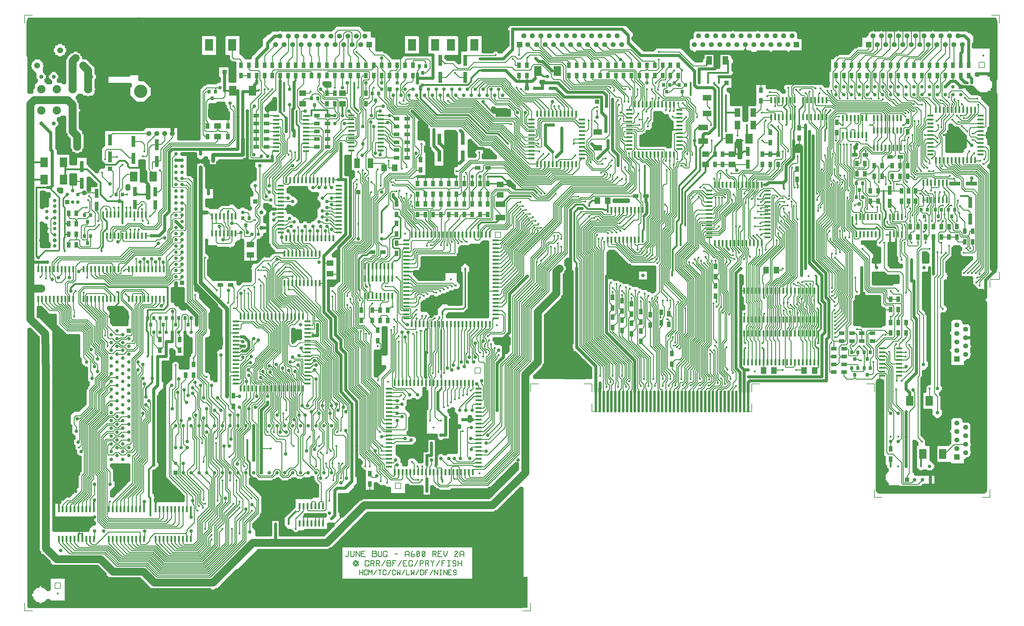
<source format=gbr>
G04 FAB 3000 Version 8.1.7 - Gerber/CAM Software*
G04 Gerber X2 Output*
%TF.GenerationSoftware,Numerical_Innovations,FAB3000,8.1.7*%
%TF.CreationDate,2019-06-14T15:02:10Z*%
%FSLAX24Y24*%
%MOIN*%
%TF.FileFunction,Copper,L1,Top,Signal*%
%ADD11C,0.006850*%
%ADD12C,0.025689*%
%ADD13C,0.008563*%
%ADD14C,0.017126*%
%ADD15C,0.021407*%
%ADD16C,0.042815*%
%ADD17C,0.085630*%
%ADD18C,0.034252*%
%ADD19C,0.039335*%
%ADD20C,0.039281*%
%ADD21C,0.039270*%
%ADD22C,0.039350*%
%ADD23C,0.039290*%
%ADD24C,0.039300*%
%ADD25C,0.039320*%
%ADD26C,0.039400*%
%ADD27C,0.039200*%
%ADD28C,0.045139*%
%ADD29C,0.045084*%
%ADD30C,0.054570*%
%ADD31C,0.054590*%
%ADD32C,0.054580*%
%ADD33C,0.054620*%
%ADD34C,0.054640*%
%ADD35C,0.054630*%
%ADD36C,0.054560*%
%ADD37C,0.054600*%
%ADD38C,0.054700*%
%ADD39C,0.054680*%
%ADD40C,0.065485*%
%ADD41C,0.065539*%
%ADD42C,0.090983*%
%ADD43R,0.064230X0.064240*%
%ADD44R,0.064180X0.064180*%
%ADD45R,0.064240X0.064180*%
%ADD46R,0.064200X0.064180*%
%ADD47C,0.145550*%
%ADD48C,0.145620*%
%ADD49C,0.145570*%
%ADD50C,0.145560*%
%ADD51C,0.145600*%
%ADD52C,0.021809*%
%ADD53C,0.021860*%
%ADD54C,0.021870*%
%ADD55C,0.021800*%
%ADD56C,0.021820*%
%ADD57C,0.021880*%
%ADD58C,0.021790*%
%ADD59C,0.021900*%
%ADD60R,0.342500X0.342500*%
%ADD61R,0.046224X0.046220*%
%ADD62R,0.046230X0.046280*%
%ADD63R,0.046230X0.046230*%
%ADD64R,0.046280X0.046240*%
%ADD65R,0.046280X0.046220*%
%ADD66R,0.046280X0.046230*%
%ADD67R,0.046220X0.046230*%
%ADD68R,0.046220X0.046280*%
%ADD69R,0.046200X0.046280*%
%ADD70R,0.269690X0.269690*%
%ADD71R,0.068470X0.021370*%
%ADD72R,0.068470X0.021380*%
%ADD73R,0.068470X0.021430*%
%ADD74R,0.068470X0.021440*%
%ADD75R,0.068520X0.021380*%
%ADD76R,0.068520X0.021430*%
%ADD77R,0.068520X0.021420*%
%ADD78R,0.068530X0.021370*%
%ADD79R,0.068530X0.021380*%
%ADD80R,0.068530X0.021430*%
%ADD81R,0.068530X0.021440*%
%ADD82R,0.068470X0.021420*%
%ADD83R,0.068470X0.021390*%
%ADD84R,0.068470X0.021410*%
%ADD85R,0.068520X0.021440*%
%ADD86R,0.068520X0.021410*%
%ADD87R,0.068520X0.021390*%
%ADD88R,0.068520X0.021370*%
%ADD89R,0.068510X0.021370*%
%ADD90R,0.068510X0.021380*%
%ADD91R,0.068510X0.021430*%
%ADD92R,0.068510X0.021440*%
%ADD93R,0.068460X0.021370*%
%ADD94R,0.068460X0.021380*%
%ADD95R,0.068460X0.021430*%
%ADD96R,0.068460X0.021440*%
%ADD97R,0.068500X0.021370*%
%ADD98R,0.068500X0.021380*%
%ADD99R,0.068500X0.021430*%
%ADD100R,0.068500X0.021440*%
%ADD101R,0.021431X0.068530*%
%ADD102R,0.021376X0.068530*%
%ADD103R,0.021430X0.068470*%
%ADD104R,0.021375X0.068470*%
%ADD105R,0.021430X0.068520*%
%ADD106R,0.021377X0.068520*%
%ADD107R,0.021440X0.068530*%
%ADD108R,0.021440X0.068470*%
%ADD109R,0.021430X0.068510*%
%ADD110R,0.021440X0.068510*%
%ADD111R,0.021380X0.068510*%
%ADD112R,0.021370X0.068510*%
%ADD113R,0.021420X0.068530*%
%ADD114R,0.021390X0.068530*%
%ADD115R,0.021420X0.068510*%
%ADD116R,0.021390X0.068510*%
%ADD117R,0.021390X0.068520*%
%ADD118R,0.021420X0.068520*%
%ADD119R,0.021390X0.068470*%
%ADD120R,0.021370X0.068460*%
%ADD121R,0.021380X0.068460*%
%ADD122R,0.021370X0.068480*%
%ADD123R,0.021390X0.068480*%
%ADD124R,0.021430X0.068480*%
%ADD125R,0.021410X0.068480*%
%ADD126R,0.021380X0.068480*%
%ADD127R,0.021410X0.068520*%
%ADD128R,0.021410X0.068530*%
%ADD129R,0.021440X0.068480*%
%ADD130R,0.021430X0.068460*%
%ADD131R,0.021440X0.068460*%
%ADD132R,0.021410X0.068460*%
%ADD133R,0.021390X0.068460*%
%ADD134R,0.021440X0.068520*%
%ADD135R,0.021410X0.068510*%
%ADD136R,0.021410X0.068470*%
%ADD137R,0.021420X0.068470*%
%ADD138R,0.021500X0.068460*%
%ADD139R,0.021400X0.068460*%
%ADD140R,0.021400X0.068480*%
%ADD141R,0.021500X0.068480*%
%ADD142R,0.021400X0.068530*%
%ADD143R,0.034289X0.042800*%
%ADD144R,0.034233X0.042800*%
%ADD145R,0.034233X0.042810*%
%ADD146R,0.034290X0.042810*%
%ADD147R,0.034300X0.042810*%
%ADD148R,0.034220X0.042810*%
%ADD149R,0.034280X0.042800*%
%ADD150R,0.034280X0.042810*%
%ADD151R,0.034220X0.042820*%
%ADD152R,0.034290X0.042820*%
%ADD153R,0.034220X0.042860*%
%ADD154R,0.034300X0.042860*%
%ADD155R,0.034240X0.042860*%
%ADD156R,0.034300X0.042800*%
%ADD157R,0.034230X0.042860*%
%ADD158R,0.034200X0.042800*%
%ADD159R,0.034200X0.042810*%
%ADD160R,0.171280X0.085610*%
%ADD161R,0.171220X0.085610*%
%ADD162R,0.235510X0.205520*%
%ADD163R,0.085610X0.128410*%
%ADD164R,0.085670X0.128410*%
%ADD165R,0.085660X0.128410*%
%ADD166R,0.128410X0.085610*%
%ADD167R,0.128420X0.085610*%
%ADD168R,0.064230X0.042810*%
%ADD169R,0.064180X0.042810*%
%ADD170R,0.064230X0.042800*%
%ADD171R,0.064230X0.042820*%
%ADD172R,0.064180X0.042800*%
%ADD173R,0.064180X0.042820*%
%ADD174R,0.064180X0.042840*%
%ADD175R,0.064240X0.042800*%
%ADD176R,0.064240X0.042810*%
%ADD177R,0.064180X0.042860*%
%ADD178R,0.064240X0.042860*%
%ADD179R,0.064250X0.042860*%
%ADD180R,0.064250X0.042800*%
%ADD181R,0.064190X0.042810*%
%ADD182R,0.042805X0.064240*%
%ADD183R,0.042805X0.064180*%
%ADD184R,0.042805X0.064190*%
%ADD185R,0.042861X0.064190*%
%ADD186R,0.042861X0.064180*%
%ADD187R,0.042861X0.064240*%
%ADD188R,0.042860X0.064230*%
%ADD189R,0.042810X0.064230*%
%ADD190R,0.042820X0.064240*%
%ADD191R,0.042820X0.064180*%
%ADD192R,0.042800X0.064230*%
%ADD193R,0.042820X0.064230*%
%ADD194R,0.042800X0.064200*%
%ADD195R,0.042900X0.064240*%
%ADD196R,0.042900X0.064180*%
%ADD197R,0.042760X0.064240*%
%ADD198R,0.042760X0.064180*%
%ADD199R,0.042900X0.064230*%
%ADD200R,0.064230X0.077090*%
%ADD201R,0.064240X0.077100*%
%ADD202R,0.064230X0.077100*%
%ADD203R,0.064180X0.077040*%
%ADD204R,0.064230X0.077040*%
%ADD205R,0.077100X0.064240*%
%ADD206R,0.077100X0.064180*%
%ADD207R,0.077100X0.064190*%
%ADD208R,0.077090X0.064240*%
%ADD209R,0.077090X0.064190*%
%ADD210R,0.077040X0.064240*%
%ADD211R,0.077040X0.064180*%
%ADD212R,0.077030X0.064180*%
%ADD213R,0.077030X0.064240*%
%ADD214R,0.107040X0.064240*%
%ADD215R,0.107040X0.064230*%
%ADD216R,0.064230X0.107040*%
%ADD217R,0.080513X0.106990*%
%ADD218R,0.080512X0.107040*%
%ADD219R,0.080460X0.107040*%
%ADD220R,0.080510X0.107050*%
%ADD221R,0.080520X0.107050*%
%ADD222R,0.080500X0.107040*%
%ADD223R,0.080600X0.107050*%
%ADD224R,0.080500X0.107050*%
%ADD225R,0.080400X0.107040*%
%ADD226R,0.081320X0.064230*%
%ADD227R,0.094190X0.059890*%
%ADD228R,0.094190X0.059910*%
%ADD229R,0.094180X0.059960*%
%ADD230R,0.094180X0.059940*%
%ADD231R,0.059940X0.094180*%
%ADD232R,0.059900X0.094180*%
%ADD233R,0.059960X0.094180*%
%ADD234R,0.059900X0.094200*%
%ADD235R,0.059960X0.094200*%
%ADD236R,0.042810X0.098470*%
%ADD237R,0.042810X0.098420*%
%ADD238R,0.042800X0.098420*%
%ADD239R,0.042860X0.098480*%
%ADD240R,0.042800X0.098470*%
%ADD241R,0.042860X0.098420*%
%ADD242R,0.042860X0.098470*%
%ADD243R,0.124200X0.042800*%
%ADD244R,0.042806X0.124120*%
%ADD245R,0.042806X0.124190*%
%ADD246R,0.042800X0.124140*%
%ADD247R,0.042810X0.124140*%
%ADD248R,0.042810X0.124130*%
%ADD249R,0.042810X0.124180*%
%ADD250R,0.042800X0.124130*%
%ADD251R,0.042800X0.124180*%
%LPD*%
D109*
X82674Y44234D03*
D130*
Y42693D03*
D103*
Y39525D03*
D11*
X82220Y37166D02*
G01X83076D01*
D18*
X81861Y37941D02*
G01X89911D01*
X90424Y37513D02*
G01X82032D01*
D13*
X82889Y43420D02*
G01X82675Y43206D01*
D11*
X82220Y37166D02*
G01X83076D01*
D13*
X69702Y39910D02*
G01X66619Y42992D01*
X69702Y41451D02*
G01X71072Y40081D01*
X69702Y43617D02*
G01Y41451D01*
X70045Y43960D02*
G01X69702Y43617D01*
Y44362D02*
G01X70045Y44020D01*
X70901Y39996D02*
G01X69017Y41879D01*
X69702Y36657D02*
G01X69830Y36528D01*
X69702Y39910D02*
G01Y36657D01*
X67647Y42479D02*
G01X70045Y40081D01*
X69873Y39996D02*
G01X66962Y42907D01*
X67989Y42393D02*
G01X70387Y39996D01*
X70729Y39910D02*
G01X68674Y41965D01*
D53*
X79292Y37170D03*
D13*
X79121Y36657D02*
G01X79464D01*
X79036Y36828D02*
G01X79378D01*
X79207Y37256D02*
G01X79292Y37170D01*
X79207Y37856D02*
G01Y37256D01*
X78607Y38455D02*
G01X79207Y37856D01*
X79378Y37941D02*
G01X78778Y38540D01*
X79121Y38712D02*
G01X79892Y37941D01*
X79464Y41965D02*
G01X79121Y41622D01*
X78950Y41708D02*
G01X79292Y42051D01*
X79549Y38027D02*
G01X78950Y38626D01*
D12*
X79249Y34157D02*
G01Y36297D01*
D13*
X75396Y36443D02*
G01Y36297D01*
X75867Y36914D02*
G01X75396Y36443D01*
X75439Y37342D02*
G01X75696D01*
X75182Y37085D02*
G01X75439Y37342D01*
Y39311D02*
G01X75011Y38883D01*
X75439Y41965D02*
G01Y39311D01*
X75867Y42393D02*
G01X75439Y41965D01*
X75182Y38712D02*
G01X75610Y39140D01*
X75525Y42564D02*
G01X75097Y42136D01*
X75268Y42051D02*
G01X75696Y42479D01*
X74925Y42222D02*
G01X75353Y42650D01*
D12*
X75396Y34157D02*
G01Y36297D01*
D20*
X26973Y38712D03*
D18*
X26716Y40766D02*
G01X26373D01*
X27058Y41109D02*
G01X26716Y40766D01*
X27058Y41794D02*
G01X26523Y42329D01*
D13*
X26973Y39482D02*
G01X26459Y38968D01*
X26287Y39140D02*
G01X27315Y40167D01*
X26887Y39140D02*
G01X26630Y38883D01*
X27401Y39140D02*
G01X26887D01*
X26373Y43848D02*
G01X27401D01*
X27551Y44041D02*
G01X25624D01*
X26801Y40424D02*
G01X27401Y41023D01*
X27572Y40938D02*
G01X26716Y40081D01*
D104*
X26138Y36678D03*
D13*
X26052Y37192D02*
G01X26287Y37427D01*
X26459Y37256D02*
G01X26138Y36935D01*
X26202Y34431D02*
G01X26031Y34602D01*
D19*
X26716Y27410D03*
D13*
Y25955D02*
G01Y27410D01*
D02*
G01Y27752D01*
D02*
G01X26887Y27924D01*
Y28266D02*
G01X26545Y28609D01*
D32*
X37916Y75373D03*
D19*
X37848Y70218D03*
D18*
Y76554D02*
G01Y77239D01*
X37676Y76554D02*
G01Y77239D01*
D13*
X36854Y76040D02*
G01X38961D01*
X38190Y75869D02*
G01X37676D01*
X37848Y68421D02*
G01X37676Y68592D01*
Y67393D02*
G01X37848Y67564D01*
Y69080D02*
G01X37334D01*
X35707Y71503D02*
G01X40160D01*
D216*
X40401Y61406D03*
D13*
X41866D02*
G01X40401D01*
X40588Y63712D02*
G01X40759Y63883D01*
X40588Y62342D02*
G01Y63712D01*
X40931Y61999D02*
G01X40588Y62342D01*
D173*
X43268Y61999D03*
D174*
Y62855D03*
D169*
Y63712D03*
Y64568D03*
D13*
X42386Y60886D02*
G01X43045D01*
X42900Y64568D02*
G01X43268D01*
Y61999D02*
G01X42300D01*
X42814Y64225D02*
G01X43585D01*
X42986Y63712D02*
G01X42386Y64311D01*
X42986Y63712D02*
G01X43268D01*
X42814Y62855D02*
G01X43268D01*
X43585Y63284D02*
G01X42986D01*
D02*
G01X42215Y64054D01*
D88*
X41530Y63241D03*
D13*
X42472Y63540D02*
G01Y63198D01*
X40931Y62513D02*
G01Y63672D01*
D87*
X41530Y63669D03*
Y64097D03*
D86*
Y64525D03*
D13*
X42728Y64739D02*
G01X42900Y64568D01*
X40934Y63669D02*
G01X41529D01*
X41915Y64097D02*
G01X42472Y63540D01*
X41529Y64097D02*
G01X41915D01*
X42001Y64525D02*
G01X41529D01*
X42215Y64311D02*
G01X42001Y64525D01*
X42215Y64054D02*
G01Y64311D01*
X42386D02*
G01Y64568D01*
X42557Y64482D02*
G01X42814Y64225D01*
X40931Y63672D02*
G01X40934Y63669D01*
D18*
X37676Y60458D02*
G01X38533D01*
X37676Y60287D02*
G01X38533D01*
X37676Y60116D02*
G01X38533D01*
X37676Y59602D02*
G01X37163D01*
D19*
X35279Y27410D03*
D13*
X35193Y27924D02*
G01X35279Y27838D01*
X34765Y45390D02*
G01X32239Y47915D01*
X34594Y45218D02*
G01X31811Y48001D01*
X31939Y47530D02*
G01X34422Y45047D01*
X31768Y46331D02*
G01X32988Y45111D01*
D18*
X38190Y53438D02*
G01X36906Y52153D01*
D13*
X37505Y51982D02*
G01X38704Y53181D01*
X38533Y53266D02*
G01X37334Y52068D01*
X38533Y42650D02*
G01X37934Y43249D01*
X38533Y41708D02*
G01Y42650D01*
X39046Y41194D02*
G01X38533Y41708D01*
X38704Y41023D02*
G01X38190Y41537D01*
X38533Y40938D02*
G01X38019Y41451D01*
X38533Y43420D02*
G01X39046Y42907D01*
X38704Y42736D02*
G01X38104Y43335D01*
X38362Y41622D02*
G01X38875Y41109D01*
Y42821D02*
G01X38276Y43420D01*
D18*
X37163Y41023D02*
G01X37676Y40510D01*
D13*
X38190Y42479D02*
G01X37591Y43078D01*
X38190Y40766D02*
G01X37676Y41280D01*
X37248Y42907D02*
G01X37848Y42307D01*
X37676Y41280D02*
G01Y42222D01*
D02*
G01X37077Y42821D01*
X37505Y41194D02*
G01X38019Y40681D01*
Y42393D02*
G01X37420Y42992D01*
X38190Y41537D02*
G01Y42479D01*
X37848Y41366D02*
G01X38362Y40852D01*
X37848Y42307D02*
G01Y41366D01*
X37762Y43164D02*
G01X38362Y42564D01*
D02*
G01Y41622D01*
X38019Y41451D02*
G01Y42393D01*
X31939Y46503D02*
G01X33502Y44940D01*
X34080Y44705D02*
G01X32111Y46674D01*
X32132Y44298D02*
G01Y45283D01*
X34080Y31948D02*
G01X33909Y32119D01*
D80*
X42429Y29362D03*
Y29790D03*
Y30218D03*
Y30647D03*
D13*
Y31074D02*
G01X42925D01*
X42964Y30642D02*
G01X42425D01*
X40931Y31023D02*
G01X41538Y30415D01*
X40768Y30835D02*
G01X41538Y30064D01*
X42420Y29362D02*
G01X41375D01*
X43156Y36657D02*
G01X44869D01*
X43927Y36229D02*
G01X42986D01*
X43563Y35779D02*
G01X43756Y35972D01*
X42433Y35779D02*
G01X43563D01*
X42986Y36486D02*
G01X44184D01*
D53*
X42985Y43420D03*
Y44277D03*
D13*
X42986Y38626D02*
G01X42797Y38438D01*
X42814Y42564D02*
G01X42986Y42736D01*
D101*
X47498Y43737D03*
D56*
X47438Y44362D03*
D13*
X47498Y40826D02*
G01X47267Y40595D01*
X47498Y43737D02*
G01Y40826D01*
X47524Y40510D02*
G01X47695Y40681D01*
D101*
X47926Y43737D03*
D55*
X47952Y44448D03*
D56*
X47866Y38455D03*
D13*
Y43249D02*
G01X47926Y43309D01*
X47875Y44371D02*
G01X47952Y44448D01*
X47943Y44371D02*
G01X47875D01*
X47712Y44140D02*
G01X47943Y44371D01*
X47712Y43335D02*
G01Y44140D01*
X47695Y43318D02*
G01X47712Y43335D01*
X47695Y40681D02*
G01Y43318D01*
X47926Y43309D02*
G01Y43737D01*
X47866Y38455D02*
G01Y43249D01*
D15*
X48140Y38729D02*
G01Y43095D01*
D54*
X47224Y38326D03*
D20*
X46411Y38540D03*
D18*
Y40595D02*
G01X46582D01*
X46411Y38540D02*
G01Y40595D01*
D14*
X46325Y40681D02*
G01X46411Y40595D01*
D13*
X46924Y38198D02*
G01X47121Y38001D01*
X46924Y39054D02*
G01Y38198D01*
X47096Y39225D02*
G01X46924Y39054D01*
X46753Y38027D02*
G01Y39225D01*
D02*
G01X46924Y39396D01*
X47267Y40595D02*
G01Y38369D01*
D02*
G01X47224Y38326D01*
D14*
X46582Y40595D02*
G01Y43078D01*
X46325Y42992D02*
G01Y40681D01*
D13*
X45469Y38027D02*
G01Y42821D01*
X44527Y38112D02*
G01Y42821D01*
X42986Y42479D02*
G01Y38626D01*
X46924Y39396D02*
G01Y43249D01*
X47096Y43335D02*
G01Y39225D01*
X45897Y38027D02*
G01Y42992D01*
D53*
X46068Y44619D03*
D57*
X46496D03*
D18*
X47010Y44534D02*
G01X47181Y44705D01*
D11*
X46860Y44127D02*
G01X46924Y44191D01*
D13*
X46411Y44448D02*
G01X46214Y44251D01*
X46411Y44534D02*
G01Y44448D01*
X46496Y44619D02*
G01X46411Y44534D01*
X47181Y44191D02*
G01X46924D01*
X47352Y44362D02*
G01X47181Y44191D01*
X47352Y44362D02*
G01X47438D01*
X46839Y44534D02*
G01X47010D01*
X46642Y44337D02*
G01X46839Y44534D01*
X45786Y44165D02*
G01X46068Y44448D01*
D02*
G01Y44619D01*
D18*
X35279Y50441D02*
G01Y51212D01*
D13*
X35304Y50415D02*
G01X35279Y50441D01*
D175*
X40614Y51640D03*
D15*
X40331D02*
G01X40614D01*
D13*
X40673Y52410D02*
G01X39817Y51554D01*
X39731Y51725D02*
G01X40502Y52496D01*
D57*
X46582Y52324D03*
D18*
X51377Y52410D02*
G01X53261D01*
X50350Y52239D02*
G01X53261D01*
D14*
X42814D02*
G01X42986Y52068D01*
D13*
X47952Y52838D02*
G01X47096Y51982D01*
X42043Y52325D02*
G01X42300Y52068D01*
X55316Y51468D02*
G01Y52239D01*
X55145Y52325D02*
G01Y51725D01*
X54802Y52239D02*
G01Y52496D01*
X54631Y52068D02*
G01X54802Y52239D01*
X54974Y52410D02*
G01Y51982D01*
X49665Y51554D02*
G01Y52838D01*
X49151Y52496D02*
G01Y51811D01*
X48466Y51982D02*
G01Y52753D01*
X44869Y51811D02*
G01Y52753D01*
D14*
X43627Y51040D02*
G01X43285Y50698D01*
D13*
X43670Y48472D02*
G01X43242Y48900D01*
D182*
X46410Y58001D03*
Y59148D03*
D55*
X46411Y59944D03*
D18*
D02*
G01X46582D01*
X45555D02*
G01X46411D01*
D13*
X46154Y58489D02*
G01X46411Y58232D01*
X48808Y58660D02*
G01X45297D01*
D126*
X48783Y53549D03*
D13*
X48568Y54825D02*
G01X48980Y55236D01*
D182*
X52405Y58001D03*
D13*
Y58403D02*
G01Y58001D01*
X52747Y58746D02*
G01X52405Y58403D01*
D211*
X54631Y57915D03*
D182*
X53261Y58001D03*
D13*
X54117Y57915D02*
G01X54631D01*
X53946Y57744D02*
G01X54117Y57915D01*
X53261Y58403D02*
G01Y58001D01*
X52918Y58746D02*
G01X53261Y58403D01*
X54203D02*
G01X53775Y57975D01*
X55402Y58403D02*
G01X54203D01*
X55744Y58061D02*
G01X55402Y58403D01*
X55487Y58575D02*
G01X55830Y58232D01*
X54117Y58575D02*
G01X55487D01*
X53604Y58061D02*
G01X54117Y58575D01*
D20*
X35107Y56177D03*
D15*
X41615Y56092D02*
G01X42215Y56691D01*
D13*
X44869Y55664D02*
G01X44356Y56177D01*
X44527Y56349D02*
G01X45041Y55835D01*
X46753Y56177D02*
G01X46667Y56263D01*
X44698Y56434D02*
G01X45212Y55920D01*
X43842Y57119D02*
G01Y55920D01*
X43670Y56177D02*
G01Y55835D01*
X43499Y56349D02*
G01X43670Y56177D01*
X46924D02*
G01X47010Y56263D01*
X48551Y56177D02*
G01Y55835D01*
X48722Y56349D02*
G01X48551Y56177D01*
X54631Y55835D02*
G01X53946Y56520D01*
X36392Y55920D02*
G01X36135Y56177D01*
D02*
G01X35107D01*
D102*
X62956Y61302D03*
D53*
X64564Y61485D03*
D13*
X62528Y61302D02*
G01Y60801D01*
X64221Y61571D02*
G01X64393Y61742D01*
X64221Y61400D02*
G01Y61571D01*
X64821Y60801D02*
G01X64221Y61400D01*
X64050Y61657D02*
G01Y61314D01*
X64221Y61828D02*
G01X64050Y61657D01*
X63280Y60886D02*
G01Y61626D01*
D02*
G01X63576Y61923D01*
D80*
X63577D03*
D13*
X64907Y62599D02*
G01Y61914D01*
X64393Y61742D02*
G01Y62342D01*
X64221Y62180D02*
G01Y61828D01*
X64564Y62427D02*
G01Y61486D01*
X64735Y61828D02*
G01Y62513D01*
D52*
X65677Y60372D03*
D55*
X66105Y60201D03*
D13*
D02*
G01X65849Y59944D01*
X65763Y60458D02*
G01X65677Y60373D01*
X66191Y60458D02*
G01X65763D01*
X66362Y60287D02*
G01X66191Y60458D01*
X66362Y60030D02*
G01Y60287D01*
X66105Y59773D02*
G01X66362Y60030D01*
X64735Y60629D02*
G01X66277D01*
X66362Y59602D02*
G01X66705Y59944D01*
X45640Y47016D02*
G01X45469Y46845D01*
Y47188D02*
G01X46496D01*
X45297Y47016D02*
G01X45469Y47188D01*
X47181Y47359D02*
G01X45212D01*
X45126Y47530D02*
G01X47866D01*
X48294Y47701D02*
G01X44955D01*
X45126Y47872D02*
G01X48722D01*
X49151Y48044D02*
G01X45383D01*
X45640Y51468D02*
G01X49579D01*
D89*
X54117Y52068D03*
Y51640D03*
D18*
X50178Y52068D02*
G01X53261D01*
X50178Y51896D02*
G01X53261D01*
X50178Y51725D02*
G01X53261D01*
D13*
X49579Y51468D02*
G01X49665Y51554D01*
X54974Y51982D02*
G01X54631Y51640D01*
D02*
G01X54117D01*
Y52068D02*
G01X54631D01*
D53*
X57200Y55920D03*
D52*
X57542Y55578D03*
D13*
X56087Y54294D02*
G01Y55578D01*
X56343Y55492D02*
G01Y54294D01*
X57114Y54037D02*
G01Y54807D01*
X57286Y53951D02*
G01Y54636D01*
X57457Y54465D02*
G01Y53866D01*
Y55835D02*
G01X56686Y55064D01*
D02*
G01Y54123D01*
X56515Y54208D02*
G01Y55236D01*
D02*
G01X57200Y55920D01*
X57542Y55578D02*
G01X56943Y54979D01*
D02*
G01Y54123D01*
X57114Y54807D02*
G01X57714Y55407D01*
X58056Y55064D02*
G01X57457Y54465D01*
X57628Y54294D02*
G01X58142Y54807D01*
X57286Y54636D02*
G01X57800Y55150D01*
X57885Y55835D02*
G01X57457D01*
X55915D02*
G01Y54722D01*
X56172Y65852D02*
G01X56001Y66023D01*
X57029Y67307D02*
G01Y65681D01*
X57286Y65852D02*
G01Y66794D01*
X56857Y67136D02*
G01Y65604D01*
X57457Y65938D02*
G01Y66537D01*
X58741Y64482D02*
G01Y66195D01*
X58912Y66023D02*
G01Y64140D01*
X59084Y66195D02*
G01X58912Y66023D01*
X59084Y65852D02*
G01X59255Y66023D01*
X56343Y66109D02*
G01Y64653D01*
X56686Y64825D02*
G01Y66280D01*
X56515Y66195D02*
G01Y64739D01*
D56*
X66705Y60116D03*
D53*
X67475Y59859D03*
D13*
X67219Y60373D02*
G01X66962Y60116D01*
Y59688D02*
G01X66705Y59431D01*
X66962Y60116D02*
G01Y59688D01*
X66705Y59944D02*
G01Y60116D01*
X67732Y59516D02*
G01X67304Y59088D01*
X67732Y59516D02*
G01X67818D01*
X66876Y59260D02*
G01X67476Y59859D01*
D54*
X67989Y59688D03*
D13*
X67904Y60629D02*
G01X68417Y60116D01*
X67818Y59516D02*
G01X67989Y59688D01*
D19*
X51720Y39568D03*
D18*
X48808Y44705D02*
G01X53261D01*
X48808Y44534D02*
G01X53261D01*
D13*
X51548Y39739D02*
G01X51719Y39568D01*
X51780Y43223D02*
G01X51206Y42650D01*
X52636Y43223D02*
G01X51548Y42136D01*
X51377Y42393D02*
G01X52208Y43223D01*
X51548Y41451D02*
G01X51719Y41280D01*
D92*
X54117Y44790D03*
D91*
Y44362D03*
D55*
X54032Y41109D03*
D18*
X54117Y41622D02*
G01Y42136D01*
X53946Y41965D02*
G01Y42136D01*
D13*
X54288Y39996D02*
G01X53946Y39653D01*
X54117Y40081D02*
G01X53775Y39739D01*
X53946Y41023D02*
G01X54032Y41109D01*
X53261Y42821D02*
G01X54802D01*
X54974Y42650D02*
G01X53518D01*
X54117Y44362D02*
G01X53946D01*
D52*
X53432Y41965D03*
D19*
X52747Y41879D03*
D13*
X53261Y41794D02*
G01X53432Y41965D01*
X53090Y42051D02*
G01Y41708D01*
X52233Y41794D02*
G01X52062Y41965D01*
X52405Y42479D02*
G01Y41109D01*
X52747Y42564D02*
G01Y41879D01*
D02*
G01X52576Y41708D01*
D54*
X53261Y42393D03*
D13*
X53176Y42992D02*
G01X52747Y42564D01*
X52918Y42479D02*
G01X53261Y42821D01*
X52918Y42222D02*
G01Y42479D01*
X53090Y42051D02*
G01X52918Y42222D01*
X53518Y42650D02*
G01X53261Y42393D01*
X53432Y42992D02*
G01X53176D01*
X52062Y41965D02*
G01Y42393D01*
X53090Y43164D02*
G01X52405Y42479D01*
X53775Y43335D02*
G01X53432Y42992D01*
X52062Y42393D02*
G01X53064Y43395D01*
X53492Y43309D02*
G01X53346Y43164D01*
D02*
G01X53090D01*
D102*
X51780Y43737D03*
X52208D03*
D101*
X52636D03*
X53064D03*
X53492D03*
D13*
X51780D02*
G01Y43223D01*
X53946Y44362D02*
G01X53775Y44191D01*
D02*
G01Y43335D01*
X52208Y43223D02*
G01Y43737D01*
X52636D02*
G01Y43223D01*
X53064Y43395D02*
G01Y43737D01*
X53492Y43309D02*
G01Y43737D01*
D56*
X52405Y40595D03*
D21*
X51891Y40081D03*
Y41623D03*
D11*
X51848Y38326D02*
G01Y38926D01*
X52447Y38326D02*
G01X51848D01*
X52447Y38926D02*
G01Y38326D01*
X51848Y38926D02*
G01X52447D01*
D13*
X52405Y39568D02*
G01X52233Y39739D01*
D02*
G01Y40253D01*
D02*
G01X51891Y40595D01*
D02*
G01Y41622D01*
X51719Y41280D02*
G01Y40424D01*
D02*
G01X51891Y40253D01*
D02*
G01Y40081D01*
X52405Y40595D02*
G01X52233Y40766D01*
D02*
G01Y41794D01*
X52747Y39568D02*
G01X52405D01*
X52576Y41194D02*
G01X53090Y40681D01*
X52576Y41708D02*
G01Y41194D01*
X52405Y41109D02*
G01X52747Y40766D01*
X45618Y37877D02*
G01X45469Y38027D01*
D55*
X48140D03*
D18*
X54288Y39396D02*
G01Y34260D01*
X46411Y37919D02*
G01Y38540D01*
X46475Y37856D02*
G01X46411Y37919D01*
D15*
X48140Y38027D02*
G01Y38146D01*
Y37856D02*
G01Y38027D01*
D13*
X53432Y33489D02*
G01Y39910D01*
X47331Y37749D02*
G01X47524Y37941D01*
X47121Y38001D02*
G01Y36802D01*
X47524Y37941D02*
G01Y40510D01*
X46907Y37872D02*
G01X46753Y38027D01*
X46047Y37877D02*
G01X45897Y38027D01*
X53090Y40081D02*
G01Y34409D01*
X52918Y34666D02*
G01Y39396D01*
X53261Y39996D02*
G01Y34153D01*
D53*
X47335Y32359D03*
D18*
X45212Y31520D02*
G01X47438D01*
X47096D02*
G01X47610D01*
D53*
X52747Y40167D03*
D52*
X53090Y40595D03*
D56*
X52918Y41366D03*
D13*
X53261Y41194D02*
G01Y41794D01*
X52918Y41366D02*
G01Y41109D01*
Y41537D02*
G01Y41366D01*
X53090Y41708D02*
G01X52918Y41537D01*
X52747Y40766D02*
G01Y40167D01*
X53090Y40681D02*
G01Y40595D01*
X52918Y39396D02*
G01X52747Y39568D01*
X52918Y41109D02*
G01X53090Y40938D01*
D02*
G01X53261D01*
X53432Y40424D02*
G01X53090Y40081D01*
X53261Y40938D02*
G01X53432Y40766D01*
X53604Y40338D02*
G01X53261Y39996D01*
Y41194D02*
G01X53604Y40852D01*
D52*
Y41537D03*
D13*
X53432Y40766D02*
G01Y40424D01*
Y39910D02*
G01X53775Y40253D01*
D02*
G01Y40938D01*
D02*
G01X53604Y41109D01*
D02*
G01Y41537D01*
Y40852D02*
G01Y40338D01*
X53946Y40167D02*
G01Y41023D01*
X53604Y39824D02*
G01X53946Y40167D01*
D52*
X63194Y56434D03*
Y57718D03*
D18*
Y56434D02*
G01X63622D01*
D15*
X63708Y56862D02*
G01X62937D01*
D13*
X63365Y57290D02*
G01X62595D01*
X62680Y57119D02*
G01X63451D01*
X62766Y58232D02*
G01X68760D01*
X68417Y58403D02*
G01X62680D01*
X63451Y57633D02*
G01X63280Y57462D01*
D02*
G01X62509D01*
D18*
X46582Y26725D02*
G01Y25355D01*
X47267Y44876D02*
G01Y46760D01*
X47096Y44876D02*
G01Y46760D01*
X46924Y44876D02*
G01Y46588D01*
X46753Y45047D02*
G01X47610D01*
X46924Y44876D02*
G01X47610D01*
X47181Y44705D02*
G01Y46075D01*
D13*
X59169Y52239D02*
G01X57971Y51040D01*
X58656Y50869D02*
G01X59683Y51896D01*
X59512Y52068D02*
G01X58313Y50869D01*
X58741Y50099D02*
G01X59084Y50441D01*
X58912Y47958D02*
G01X56943Y45989D01*
X57114Y45818D02*
G01X59084Y47787D01*
X59255Y47701D02*
G01X57286Y45732D01*
X57457Y45646D02*
G01X59426Y47616D01*
X59769Y47444D02*
G01X57800Y45475D01*
X58142Y50955D02*
G01X59341Y52153D01*
X59597Y47530D02*
G01X57628Y45561D01*
X57971Y45390D02*
G01X59940Y47359D01*
D55*
X69873Y65595D03*
D13*
X69531Y64756D02*
G01X69385Y64902D01*
X70216Y65253D02*
G01X70045Y65081D01*
X69359Y64568D02*
G01X69243Y64684D01*
X69500Y65112D02*
G01X69702Y64910D01*
D02*
G01X70216D01*
X70045Y65081D02*
G01X69873D01*
D02*
G01X69625Y65330D01*
D02*
G01X69531D01*
X69305Y65541D02*
G01X69359Y65595D01*
D02*
G01X69873D01*
X69188Y65766D02*
G01Y65758D01*
X70216Y66280D02*
G01Y65253D01*
X69359Y65938D02*
G01X69188Y65766D01*
X70216Y69962D02*
G01Y68506D01*
X70045Y68421D02*
G01Y69790D01*
X69702Y68849D02*
G01X69400Y68547D01*
X69188Y68849D02*
G01X69017Y68677D01*
X69188Y68592D02*
G01X69359Y68763D01*
X67989Y67136D02*
G01Y67907D01*
X67476Y67650D02*
G01X67647Y67821D01*
X67476Y66537D02*
G01Y67650D01*
D56*
X63793Y55749D03*
D13*
X63365Y54551D02*
G01X64393Y55578D01*
X63793Y55749D02*
G01X63964Y55920D01*
X63194Y55150D02*
G01X63793Y55749D01*
X64650Y55407D02*
G01X63536Y54294D01*
X63708Y54208D02*
G01X64564Y55064D01*
X57628Y53780D02*
G01Y54294D01*
X57800Y54123D02*
G01Y53694D01*
X56172Y51811D02*
G01X58142Y53780D01*
D02*
G01Y54123D01*
X58399Y54037D02*
G01Y53780D01*
D02*
G01X56343Y51725D01*
X56515Y51640D02*
G01X58741Y53866D01*
X60454Y53780D02*
G01X59512Y52838D01*
X60454Y55321D02*
G01X56686Y51554D01*
X59169Y53010D02*
G01X61139Y54979D01*
X60625Y55236D02*
G01X56857Y51468D01*
X57029Y51383D02*
G01X60796Y55150D01*
X60967Y55064D02*
G01X57200Y51297D01*
X59341Y52924D02*
G01X61310Y54893D01*
X65849Y55407D02*
G01X67304D01*
X67133Y55578D02*
G01X67265Y55710D01*
X65506Y55064D02*
G01X67476D01*
X67390Y55236D02*
G01X65763D01*
D19*
X64564Y37855D03*
D18*
Y37856D02*
G01Y38883D01*
X64393Y37856D02*
G01Y39054D01*
X64221Y37856D02*
G01Y39225D01*
X64050Y37856D02*
G01Y39396D01*
X63879Y37856D02*
G01Y39568D01*
X63708Y37856D02*
G01Y39739D01*
X63536Y37856D02*
G01Y39910D01*
X65121Y36999D02*
G01Y39097D01*
D13*
X66105Y37684D02*
G01Y39140D01*
X65934Y36374D02*
G01Y39054D01*
X66448Y37856D02*
G01Y39311D01*
X66277Y39225D02*
G01Y37770D01*
D53*
X65592Y38027D03*
D13*
X66105Y39140D02*
G01X63708Y41537D01*
X65591Y39140D02*
G01Y38027D01*
X63365Y41366D02*
G01X65591Y39140D01*
X65934Y39054D02*
G01X63536Y41451D01*
X66448Y39311D02*
G01X64050Y41708D01*
X63879Y41622D02*
G01X66277Y39225D01*
D53*
X49579Y26725D03*
D18*
X55145Y26383D02*
G01Y27239D01*
X54974Y26212D02*
G01Y27068D01*
X54802Y26040D02*
G01Y26896D01*
X54631Y25869D02*
G01Y26725D01*
X54460Y25698D02*
G01Y26554D01*
D15*
X48294Y26597D02*
G01Y26383D01*
X48192Y26699D02*
G01X48294Y26597D01*
X48192Y26999D02*
G01Y26699D01*
D13*
X50333Y26913D02*
G01X50692Y26554D01*
X50607Y26383D02*
G01X50118Y26871D01*
X47764Y26297D02*
G01Y27453D01*
X47352Y26725D02*
G01Y26468D01*
X50422Y26212D02*
G01X49904Y26730D01*
D20*
X61139Y49842D03*
D17*
X60796Y47102D02*
G01Y49499D01*
D13*
X58912Y50013D02*
G01Y47958D01*
X59426Y47616D02*
G01Y49756D01*
X59769Y49585D02*
G01Y47444D01*
X59940Y47359D02*
G01Y49499D01*
X59597Y49670D02*
G01Y47530D01*
X59255Y49842D02*
G01Y47701D01*
X59084Y47787D02*
G01Y49927D01*
D18*
X61139Y50013D02*
G01Y49842D01*
D17*
X60796Y49499D02*
G01X61139Y49842D01*
D13*
X59426Y49756D02*
G01X61310Y51640D01*
X61824D02*
G01X59769Y49585D01*
X61653Y51725D02*
G01X59597Y49670D01*
X60967Y51554D02*
G01X59255Y49842D01*
X59084Y49927D02*
G01X60625Y51468D01*
X60197Y51297D02*
G01X58912Y50013D01*
D18*
X59769Y37856D02*
G01Y44876D01*
D02*
G01X62509D01*
D17*
X58741Y45047D02*
G01X60796Y47102D01*
X57371Y38198D02*
G01X58741Y39568D01*
X57371Y27410D02*
G01Y38198D01*
D13*
X55830Y38883D02*
G01X57114Y40167D01*
X57286Y40081D02*
G01X56001Y38797D01*
X56172Y38712D02*
G01X57457Y39996D01*
X57800Y39824D02*
G01X56515Y38540D01*
X56686Y38455D02*
G01X57971Y39739D01*
X57628Y39910D02*
G01X56343Y38626D01*
X49921Y28609D02*
G01X51548D01*
X51719Y28438D02*
G01X49493D01*
X48830Y28245D02*
G01X51570D01*
D90*
X52242Y28078D03*
D89*
Y28506D03*
D13*
X51291Y28951D02*
G01X51206D01*
X51548Y28609D02*
G01X51874Y28934D01*
X52246Y28074D02*
G01X52897D01*
X52242Y28078D02*
G01X52246Y28074D01*
X51874Y28934D02*
G01X52242D01*
Y28506D02*
G01X51788D01*
D02*
G01X51719Y28438D01*
X51570Y28245D02*
G01X51719Y28095D01*
D02*
G01X52225D01*
D02*
G01X52242Y28078D01*
D19*
X38361Y29123D03*
D18*
X38362Y29122D02*
G01Y32547D01*
Y26468D02*
G01Y29122D01*
X48294Y29636D02*
G01Y30835D01*
X48123Y29636D02*
G01Y30835D01*
X47610D02*
G01X49836D01*
X47610Y30663D02*
G01X49836D01*
X47610Y30492D02*
G01X49836D01*
X47610Y30321D02*
G01X49836D01*
X47610Y30150D02*
G01X49836D01*
X47610Y29979D02*
G01X49836D01*
X47610Y29807D02*
G01X49836D01*
X47610Y29636D02*
G01X49836D01*
D13*
X57200Y51297D02*
G01Y49071D01*
X57029Y49157D02*
G01Y51383D01*
X56857Y51468D02*
G01Y49242D01*
X56515Y49585D02*
G01Y51640D01*
X56343Y51725D02*
G01Y49842D01*
X56172Y50099D02*
G01Y51811D01*
X56001Y51896D02*
G01Y50355D01*
X56686Y51554D02*
G01Y49328D01*
X57971Y48729D02*
G01X56001Y46760D01*
X56172Y46588D02*
G01X58142Y48557D01*
X57800Y53694D02*
G01X56001Y51896D01*
X56729Y46117D02*
G01X58741Y48129D01*
X58313Y48386D02*
G01X56343Y46417D01*
X56515Y46246D02*
G01X58570Y48301D01*
D55*
X58656Y50527D03*
X57628Y48985D03*
D13*
X57971Y51040D02*
G01Y48729D01*
X58656Y50527D02*
G01Y50869D01*
X58570Y50441D02*
G01X58656Y50527D01*
X58142Y48557D02*
G01Y50955D01*
X58741Y48129D02*
G01Y50099D01*
X58313Y50869D02*
G01Y48386D01*
X58570Y48301D02*
G01Y50441D01*
D52*
X59084Y50698D03*
D13*
X59169Y53010D02*
G01Y52239D01*
X59341Y52153D02*
G01Y52924D01*
X59084Y50441D02*
G01Y50698D01*
D02*
G01X59855Y51468D01*
D02*
G01Y52410D01*
D02*
G01X60026Y52581D01*
X59512Y52838D02*
G01Y52068D01*
X59683Y51896D02*
G01Y52496D01*
D02*
G01X59940Y52753D01*
D55*
X60197Y52239D03*
D13*
D02*
G01Y51297D01*
X60026Y52581D02*
G01X60454D01*
X59940Y52753D02*
G01X60283D01*
D52*
X60625Y52068D03*
D57*
X61310Y52239D03*
D53*
X60968Y52581D03*
D57*
X61310Y53095D03*
D53*
X60968Y53438D03*
D52*
X60539D03*
D13*
X61310Y53523D02*
G01Y53095D01*
X60539Y53010D02*
G01Y53438D01*
X60625Y51468D02*
G01Y52068D01*
X60967Y52581D02*
G01Y51554D01*
X61310Y51640D02*
G01Y52239D01*
X60454Y52581D02*
G01X60967Y53095D01*
D02*
G01Y53438D01*
X60283Y52753D02*
G01X60539Y53010D01*
D18*
X51206Y33232D02*
G01X51377D01*
X51206Y33061D02*
G01X51377D01*
X51548Y33232D02*
G01X50521D01*
D13*
X51035Y32376D02*
G01X51463D01*
D104*
X43482Y27453D03*
D11*
X43114Y26254D02*
G01X43713D01*
Y25655D02*
G01X43114D01*
D13*
X43756Y26640D02*
G01X42622D01*
X43328Y26811D02*
G01X43482Y26965D01*
D02*
G01Y27453D01*
D19*
X47096Y28780D03*
D13*
X47610Y28266D02*
G01Y28095D01*
D02*
G01Y27924D01*
D02*
G01X48187D01*
X46903Y28095D02*
G01X47074Y28266D01*
D02*
G01X47096D01*
D02*
G01Y28780D01*
X47438Y28266D02*
G01Y28095D01*
D02*
G01X47610D01*
X46582Y27924D02*
G01X46475D01*
D02*
G01X46479Y27919D01*
X46582Y27924D02*
G01Y28266D01*
X48830Y28245D02*
G01X48123Y28951D01*
X49579D02*
G01X49921Y28609D01*
X49493Y28438D02*
G01X48980Y28951D01*
X50118Y27984D02*
G01X50007Y28095D01*
D02*
G01X49408D01*
D02*
G01X49262Y27949D01*
D55*
X39346Y42949D03*
D13*
X39303Y42907D02*
G01Y41965D01*
X39346Y42950D02*
G01X39303Y42907D01*
X39132Y43592D02*
G01X39046Y43677D01*
X38961Y43249D02*
G01X39474D01*
X38704Y43506D02*
G01X38961Y43249D01*
X39046Y42907D02*
G01Y41965D01*
X38704Y41794D02*
G01Y42736D01*
X39389Y41109D02*
G01X38704Y41794D01*
X38875Y41879D02*
G01Y42821D01*
Y43592D02*
G01X39046Y43420D01*
D189*
X39389Y44131D03*
D13*
X39303Y41965D02*
G01X39903Y41366D01*
X39731Y44473D02*
G01X39389Y44131D01*
X39646Y43592D02*
G01X39132D01*
X39474Y43249D02*
G01X39646Y43078D01*
X39046Y41965D02*
G01X39731Y41280D01*
X39560Y41194D02*
G01X38875Y41879D01*
X39046Y43420D02*
G01X39560D01*
D02*
G01X40245Y42736D01*
D18*
X46753Y45047D02*
G01Y46417D01*
D13*
X45383Y45304D02*
G01X44955Y44876D01*
X43499Y44962D02*
G01Y47273D01*
X43670Y44790D02*
G01X43499Y44962D01*
X44784Y45390D02*
G01Y44619D01*
X43328Y44105D02*
G01Y47102D01*
D18*
X46411Y45218D02*
G01Y46246D01*
X46239Y45218D02*
G01Y46246D01*
D02*
G01X50350D01*
X46068Y46075D02*
G01X50350D01*
X46068Y45903D02*
G01X48123D01*
X46068Y45732D02*
G01X47952D01*
X46068Y45561D02*
G01X47781D01*
X46068Y45390D02*
G01X47610D01*
X46068Y45218D02*
G01X47610D01*
D13*
X46924Y56177D02*
G01Y55150D01*
X39817Y59345D02*
G01X39646Y59516D01*
Y60116D02*
G01X39817Y60287D01*
D55*
X38190Y54722D03*
D18*
D02*
G01Y53438D01*
D13*
X38790Y52239D02*
G01X38190Y51640D01*
X38019Y51725D02*
G01X38704Y52410D01*
X38618Y52581D02*
G01X37848Y51811D01*
X37676Y51896D02*
G01X38533Y52753D01*
D19*
X39047Y53095D03*
D13*
X38961Y51896D02*
G01X38533Y51468D01*
X38961Y51896D02*
G01X39646D01*
X38875Y52068D02*
G01X38362Y51554D01*
X38533Y52753D02*
G01X39218D01*
X39474Y52239D02*
G01X38790D01*
X38704Y52410D02*
G01X39389D01*
X39303Y52581D02*
G01X38618D01*
X39560Y52068D02*
G01X38875D01*
D53*
X39047Y54722D03*
D13*
X39817Y51554D02*
G01X39132D01*
X39646Y51896D02*
G01X40331Y52581D01*
X39046Y54722D02*
G01Y53095D01*
X39218Y52753D02*
G01X39474Y53010D01*
X39988Y52753D02*
G01X39474Y52239D01*
X39389Y52410D02*
G01X39817Y52838D01*
X39646Y52924D02*
G01X39303Y52581D01*
X39046Y51725D02*
G01X39731D01*
X40160Y52667D02*
G01X39560Y52068D01*
D126*
X39774Y46845D03*
D53*
X39903Y47872D03*
D13*
X39988Y47359D02*
G01X39560Y47787D01*
X39776Y48086D02*
G01X40074Y47787D01*
D43*
X40245Y74414D03*
D18*
Y76040D02*
G01Y77239D01*
X40074Y76040D02*
G01Y77239D01*
X39389Y76383D02*
G01X55487D01*
X39560Y76212D02*
G01X55316D01*
X39731Y76040D02*
G01X55316D01*
D13*
X40185Y67932D02*
G01X39903D01*
X40245Y68677D02*
G01X40074Y68506D01*
X40160Y70561D02*
G01X39731D01*
X40245Y70647D02*
G01X40160Y70561D01*
Y71503D02*
G01X40245Y71417D01*
D182*
X45554Y59148D03*
D52*
X42814Y59003D03*
D13*
X41016Y57804D02*
G01Y60544D01*
X41529Y60116D02*
G01Y58917D01*
X44527Y59088D02*
G01X45126Y58489D01*
X43156Y59088D02*
G01X44527D01*
X43156D02*
G01X42900Y59345D01*
X42986Y59003D02*
G01X42814D01*
X43071Y58917D02*
G01X42986Y59003D01*
X45297Y58660D02*
G01X44441Y59516D01*
X42043Y58147D02*
G01Y59602D01*
X42215Y59516D02*
G01Y58061D01*
X40845Y57890D02*
G01Y59003D01*
D02*
G01X40502Y59345D01*
X41872Y58746D02*
G01Y59688D01*
X40931Y50955D02*
G01X41273D01*
Y50612D02*
G01X41059Y50398D01*
X41101Y51126D02*
G01X41273Y51297D01*
X41444Y50784D02*
G01X41016D01*
X45640Y46417D02*
G01X45811Y46588D01*
D169*
X44415Y64568D03*
Y63712D03*
D174*
Y62855D03*
D173*
Y61999D03*
D52*
X44355Y60972D03*
D13*
X43927Y63883D02*
G01Y61657D01*
X43585Y64225D02*
G01X43927Y63883D01*
X44415Y62855D02*
G01Y61999D01*
Y63712D02*
G01Y62855D01*
Y64568D02*
G01Y63712D01*
X43927Y61657D02*
G01X44356Y61229D01*
D02*
G01Y60972D01*
X43842Y60801D02*
G01X43756Y60886D01*
D02*
G01Y63112D01*
D02*
G01X43585Y63284D01*
D20*
X42900Y68849D03*
D13*
X42728Y67736D02*
G01X43156Y67307D01*
X42557Y67650D02*
G01X43071Y67136D01*
X43242Y67479D02*
G01X42900Y67821D01*
X57029Y58917D02*
G01X58656D01*
X60111Y59260D02*
G01X57200D01*
X59855Y59773D02*
G01X57457D01*
X57371Y59602D02*
G01X59940D01*
X60026Y59431D02*
G01X57286D01*
X60539Y59944D02*
G01X60026Y59431D01*
X60197Y59088D02*
G01X60711Y59602D01*
X58484Y58746D02*
G01X56943D01*
X57114Y59088D02*
G01X60197D01*
X60111Y59260D02*
G01X60625Y59773D01*
X57542Y59944D02*
G01X59683D01*
X60368Y60287D02*
G01X59855Y59773D01*
X59940Y59602D02*
G01X60454Y60116D01*
X59683Y59944D02*
G01X60197Y60458D01*
D18*
X46924Y75527D02*
G01Y77239D01*
X46753Y75527D02*
G01Y77239D01*
X47267Y73301D02*
G01X46239D01*
X45555Y70732D02*
G01X47267D01*
D17*
X54460Y76897D02*
G01X46753D01*
D13*
X46667Y72873D02*
G01X46924Y72616D01*
Y71802D02*
G01X46436Y71314D01*
D121*
X62956Y66825D03*
D13*
Y66470D02*
G01Y66825D01*
X64650Y64397D02*
G01Y67222D01*
D130*
X71112Y67873D03*
D52*
X71243Y69534D03*
D18*
Y73814D02*
G01Y77239D01*
X71072Y73814D02*
G01Y77239D01*
X71243Y65081D02*
G01X73470D01*
X70729Y64910D02*
G01X73298D01*
X70729Y64739D02*
G01X73298D01*
D13*
X71243Y69534D02*
G01Y69362D01*
X70901Y71588D02*
G01X71757D01*
X71157Y67273D02*
G01X71329Y67445D01*
X71243Y69362D02*
G01X71671Y68934D01*
X71112Y61959D02*
G01X71757Y61314D01*
X71928Y61486D02*
G01X71540Y61873D01*
D80*
X68779Y63828D03*
Y63400D03*
Y62972D03*
D55*
X68760Y62513D03*
D13*
X69702Y62941D02*
G01X69531Y63112D01*
X67647Y63198D02*
G01X68246Y62599D01*
X68075Y62513D02*
G01X67476Y63112D01*
X68417Y62684D02*
G01X68246Y62855D01*
D02*
G01Y63284D01*
D02*
G01X68363Y63400D01*
D02*
G01X67818Y63944D01*
X69102Y62684D02*
G01X69359Y62941D01*
X68215Y63828D02*
G01X67989Y64054D01*
X68779Y63828D02*
G01X68215D01*
X68363Y63400D02*
G01X68779D01*
D18*
X70045Y64054D02*
G01X73298D01*
X70045Y63883D02*
G01X73298D01*
X70045Y63712D02*
G01X73298D01*
X70045Y63540D02*
G01X73298D01*
X70045Y63369D02*
G01X73298D01*
D13*
X72528Y62941D02*
G01X69702D01*
D182*
X72271Y43874D03*
D55*
X72442Y36914D03*
Y37684D03*
D13*
Y44277D02*
G01X72271Y43874D01*
Y38198D02*
G01X72442Y38027D01*
X71928Y41537D02*
G01X72442Y41023D01*
X72271Y44105D02*
G01X72442Y44277D01*
X72613Y41109D02*
G01X72100Y41622D01*
X72399Y36528D02*
G01Y36297D01*
X72356Y36571D02*
G01X72399Y36528D01*
X72185Y36571D02*
G01X72356D01*
D12*
X72399Y34157D02*
G01Y36297D01*
D120*
X69399Y67873D03*
D13*
X69188Y68258D02*
G01Y68592D01*
X69179Y68249D02*
G01X69188Y68258D01*
X69179Y67470D02*
G01Y68249D01*
X69274Y67376D02*
G01X69179Y67470D01*
X69274Y66922D02*
G01Y67376D01*
X69359Y65938D02*
G01Y66280D01*
X69017Y68677D02*
G01Y67821D01*
X69176Y66825D02*
G01X69274Y66922D01*
X69400Y68547D02*
G01Y67873D01*
X69359Y66280D02*
G01X69702Y66623D01*
D130*
X69828Y67873D03*
D55*
X69873Y66194D03*
X69787Y66879D03*
D13*
X69828Y68204D02*
G01Y67873D01*
X69787Y66794D02*
G01Y66879D01*
X70216Y67136D02*
G01Y66280D01*
X69702Y66623D02*
G01Y66708D01*
D02*
G01X69787Y66794D01*
X69828Y68204D02*
G01X70045Y68421D01*
X69873Y66195D02*
G01X70130D01*
D02*
G01X70216Y66280D01*
D130*
X70684Y67873D03*
D55*
X70815Y65424D03*
Y66366D03*
D53*
X70644Y67051D03*
D11*
X70473Y67479D02*
G01Y68335D01*
D13*
X70387Y65081D02*
G01Y65766D01*
D02*
G01X70729Y66109D01*
D02*
G01Y66280D01*
D02*
G01X70815Y66366D01*
X71157Y66195D02*
G01Y67273D01*
X71112Y67690D02*
G01X70644Y67222D01*
D02*
G01Y67051D01*
X70473Y67393D02*
G01Y67479D01*
X70815Y65852D02*
G01Y65424D01*
Y65852D02*
G01X71157Y66195D01*
X71112Y67690D02*
G01Y67873D01*
X70684D02*
G01Y69488D01*
X70473Y68335D02*
G01Y68677D01*
D192*
X70730Y72162D03*
Y71015D03*
D52*
X70729Y69534D03*
D20*
Y70218D03*
D18*
X70901Y73814D02*
G01Y77239D01*
X70729Y73814D02*
G01Y77239D01*
X70558Y73814D02*
G01Y77239D01*
D13*
X70729Y71015D02*
G01Y70219D01*
Y72162D02*
G01Y71760D01*
D02*
G01X70901Y71588D01*
X70684Y69488D02*
G01X70729Y69534D01*
X70473Y68677D02*
G01X70387Y68763D01*
D02*
G01Y70047D01*
X70558Y71588D02*
G01X70729Y71760D01*
D102*
X62528Y61302D03*
D13*
Y60801D02*
G01X62014Y60287D01*
X62423Y61828D02*
G01X62852Y62256D01*
X58912Y66366D02*
G01X62852D01*
Y66195D02*
G01X59084D01*
X59255Y66023D02*
G01X62680D01*
X60625Y59773D02*
G01X66105D01*
X66705Y59431D02*
G01X61224D01*
X67304Y59088D02*
G01X61396D01*
X61310Y59260D02*
G01X66876D01*
X60711Y59602D02*
G01X66362D01*
X65849Y59944D02*
G01X60539D01*
X60454Y60116D02*
G01X62509D01*
D02*
G01X63280Y60886D01*
X68075Y58917D02*
G01X62423D01*
X68246Y58746D02*
G01X62509D01*
D120*
X62528Y66825D03*
D18*
X67561Y62256D02*
G01X66962Y62855D01*
D13*
X67304Y63027D02*
G01X67904Y62427D01*
X67304Y68078D02*
G01Y63027D01*
X67561Y68335D02*
G01X67304Y68078D01*
D189*
X63879Y72162D03*
Y71015D03*
D30*
X64204Y74431D03*
D18*
X64050Y76725D02*
G01Y77239D01*
X63879Y76725D02*
G01Y77239D01*
D13*
X64050Y70390D02*
G01X63879Y70561D01*
X64478Y73900D02*
G01X63793D01*
X63023Y73729D02*
G01X64393D01*
D53*
X59341Y62427D03*
X59940D03*
D18*
X60387Y62617D02*
G01X59597Y63407D01*
X61396Y62684D02*
G01X60796Y62085D01*
D13*
X60387Y62617D02*
G01Y61302D01*
X57371Y62351D02*
G01X56343Y63378D01*
X56172Y63208D02*
G01X57457Y61923D01*
X57800Y61314D02*
G01X56001Y63112D01*
X64136Y63883D02*
G01X64650Y64397D01*
D80*
X63577Y64491D03*
Y64919D03*
D78*
Y65348D03*
D79*
Y65776D03*
Y66204D03*
D56*
X64307Y66109D03*
D13*
Y65167D02*
G01Y66109D01*
X64060Y64920D02*
G01X64307Y65167D01*
X63576Y64920D02*
G01X64060D01*
X62680Y66023D02*
G01X63356Y65348D01*
D02*
G01X63576D01*
Y65776D02*
G01X63270D01*
D02*
G01X62852Y66195D01*
Y66366D02*
G01X62956Y66470D01*
D18*
X56686Y70390D02*
G01X56429D01*
D13*
X61182Y70604D02*
G01X62252Y69534D01*
X60496Y70604D02*
G01X61182D01*
X60240Y70861D02*
G01X60496Y70604D01*
X61567Y70561D02*
G01Y72016D01*
X61824Y72102D02*
G01Y70647D01*
X62166Y70561D02*
G01Y71015D01*
X56343Y63883D02*
G01X54802Y65424D01*
X54888Y65595D02*
G01X56515Y63968D01*
D20*
X49322Y69533D03*
D15*
X46111Y70004D02*
G01X51078D01*
D19*
X49750Y68849D03*
X50606D03*
D20*
X51463D03*
D19*
X52319D03*
D21*
X51891Y69533D03*
X51035D03*
D19*
X50178D03*
D13*
X51463Y69619D02*
G01Y68849D01*
X50093Y68506D02*
G01X49750Y68849D01*
X52319Y69619D02*
G01Y68849D01*
D19*
X52747Y69533D03*
D13*
X52918Y70219D02*
G01X52319Y69619D01*
X53432Y68506D02*
G01X50093D01*
X52747Y69534D02*
G01X53261Y70047D01*
D20*
X54032Y68849D03*
D19*
X53175D03*
D20*
X53604Y69533D03*
D13*
X53432Y69876D02*
G01X53176Y69619D01*
D02*
G01Y68849D01*
X53604Y68592D02*
G01Y69534D01*
X54032Y68849D02*
G01Y68421D01*
D21*
X54460Y69533D03*
D13*
X54717Y69876D02*
G01X53432D01*
X53261Y70047D02*
G01X54802D01*
X54888Y70219D02*
G01X52918D01*
D20*
X54888Y68849D03*
D13*
X55573Y70047D02*
G01Y69876D01*
X54460Y68592D02*
G01Y69534D01*
X54888Y69705D02*
G01X54717Y69876D01*
X54888Y69534D02*
G01Y69705D01*
X55059Y69790D02*
G01Y69619D01*
X54802Y70047D02*
G01X55059Y69790D01*
X55744Y69962D02*
G01Y70133D01*
X55402Y69962D02*
G01Y69790D01*
X55231Y69705D02*
G01Y69876D01*
D02*
G01X54888Y70219D01*
X55659Y68506D02*
G01X54545D01*
D02*
G01X54460Y68592D01*
X48722Y67650D02*
G01X51634D01*
X51548Y67479D02*
G01X48637D01*
X48466Y67307D02*
G01X51463D01*
X51377Y67136D02*
G01X48294D01*
X48808Y67821D02*
G01X51719D01*
X51805Y67992D02*
G01X49151D01*
D18*
X53946Y67136D02*
G01Y67479D01*
X53775Y67307D02*
G01Y67479D01*
D02*
G01X53946D01*
X53775Y67307D02*
G01X55316D01*
X53946Y67136D02*
G01X55487D01*
D14*
X52747Y68078D02*
G01Y68164D01*
X53176Y67650D02*
G01X52747Y68078D01*
X53176Y67607D02*
G01Y67650D01*
D13*
X55487Y67821D02*
G01X54117D01*
X49579Y68164D02*
G01X51891D01*
X54203Y68249D02*
G01X55573D01*
X54203Y67992D02*
G01X55573D01*
D18*
X46582Y65510D02*
G01X44955Y67136D01*
D15*
X47695Y66708D02*
G01X45897Y68506D01*
D13*
X45041Y67479D02*
G01X47096Y65424D01*
X45469Y68592D02*
G01X47610Y66451D01*
X47524Y66280D02*
G01X45469Y68335D01*
X45383Y68164D02*
G01X47438Y66109D01*
X47181Y65595D02*
G01X45126Y67650D01*
X45212Y67821D02*
G01X47267Y65766D01*
X47352Y65938D02*
G01X45297Y67992D01*
X56686Y63712D02*
G01Y64054D01*
X57362Y63198D02*
G01X57371Y63208D01*
X57200Y63198D02*
G01X57362D01*
X56686Y63712D02*
G01X57200Y63198D01*
X56343Y63378D02*
G01Y63883D01*
X56857Y64140D02*
G01Y63883D01*
D02*
G01X57320Y63421D01*
D02*
G01X57371D01*
X57542Y64277D02*
G01X57234D01*
X56515Y63968D02*
G01Y63540D01*
D02*
G01X57276Y62779D01*
X56001Y63112D02*
G01Y63712D01*
X56172Y63797D02*
G01Y63208D01*
X56515Y64739D02*
G01X57406Y63849D01*
X57234Y64277D02*
G01X56686Y64825D01*
X56343Y64653D02*
G01X56857Y64140D01*
X56686Y64054D02*
G01X56172Y64568D01*
X57637Y65776D02*
G01X57628Y65766D01*
D02*
G01X57457Y65938D01*
X56857Y65604D02*
G01X57542Y64920D01*
X57029Y65681D02*
G01X57577Y65133D01*
X56172Y64568D02*
G01Y65852D01*
X59959Y61076D02*
G01X59341Y60458D01*
Y61828D02*
G01X59940Y62427D01*
X60026Y60629D02*
G01X59512Y60116D01*
X59426Y60287D02*
G01X59940Y60801D01*
D18*
X47352Y65081D02*
G01Y63284D01*
X49836Y61143D02*
G01Y64739D01*
X49665Y61143D02*
G01Y64910D01*
X49493Y60972D02*
G01Y64910D01*
X48637D02*
G01X49665D01*
X48637Y64739D02*
G01X49836D01*
X50521D02*
G01X50264Y64996D01*
X50521Y64037D02*
G01Y64739D01*
D15*
X53176Y64653D02*
G01X51120Y66708D01*
D13*
X50435Y65424D02*
G01X52490Y63369D01*
X52576Y63540D02*
G01X50521Y65595D01*
X50607Y65766D02*
G01X52662Y63712D01*
X52747Y63883D02*
G01X50692Y65938D01*
X50778Y66109D02*
G01X52833Y64054D01*
X52918Y64225D02*
G01X50863Y66280D01*
X50949Y66451D02*
G01X53004Y64397D01*
X54545Y64910D02*
G01X55830Y63626D01*
X57714Y60287D02*
G01X59426D01*
X59512Y60116D02*
G01X57628D01*
X57885Y60629D02*
G01X59255D01*
D02*
G01X59531Y60905D01*
X59341Y60458D02*
G01X57800D01*
X57971Y60801D02*
G01X58998D01*
D02*
G01X59103Y60905D01*
D114*
X59531Y61302D03*
D101*
X59102D03*
D128*
X58674D03*
D13*
X59103D02*
G01Y60905D01*
D02*
G01Y61675D01*
X58663Y61314D02*
G01X57800D01*
X58675Y61302D02*
G01X58663Y61314D01*
X58741Y61369D02*
G01X58675Y61302D01*
X59531Y60905D02*
G01Y61302D01*
D81*
X58054Y62351D03*
D80*
Y61923D03*
D13*
X58053Y62351D02*
G01X57371D01*
X57457Y61923D02*
G01X58053D01*
X58741Y61828D02*
G01Y61369D01*
X59341Y62427D02*
G01X58741Y61828D01*
X59103Y61675D02*
G01X59255Y61828D01*
D02*
G01X59341D01*
X57628Y60116D02*
G01X53860Y63883D01*
X53775Y63712D02*
G01X57542Y59944D01*
X57286Y59431D02*
G01X55145Y61571D01*
X53604Y63369D02*
G01X57371Y59602D01*
X53946Y64054D02*
G01X57714Y60287D01*
X57457Y59773D02*
G01X53689Y63540D01*
X54117Y64397D02*
G01X57885Y60629D01*
X57800Y60458D02*
G01X54032Y64225D01*
X55830Y62941D02*
G01X57971Y60801D01*
X57200Y59260D02*
G01X55059Y61400D01*
X56001Y63712D02*
G01X54631Y65081D01*
X54717Y65253D02*
G01X56172Y63797D01*
X59940Y57290D02*
G01X60711Y58061D01*
D52*
D03*
D15*
X62937Y56862D02*
G01X62338Y56263D01*
D13*
X62509Y57718D02*
G01X63194D01*
X61310Y56520D02*
G01X62509Y57718D01*
X62680Y58403D02*
G01X60967Y56691D01*
X61139Y56605D02*
G01X62766Y58232D01*
X62509Y57462D02*
G01X61653Y56605D01*
X61995Y56434D02*
G01X62680Y57119D01*
X62595Y57290D02*
G01X61824Y56520D01*
X56087Y55578D02*
G01X56857Y56349D01*
X60454Y56948D02*
G01Y55321D01*
X61139Y54979D02*
G01Y56605D01*
X60625Y56862D02*
G01Y55236D01*
X60796Y55150D02*
G01Y56777D01*
X60967Y56691D02*
G01Y55064D01*
X61310Y54893D02*
G01Y56520D01*
X57114Y56263D02*
G01X56343Y55492D01*
D15*
X62766Y56006D02*
G01X63194Y56434D01*
D18*
X55659Y47016D02*
G01X57628Y48986D01*
D13*
X54717Y48643D02*
G01X56172Y50099D01*
X56001Y50355D02*
G01X54717Y49071D01*
X56686Y49328D02*
G01X54802Y47444D01*
X56343Y49842D02*
G01X54717Y48215D01*
Y47787D02*
G01X56515Y49585D01*
X56857Y49242D02*
G01X54974Y47359D01*
X55145Y47273D02*
G01X57029Y49157D01*
X57200Y49071D02*
G01X55316Y47188D01*
X55915Y54722D02*
G01X55316Y54123D01*
Y52239D02*
G01X57114Y54037D01*
X56943Y54123D02*
G01X55145Y52325D01*
X54802Y52496D02*
G01X56515Y54208D01*
X56686Y54123D02*
G01X54974Y52410D01*
X55487Y52153D02*
G01X57286Y53951D01*
X57457Y53866D02*
G01X55659Y52068D01*
X55830Y51982D02*
G01X57628Y53780D01*
X56343Y54294D02*
G01X54545Y52496D01*
X54717Y52924D02*
G01X56087Y54294D01*
D124*
X53492Y53549D03*
D15*
X52576Y54893D02*
G01X54203D01*
D13*
X55145Y54465D02*
G01X53090D01*
X53004Y54636D02*
G01X55059D01*
X53689Y55150D02*
G01X52405D01*
X53689Y54123D02*
G01X53492Y53926D01*
D02*
G01Y53549D01*
X53432Y54294D02*
G01X55231D01*
D11*
X54674Y53224D02*
G01X54075D01*
X54674Y53823D02*
G01Y53224D01*
X54075Y53823D02*
G01X54674D01*
X54075Y53224D02*
G01Y53823D01*
D13*
X53775Y55236D02*
G01X53689Y55150D01*
X55059Y54636D02*
G01X55316Y54893D01*
Y54123D02*
G01X53689D01*
X55231Y54294D02*
G01X55659Y54722D01*
X55487Y54807D02*
G01X55145Y54465D01*
D189*
X43243Y55775D03*
D73*
X36931Y55920D03*
Y55492D03*
D20*
X35621Y55835D03*
D13*
X44698Y55578D02*
G01X44184Y56092D01*
X43842Y55920D02*
G01X44356Y55407D01*
X44527Y55492D02*
G01X44013Y56006D01*
X36931Y55920D02*
G01X36392D01*
X36477Y55492D02*
G01X36931D01*
X36135Y55835D02*
G01X36477Y55492D01*
X35621Y55835D02*
G01X36135D01*
X35964Y55492D02*
G01X35107D01*
D15*
X41615Y53780D02*
G01Y56092D01*
D14*
X43670Y55347D02*
G01Y53266D01*
Y55347D02*
G01X43242Y55775D01*
D13*
X46411Y55150D02*
G01Y55775D01*
X44869Y55236D02*
G01Y55664D01*
X45041Y55321D02*
G01X45383Y54979D01*
X45041Y55835D02*
G01Y55321D01*
X46753Y55064D02*
G01Y56177D01*
X45212Y55407D02*
G01X45469Y55150D01*
X44698D02*
G01Y55578D01*
X44356Y55407D02*
G01Y54979D01*
X43670Y55835D02*
G01X44184Y55321D01*
D02*
G01Y54465D01*
X44527Y55064D02*
G01Y55492D01*
D15*
X54766Y56912D02*
G01X55659Y57804D01*
D13*
X47267Y56922D02*
G01Y58001D01*
X46411Y58232D02*
G01Y56922D01*
X55316Y57119D02*
G01X55744Y57547D01*
X53261Y58001D02*
G01Y56922D01*
X53946Y56520D02*
G01Y57744D01*
X52405Y58001D02*
G01Y56922D01*
X51548D02*
G01Y58001D01*
X48980Y58232D02*
G01Y56922D01*
X51206Y56520D02*
G01Y60458D01*
X49836Y58001D02*
G01Y56922D01*
X50692D02*
G01Y58001D01*
X48123Y56922D02*
G01Y58001D01*
D53*
X40502Y58232D03*
D57*
X41530Y58917D03*
D19*
X41615Y58232D03*
D13*
X41701Y58575D02*
G01X41872Y58746D01*
X41444Y58575D02*
G01X41701D01*
X41187Y58318D02*
G01X41444Y58575D01*
X41187Y57633D02*
G01Y58318D01*
X41016Y57804D02*
G01X40673Y57462D01*
X40331Y58061D02*
G01X40502Y58232D01*
Y57547D02*
G01X40845Y57890D01*
D73*
X36931Y56777D03*
Y56348D03*
D21*
X36135Y56862D03*
D20*
X35621Y56520D03*
D13*
X36221Y56349D02*
G01X36931D01*
X36049Y56520D02*
G01X36221Y56349D01*
X35621Y56520D02*
G01X36049D01*
X36931Y56777D02*
G01X36135D01*
D02*
G01Y56862D01*
X42386D02*
G01X42215Y56691D01*
X42900Y57119D02*
G01Y56434D01*
D02*
G01X42986Y56349D01*
D182*
X43243Y56922D03*
D13*
X42986Y56349D02*
G01X43499D01*
X44698Y55150D02*
G01X45786Y54063D01*
X45297Y54807D02*
G01X44869Y55236D01*
X45358Y54234D02*
G01X44527Y55064D01*
D19*
X41615Y53095D03*
D14*
X42814Y53010D02*
G01Y52239D01*
X42943Y53138D02*
G01X42814Y53010D01*
X42043Y53095D02*
G01X42771Y53823D01*
X41615Y53095D02*
G01X42043D01*
D13*
X44698D02*
G01X44527Y52924D01*
X47096D02*
G01X47267Y53095D01*
X47352Y52753D02*
G01X47708Y53108D01*
X47926Y53069D02*
G01X47267Y52410D01*
X47926Y53549D02*
G01Y53069D01*
X48355Y52898D02*
G01Y53549D01*
X50007Y52753D02*
G01X49639Y53121D01*
X48568Y52855D02*
G01Y54825D01*
X48996Y54140D02*
G01Y52650D01*
X49665Y52838D02*
G01X49425Y53078D01*
D02*
G01Y53968D01*
X51805Y53095D02*
G01X51942Y52958D01*
X52268D02*
G01X52422Y53112D01*
X50863Y52753D02*
G01X50495Y53121D01*
X48783Y53549D02*
G01Y52436D01*
X49211Y52864D02*
G01Y53549D01*
X50067D02*
G01Y53035D01*
D02*
G01X50350Y52753D01*
D122*
X46214Y53549D03*
D129*
X45785D03*
D124*
X45357D03*
D13*
X45786Y54063D02*
G01Y53549D01*
X45469Y55150D02*
G01X45983D01*
X45358Y53549D02*
G01Y54234D01*
X45383Y54979D02*
G01X45811D01*
X46214Y53549D02*
G01Y54234D01*
D02*
G01X45640Y54807D01*
D02*
G01X45297D01*
X45983Y55150D02*
G01X47070Y54063D01*
X45811Y54979D02*
G01X46642Y54148D01*
X46411Y55150D02*
G01X47280Y54281D01*
D124*
X48354Y53549D03*
X47926D03*
X47498D03*
D122*
X47070D03*
D126*
X46642D03*
D11*
X47708Y53934D02*
G01Y53108D01*
X47280Y53095D02*
G01Y54110D01*
D13*
X46924Y55150D02*
G01X47708Y54366D01*
X47498Y54319D02*
G01X46753Y55064D01*
X47498Y53549D02*
G01Y54319D01*
X47070Y54063D02*
G01Y53549D01*
X47267Y53095D02*
G01X47280D01*
X47708Y54366D02*
G01Y53934D01*
X46642Y54148D02*
G01Y53549D01*
X47280Y54281D02*
G01Y54110D01*
D128*
X41487Y50099D03*
D101*
X41915D03*
D105*
Y48729D03*
D127*
X41487D03*
D13*
X41273Y50955D02*
G01X41444Y51126D01*
X41529Y50612D02*
G01X41273D01*
X41958Y50955D02*
G01X41615D01*
X41487Y50313D02*
G01X41787Y50612D01*
X41487Y50099D02*
G01Y50313D01*
Y48729D02*
G01Y50099D01*
X41915Y48729D02*
G01Y50099D01*
Y48343D02*
G01Y48729D01*
X41615Y50955D02*
G01X41444Y50784D01*
X42043D02*
G01X41701D01*
D02*
G01X41529Y50612D01*
X42300Y51297D02*
G01X41958Y50955D01*
X41787Y50612D02*
G01X42360D01*
X42472Y51212D02*
G01X42043Y50784D01*
D114*
X42343Y50099D03*
D102*
X42771D03*
D106*
Y48729D03*
D117*
X42343D03*
D52*
X43242Y48900D03*
D14*
X43285Y50698D02*
G01X42986D01*
D13*
X42771Y48729D02*
G01Y50099D01*
X42343Y48729D02*
G01Y48343D01*
Y50099D02*
G01Y48729D01*
X42771Y50099D02*
G01Y50484D01*
D02*
G01X42986Y50698D01*
X44955Y47359D02*
G01X45126Y47530D01*
X41872Y47444D02*
G01X41615Y47701D01*
X43499Y47273D02*
G01X42900Y47872D01*
X40331Y48044D02*
G01Y47273D01*
D80*
X44304Y47787D03*
D53*
X42043Y47872D03*
D52*
X40331Y48044D03*
D13*
X44869Y47787D02*
G01X44304D01*
X44955Y47701D02*
G01X44869Y47787D01*
X41615Y47701D02*
G01Y48044D01*
X42900Y47872D02*
G01X42043D01*
X40204Y48171D02*
G01X40331Y48044D01*
X40204Y48171D02*
G01X40202Y48172D01*
X40074Y47787D02*
G01X39903D01*
D02*
G01Y47872D01*
D102*
X40202Y50099D03*
D106*
Y48729D03*
D15*
Y50099D02*
G01Y48729D01*
D13*
X39731Y50955D02*
G01X40331D01*
X39817Y50784D02*
G01X40417D01*
X40074Y50612D02*
G01X40588D01*
D101*
X40631Y50099D03*
X41059D03*
D105*
Y48729D03*
X40631D03*
D13*
X40588Y50612D02*
G01X40931Y50955D01*
X40673Y51297D02*
G01X41016D01*
X40331Y50955D02*
G01X40673Y51297D01*
X41016Y50784D02*
G01X40631Y50398D01*
D02*
G01Y50099D01*
D02*
G01Y48729D01*
X40417Y50784D02*
G01X40759Y51126D01*
D02*
G01X41101D01*
X41059Y50398D02*
G01Y50099D01*
D02*
G01Y48729D01*
D18*
X50178Y47616D02*
G01X50350D01*
X49665Y47444D02*
G01X50350D01*
X49151Y47273D02*
G01X50350D01*
X48808Y47102D02*
G01X50350D01*
X48294Y46931D02*
G01X50350D01*
X47952Y46760D02*
G01X50350D01*
D80*
X44304Y45647D03*
D52*
X42814Y45646D03*
D54*
X37848Y45818D03*
D18*
X46068Y45218D02*
G01Y46075D01*
D13*
X42814Y46160D02*
G01Y45646D01*
X41444Y45278D02*
G01Y45903D01*
X40245Y45646D02*
G01X40588Y45989D01*
X39389D02*
G01Y45278D01*
X34936Y45646D02*
G01X34379Y46203D01*
X45297Y45646D02*
G01X45640Y45989D01*
X37848Y45475D02*
G01Y45818D01*
D80*
X44304Y46503D03*
D13*
X42773Y46588D02*
G01Y46417D01*
X42771Y46419D02*
G01Y46845D01*
X41915D02*
G01Y46374D01*
X42345Y46588D02*
G01Y46417D01*
X42343Y46419D02*
G01Y46845D01*
X44304Y46503D02*
G01X45126D01*
D02*
G01X45297Y46674D01*
X45469Y46845D02*
G01Y46246D01*
X41487Y46845D02*
G01Y46374D01*
X36221Y46760D02*
G01Y45304D01*
X36563Y45218D02*
G01Y47016D01*
X36820Y47701D02*
G01Y45218D01*
X37505Y45561D02*
G01Y47102D01*
X37334Y47273D02*
G01Y45475D01*
X36991Y45304D02*
G01Y47616D01*
X37163Y45390D02*
G01Y47444D01*
D55*
X38190Y46503D03*
D13*
X38704Y46760D02*
G01Y46160D01*
X39776Y46462D02*
G01X39731Y46417D01*
X38533Y46674D02*
G01Y46075D01*
X38190Y46503D02*
G01Y46160D01*
X38875Y46246D02*
G01Y46845D01*
X39046Y46588D02*
G01X39218Y46417D01*
X39560D02*
G01X39218Y46760D01*
X39776Y46462D02*
G01Y47315D01*
X39988Y46417D02*
G01Y47359D01*
X39774Y46845D02*
G01Y46462D01*
D02*
G01X39776D01*
D02*
G01X39775Y46588D01*
D23*
X47781Y34431D03*
D15*
D02*
G01Y34345D01*
D80*
X42429Y32359D03*
D18*
X44698Y32376D02*
G01X46411D01*
X44698Y32205D02*
G01X46411D01*
D13*
X36477Y32376D02*
G01X36221Y32119D01*
X34765Y32804D02*
G01Y32205D01*
X36649Y32290D02*
G01X36392Y32033D01*
X36649Y33061D02*
G01Y32290D01*
X36820Y33232D02*
G01Y31948D01*
X34936Y32376D02*
G01X35279Y32033D01*
X41894Y31927D02*
G01X41273Y32547D01*
X43071Y32355D02*
G01X43328Y32611D01*
X42425Y32355D02*
G01X43071D01*
X42429Y32359D02*
G01X42425Y32355D01*
X44107Y32128D02*
G01X44270Y32290D01*
X41444Y32633D02*
G01X41932Y32145D01*
D18*
X40931Y25869D02*
G01X41958D01*
X40931Y25698D02*
G01X42472D01*
X40931Y25526D02*
G01X42472D01*
X38362Y25355D02*
G01X42472D01*
X38190Y25184D02*
G01X42472D01*
D13*
X41691Y27828D02*
G01X42707Y26811D01*
X42622Y26640D02*
G01X41477Y27785D01*
X42215Y26704D02*
G01X41305Y27614D01*
D104*
X43054Y27453D03*
D52*
X42215Y26297D03*
D11*
X43114Y25655D02*
G01Y26254D01*
D13*
X42215Y26704D02*
G01Y26297D01*
X43054Y27453D02*
G01X43050Y27449D01*
X42707Y26811D02*
G01X43328D01*
X42364Y27449D02*
G01Y27432D01*
D02*
G01X42771Y27025D01*
D02*
G01X42943D01*
D02*
G01X43054Y27136D01*
D02*
G01Y27453D01*
X40254Y35963D02*
G01Y30236D01*
X41273Y32547D02*
G01Y36742D01*
X41615Y37770D02*
G01Y33061D01*
X41787Y33403D02*
G01Y37684D01*
X41979Y33211D02*
G01X41787Y33403D01*
X41444Y36828D02*
G01Y32633D01*
X41101Y36657D02*
G01Y32205D01*
X40588Y30749D02*
G01Y36400D01*
X40759Y36486D02*
G01Y30835D01*
X40417Y30321D02*
G01Y36314D01*
X40074Y35886D02*
G01Y29893D01*
X40931Y36571D02*
G01Y31023D01*
X37334Y52068D02*
G01Y48215D01*
D02*
G01X36820Y47701D01*
D15*
X39132Y47530D02*
G01Y50869D01*
D13*
X38533Y51468D02*
G01Y46931D01*
X39776Y48643D02*
G01Y48086D01*
X40202Y48172D02*
G01Y48729D01*
X39560Y47787D02*
G01Y50527D01*
X40204Y48643D02*
G01Y48171D01*
X39389Y47701D02*
G01Y50612D01*
X38875Y51297D02*
G01Y47188D01*
X38704Y47016D02*
G01Y51383D01*
X38190Y51640D02*
G01Y47444D01*
X38019Y47616D02*
G01Y51725D01*
X37848Y51811D02*
G01Y47787D01*
X37676Y47958D02*
G01Y51896D01*
X37505Y48129D02*
G01Y51982D01*
X38362Y51554D02*
G01Y46845D01*
X39774Y48087D02*
G01Y48729D01*
D101*
X30419Y44555D03*
D13*
X30569Y40681D02*
G01X29713Y39824D01*
X30398Y43763D02*
G01X29991Y44169D01*
X28942Y39311D02*
G01X30398Y40766D01*
D18*
X29798Y26554D02*
G01X30483D01*
X27230Y26383D02*
G01X34251D01*
X27230Y26212D02*
G01X34422D01*
X27401Y26040D02*
G01X34594D01*
X27572Y25869D02*
G01X34594D01*
X27743Y25698D02*
G01X34594D01*
X27915Y25526D02*
G01X34594D01*
X28086Y25355D02*
G01X34594D01*
X28257Y25184D02*
G01X34594D01*
D13*
X29713Y27496D02*
G01X29970Y27752D01*
X29627Y26896D02*
G01X30141Y27410D01*
D19*
X29285Y32547D03*
D13*
X29370Y31520D02*
G01X28942D01*
X31853Y48986D02*
G01X30741D01*
X31254Y48814D02*
G01X31386Y48683D01*
X30826Y48814D02*
G01X31254D01*
X31511Y49499D02*
G01X30911D01*
X30997Y50355D02*
G01X31511D01*
Y50013D02*
G01X31083D01*
X30569Y50955D02*
G01X34679D01*
X31768Y50527D02*
G01X30312D01*
X30569Y50698D02*
G01X32111D01*
D53*
X31854Y48985D03*
D52*
X31511Y49499D03*
D23*
X34765Y50527D03*
D13*
X32239Y49028D02*
G01X31768Y49499D01*
X31811Y48943D02*
G01X31853Y48986D01*
X31386Y48683D02*
G01X31382Y48680D01*
X31768Y49499D02*
G01X31511D01*
X32670Y48855D02*
G01X31511Y50013D01*
X32667Y48851D02*
G01X32670Y48855D01*
X31511Y50355D02*
G01X33095Y48771D01*
X34679Y50955D02*
G01X34808Y51083D01*
X32111Y50698D02*
G01X33909Y48900D01*
X33523Y48771D02*
G01X31768Y50527D01*
D80*
X33502Y41473D03*
D13*
X30741Y39568D02*
G01Y44020D01*
X30569Y43934D02*
G01Y40681D01*
X30398Y40766D02*
G01Y43763D01*
X31254Y39396D02*
G01Y43592D01*
X32196Y41280D02*
G01X32607Y41691D01*
X31425Y41537D02*
G01X31682Y41280D01*
X31083Y43763D02*
G01Y39311D01*
X30911Y39225D02*
G01Y43934D01*
X30997Y27410D02*
G01X31511Y27924D01*
X34422Y27410D02*
G01X32967Y28866D01*
X34337Y27752D02*
G01X33738Y28352D01*
X34936Y28866D02*
G01Y26811D01*
D53*
X34423Y28095D03*
D13*
X34422Y28780D02*
G01Y28095D01*
X31511Y27924D02*
G01X32025D01*
D02*
G01X32453Y28352D01*
D21*
X32710Y27410D03*
D18*
X31511Y26554D02*
G01X34080D01*
D13*
X32881Y27068D02*
G01X32453D01*
D20*
X33566Y27410D03*
D19*
X34423D03*
X34936Y26811D03*
D18*
X33909Y26896D02*
G01X34080D01*
X33052Y26725D02*
G01X34080D01*
D13*
X34594Y26640D02*
G01X34979Y26254D01*
X33224Y27410D02*
G01X33566D01*
X32881Y27068D02*
G01X33224Y27410D01*
X34594Y27752D02*
G01X34337D01*
X34765Y27581D02*
G01X34594Y27752D01*
Y26640D02*
G01Y27068D01*
D02*
G01X34765Y27239D01*
D02*
G01Y27581D01*
D20*
X32453Y39225D03*
X32538Y40253D03*
D13*
X32881Y39910D02*
G01X32025D01*
X32111Y39739D02*
G01X32710D01*
X32624Y39054D02*
G01X32453Y39225D01*
D52*
X31169Y34260D03*
D13*
D02*
G01Y35287D01*
D53*
X28343Y47958D03*
X27658Y47787D03*
D13*
X28942Y45646D02*
G01X29563Y45026D01*
X28686Y45475D02*
G01Y48129D01*
X29135Y45026D02*
G01X28686Y45475D01*
X27315Y45561D02*
G01X27851Y45026D01*
X27315Y47273D02*
G01Y45561D01*
X28343Y45411D02*
G01Y47958D01*
X28707Y45047D02*
G01X28343Y45411D01*
X28279Y45026D02*
G01X27658Y45646D01*
D02*
G01Y47787D01*
X30847Y45026D02*
G01X29456Y46417D01*
X29285Y46160D02*
G01X30419Y45026D01*
X29991D02*
G01X29114Y45903D01*
X30655Y45989D02*
G01X29970Y46674D01*
X29798Y46588D02*
G01X30569Y45818D01*
X30483Y45646D02*
G01X29627Y46503D01*
D18*
X35279Y45047D02*
G01Y47872D01*
X35621Y44705D02*
G01X35279Y45047D01*
D13*
X32282Y46845D02*
G01X34251Y44876D01*
X34765Y44790D02*
G01Y45390D01*
X34594Y44705D02*
G01Y45218D01*
X34422Y45047D02*
G01Y44619D01*
X33502Y44940D02*
G01Y44041D01*
X34936Y44876D02*
G01Y45646D01*
X32560Y45197D02*
G01Y44855D01*
X32988Y45111D02*
G01Y44555D01*
D18*
X35793Y45218D02*
G01X36563Y44448D01*
D13*
X37934Y43249D02*
G01Y45133D01*
X40245Y44534D02*
G01Y45646D01*
X39046Y43677D02*
G01Y46075D01*
X38875Y45989D02*
G01Y43592D01*
X37591Y44962D02*
G01X37163Y45390D01*
X37591Y43078D02*
G01Y44962D01*
X38704Y45903D02*
G01Y43506D01*
X37420Y44876D02*
G01X36991Y45304D01*
X36221D02*
G01X36906Y44619D01*
X37077Y44705D02*
G01X36563Y45218D01*
X36820D02*
G01X37248Y44790D01*
X38276Y43420D02*
G01Y45475D01*
X38533Y45818D02*
G01Y43420D01*
X38104Y43335D02*
G01Y45218D01*
X37762Y45047D02*
G01Y43164D01*
X39731Y46417D02*
G01Y44473D01*
D101*
X32560Y44555D03*
D18*
X32538Y42136D02*
G01Y42992D01*
X32367Y42136D02*
G01Y42992D01*
X31853D02*
G01X32710D01*
X31853Y42821D02*
G01X32710D01*
X31853Y42650D02*
G01X32710D01*
X31853Y42479D02*
G01X32710D01*
X31853Y42307D02*
G01X32710D01*
X31853Y42136D02*
G01X32710D01*
D13*
X32560Y44212D02*
G01X32025Y43677D01*
D18*
X36049Y44277D02*
G01X35621Y44705D01*
X36049Y42222D02*
G01Y44277D01*
X36649Y41622D02*
G01X36049Y42222D01*
D13*
X35450Y42051D02*
G01X36135Y41366D01*
Y39824D02*
G01X35621Y40338D01*
X35450Y40253D02*
G01X35964Y39739D01*
Y41194D02*
G01X35279Y41879D01*
X35964Y40510D02*
G01Y41194D01*
X36477Y39996D02*
G01X35964Y40510D01*
X35793Y40424D02*
G01X36306Y39910D01*
Y41451D02*
G01X35621Y42136D01*
X39560Y37427D02*
G01Y41194D01*
D18*
X38362Y34944D02*
G01X37163Y36314D01*
D13*
X36649Y35972D02*
G01X37848Y34773D01*
X38019Y34859D02*
G01X36820Y36057D01*
X50118Y26871D02*
G01Y27984D01*
X49262Y27949D02*
G01Y26494D01*
X48187Y27924D02*
G01Y27449D01*
X46903D02*
G01Y28095D01*
X46479Y27919D02*
G01Y27453D01*
X46051D02*
G01Y28078D01*
X45623Y28026D02*
G01Y27453D01*
X45195D02*
G01Y28369D01*
D80*
X42429Y31503D03*
D54*
X34765Y31348D03*
D19*
X47096Y31520D03*
X45126D03*
D18*
X46239D02*
G01X47096D01*
X45126D02*
G01X46239D01*
X45126D02*
G01X44698D01*
D13*
X42425D02*
G01Y31499D01*
X42215Y31520D02*
G01X42425D01*
X42215Y31434D02*
G01Y31520D01*
X41615Y31434D02*
G01X42215D01*
X42429Y31503D02*
G01X42425Y31520D01*
D02*
G01X44698D01*
X41615Y31348D02*
G01Y31434D01*
X36563Y31520D02*
G01X37420D01*
D02*
G01X37676Y31263D01*
D18*
X44527Y31691D02*
G01Y31862D01*
D02*
G01X46411D01*
X44527Y31691D02*
G01X46411D01*
D13*
X36392D02*
G01X36563Y31520D01*
X36392Y32033D02*
G01Y31691D01*
X37848D02*
G01X37676Y31862D01*
D80*
X42429Y31931D03*
D57*
X41444Y31862D03*
D52*
X37163Y32033D03*
D55*
X36735Y31862D03*
D23*
X37676Y32033D03*
D18*
X44698D02*
G01X46411D01*
D13*
X34251D02*
G01X34080Y32205D01*
X34765D02*
G01X35107Y31862D01*
X37676D02*
G01Y32033D01*
X43063Y32128D02*
G01X44107D01*
X43045Y32145D02*
G01X43063Y32128D01*
X41932Y32145D02*
G01X43045D01*
X41101Y32205D02*
G01X41444Y31862D01*
X42429Y31931D02*
G01X42425Y31927D01*
D02*
G01X41894D01*
X36820Y31948D02*
G01X36735Y31862D01*
D19*
X36820Y34259D03*
D23*
X37676Y34088D03*
D19*
X35964Y33917D03*
D13*
X37848Y34260D02*
G01X37676Y34088D01*
X35964Y34260D02*
G01Y33917D01*
X35793Y34431D02*
G01X35964Y34260D01*
X36135Y34516D02*
G01X36306Y34345D01*
X36991Y34431D02*
G01X36820Y34260D01*
X36649Y34602D02*
G01X36477Y34431D01*
D02*
G01Y33574D01*
X37334D02*
G01Y34516D01*
D02*
G01X37420Y34602D01*
D54*
X28171Y48643D03*
D53*
X28771Y48985D03*
D52*
X28600Y50013D03*
D53*
X29199Y50355D03*
D52*
X28086Y49670D03*
D18*
X27401Y50355D02*
G01Y50527D01*
X28086Y51212D02*
G01X28600D01*
X28086Y51040D02*
G01X28257D01*
D13*
X27230Y51323D02*
G01Y50527D01*
X28856Y50013D02*
G01X29285Y49585D01*
X28600Y50013D02*
G01X28856D01*
X28942Y49670D02*
G01X28086D01*
X29114Y49499D02*
G01X28942Y49670D01*
Y48814D02*
G01X28771Y48986D01*
X27743Y48301D02*
G01Y49756D01*
D02*
G01X28686Y50698D01*
D18*
X28942Y51212D02*
G01X29285D01*
D13*
X29456Y50099D02*
G01X29199Y50355D01*
X28686Y50698D02*
G01X29456D01*
X31425Y45989D02*
G01X30655D01*
X32132Y45283D02*
G01X31425Y45989D01*
X31597Y46160D02*
G01X32560Y45197D01*
X30741Y46160D02*
G01X31597D01*
X31083Y45646D02*
G01X30483D01*
X31276Y45454D02*
G01X31083Y45646D01*
X31254Y45818D02*
G01X31704Y45368D01*
X30569Y45818D02*
G01X31254D01*
X30826Y46331D02*
G01X31768D01*
X30141Y46760D02*
G01X30741Y46160D01*
X30312Y46845D02*
G01X30826Y46331D01*
D56*
X30997Y47102D03*
D54*
X31426Y47530D03*
D13*
X31254Y46845D02*
G01X32282D01*
X30997Y47102D02*
G01X31254Y46845D01*
X30997Y47701D02*
G01Y47102D01*
X30954Y47744D02*
G01X30997Y47701D01*
X32111Y46674D02*
G01X30997D01*
D02*
G01X30655Y47016D01*
X31382Y47573D02*
G01X31425Y47530D01*
D02*
G01X31939D01*
X30483Y46931D02*
G01X30911Y46503D01*
D02*
G01X31939D01*
X35279Y40766D02*
G01X34354Y41691D01*
X35621Y41023D02*
G01X34936Y41708D01*
X35107Y40681D02*
G01X34315Y41472D01*
X35107Y41794D02*
G01X35793Y41109D01*
X34401Y41901D02*
G01X35450Y40852D01*
D20*
X35621Y44705D03*
X34594Y43677D03*
D18*
D02*
G01Y42479D01*
D13*
X35450Y44105D02*
G01Y42051D01*
X34765Y44790D02*
G01X35450Y44105D01*
X34936Y43848D02*
G01X34679Y44105D01*
X34936Y41708D02*
G01Y43848D01*
X34422Y44619D02*
G01X35107Y43934D01*
X35621Y44191D02*
G01X34936Y44876D01*
X35621Y42136D02*
G01Y44191D01*
X35107Y43934D02*
G01Y41794D01*
X35279Y41879D02*
G01Y44020D01*
D02*
G01X34594Y44705D01*
D19*
X40930Y29807D03*
X38875Y30321D03*
D13*
X40759Y30835D02*
G01X40768D01*
X40931Y29807D02*
G01X40417Y30321D01*
X40931Y29550D02*
G01Y29807D01*
X41375Y29362D02*
G01X41273Y29465D01*
D02*
G01Y30064D01*
D02*
G01X40588Y30749D01*
X40254Y30236D02*
G01X40245Y30227D01*
D02*
G01Y29979D01*
X32967Y28866D02*
G01Y31434D01*
X32710D02*
G01Y27410D01*
X32453Y28352D02*
G01Y31348D01*
X34594Y29208D02*
G01X34936Y28866D01*
X33738Y28352D02*
G01Y30236D01*
X37676Y31263D02*
G01Y28266D01*
X37848Y28181D02*
G01Y31691D01*
X36392Y29208D02*
G01X35878Y28694D01*
X36221Y28780D02*
G01X36649Y29208D01*
X35193Y29379D02*
G01Y27924D01*
X33909Y29294D02*
G01X34422Y28780D01*
X30569Y37149D02*
G01Y37427D01*
X30633Y37085D02*
G01X30569Y37149D01*
D79*
X33502Y39332D03*
D78*
Y38904D03*
D79*
Y38476D03*
D78*
Y38048D03*
D13*
X32967Y38284D02*
G01X33202Y38048D01*
X33759Y38904D02*
G01X33502D01*
X33845Y39332D02*
G01X33502D01*
X33759Y38904D02*
G01X34080Y39225D01*
X33930Y38476D02*
G01X33502D01*
X33202Y38048D02*
G01X33887D01*
X33502D02*
G01X33202D01*
X32796Y39653D02*
G01Y38112D01*
X32967Y38284D02*
G01Y39824D01*
D80*
X33502Y41045D03*
D79*
Y40616D03*
Y40188D03*
D78*
Y39760D03*
D19*
X32795Y41109D03*
D13*
X33759Y39760D02*
G01X34080Y40081D01*
X33759Y39760D02*
G01X33502D01*
X33845Y40188D02*
G01X33502D01*
X33845D02*
G01X33994Y40338D01*
X33031Y40616D02*
G01X33502D01*
X32881Y40766D02*
G01X33031Y40616D01*
X32796Y41109D02*
G01X32881Y40766D01*
X32710Y39739D02*
G01X32796Y39653D01*
X32967Y39824D02*
G01X32881Y39910D01*
X32538Y40253D02*
G01X32603Y40188D01*
D02*
G01X33845D01*
X29370Y38369D02*
G01X30398Y37342D01*
D24*
X33480Y34773D03*
D20*
X32538Y33746D03*
X33224D03*
D19*
X32881Y34773D03*
D13*
X31682Y33660D02*
G01Y35458D01*
X31511Y33489D02*
G01X31682Y33660D01*
X31511Y35287D02*
G01Y33746D01*
X33224Y34431D02*
G01X32881Y34773D01*
X33224Y34431D02*
G01X33652D01*
X33481Y35116D02*
G01Y34773D01*
X32538Y34088D02*
G01Y33746D01*
X32367Y34260D02*
G01X32538Y34088D01*
X33224Y33746D02*
G01X32538Y34431D01*
D22*
X33909Y34088D03*
D13*
X33652Y34431D02*
G01X34080Y34859D01*
D20*
X35107Y34773D03*
D23*
X34765Y33917D03*
D13*
X34080Y33746D02*
G01X34594Y34260D01*
X34337Y34516D02*
G01Y35287D01*
X33909Y34088D02*
G01X34337Y34516D01*
X35107Y34431D02*
G01X35279Y34260D01*
X35107Y34773D02*
G01Y34431D01*
Y35201D02*
G01Y34773D01*
X35279Y35372D02*
G01X35107Y35201D01*
X34080Y34859D02*
G01Y35287D01*
X35107Y35458D02*
G01X34765Y35116D01*
D02*
G01Y34431D01*
D02*
G01X35107Y34088D01*
X34594Y34260D02*
G01Y35287D01*
X35279Y34260D02*
G01Y33061D01*
X36477Y33574D02*
G01X36820Y33232D01*
X37163Y32033D02*
G01Y33403D01*
D02*
G01X37334Y33574D01*
X36306Y34345D02*
G01Y33403D01*
D02*
G01X36649Y33061D01*
X35621Y32975D02*
G01Y39568D01*
X35450Y39482D02*
G01Y32890D01*
X35107Y34088D02*
G01Y33146D01*
X35964Y33917D02*
G01Y33403D01*
D02*
G01X36477Y32890D01*
D18*
X38875Y35201D02*
G01Y30321D01*
X38362Y32547D02*
G01Y34944D01*
D13*
X38019Y28095D02*
G01Y34859D01*
X39560Y35629D02*
G01Y29636D01*
X39389Y29550D02*
G01Y35544D01*
X39218Y35458D02*
G01Y29465D01*
X39731Y29722D02*
G01Y35715D01*
X39903Y29807D02*
G01Y35800D01*
D20*
X31425Y38626D03*
D19*
X30740Y38883D03*
D13*
X30741Y38540D02*
G01Y38883D01*
X30398Y39225D02*
G01X30741Y39568D01*
X30398Y38626D02*
G01Y39225D01*
X31511Y38540D02*
G01X31425Y38626D01*
X31511Y38284D02*
G01Y38540D01*
X31340Y39054D02*
G01X31511D01*
X31083Y39311D02*
G01X31340Y39054D01*
X31083Y38455D02*
G01Y39054D01*
D02*
G01X30911Y39225D01*
X31597D02*
G01X31425D01*
D02*
G01X31254Y39396D01*
D20*
X31597Y39568D03*
D19*
X31854Y40081D03*
D13*
X31768Y38027D02*
G01X31511Y38284D01*
X31682Y41280D02*
G01X32196D01*
X31511Y39054D02*
G01X31768Y38797D01*
Y39054D02*
G01X31597Y39225D01*
X31939Y39568D02*
G01X31597D01*
D20*
X32110Y38540D03*
D13*
X31768Y38284D02*
G01X31939Y38112D01*
X31768Y38797D02*
G01Y38284D01*
X32111Y39054D02*
G01X31768D01*
X32453Y38712D02*
G01X32111Y39054D01*
X31939Y39568D02*
G01X32111Y39739D01*
X32025Y39910D02*
G01X31853Y40081D01*
X32282Y38369D02*
G01X32111Y38540D01*
D18*
X27058Y41794D02*
G01Y41109D01*
D13*
X27401Y41023D02*
G01Y41965D01*
X28086D02*
G01X27572Y41451D01*
D102*
X28279Y44555D03*
D101*
X27850D03*
X27422D03*
X26994D03*
D24*
X27572Y42136D03*
D20*
X28086Y41965D03*
D13*
X27915Y43335D02*
G01X28514D01*
X27401Y43848D02*
G01X27915Y43335D01*
X28086Y43506D02*
G01X27551Y44041D01*
X27851Y44084D02*
G01X28257Y43677D01*
X27851Y44555D02*
G01Y44084D01*
X27401Y41965D02*
G01X27572Y42136D01*
X28279Y44169D02*
G01Y44855D01*
D02*
G01Y44555D01*
X29456Y46417D02*
G01Y50099D01*
X29285Y49585D02*
G01Y46160D01*
X29114Y45903D02*
G01Y49499D01*
X28686Y48129D02*
G01X28172Y48643D01*
X27743Y48301D02*
G01X27401Y47958D01*
X29798Y50013D02*
G01Y46588D01*
X29627Y46503D02*
G01Y50355D01*
X30141Y49071D02*
G01Y46760D01*
X29970Y46674D02*
G01Y49328D01*
X30312Y48900D02*
G01Y46845D01*
X28942Y48814D02*
G01Y45646D01*
X30483Y48729D02*
G01Y46931D01*
D101*
X29135Y44555D03*
D13*
X28707D02*
G01Y44255D01*
X29199Y42650D02*
G01Y41366D01*
X29370Y41280D02*
G01Y42736D01*
Y38455D02*
G01Y38369D01*
X29114Y38797D02*
G01X28942Y38968D01*
D02*
G01Y39311D01*
Y44020D02*
G01X28707Y44255D01*
X29114Y44020D02*
G01X28942D01*
X28771Y39396D02*
G01Y38883D01*
D02*
G01X28942Y38712D01*
D02*
G01Y38369D01*
D101*
X29563Y44555D03*
D19*
X29370Y38455D03*
X29285Y39140D03*
D13*
X29542Y38797D02*
G01X29114D01*
X29456Y39140D02*
G01X29285D01*
X29884Y38712D02*
G01X29456Y39140D01*
X28771Y43677D02*
G01X29542Y42907D01*
X29884Y43249D02*
G01X29114Y44020D01*
X29713Y43078D02*
G01X28942Y43848D01*
X30055Y43420D02*
G01X29135Y44341D01*
X30227Y40852D02*
G01X28771Y39396D01*
X36306Y35800D02*
G01X36991Y35116D01*
X34422Y35629D02*
G01Y37684D01*
X34080Y35287D02*
G01X34422Y35629D01*
X34080Y35715D02*
G01X33481Y35116D01*
X34337Y35287D02*
G01X34765Y35715D01*
X37420Y34944D02*
G01X36477Y35886D01*
X34594Y35287D02*
G01X34936Y35629D01*
X32881Y34773D02*
G01Y35972D01*
X29798Y33403D02*
G01X30483Y32718D01*
D20*
X32025Y33232D03*
D13*
X31511Y32975D02*
G01Y33489D01*
X31682Y33403D02*
G01Y32890D01*
X31853Y33574D02*
G01X31682Y33403D01*
X30483Y33061D02*
G01Y35629D01*
X30826Y32890D02*
G01Y33917D01*
X31169Y33403D02*
G01Y33232D01*
X31511Y33746D02*
G01X31169Y33403D01*
X32538Y33746D02*
G01Y33232D01*
X32025D02*
G01Y35800D01*
X33909Y32119D02*
G01Y34088D01*
X33224Y31691D02*
G01Y33746D01*
X34765Y33318D02*
G01Y33917D01*
X34080Y32205D02*
G01Y33746D01*
X32196Y33574D02*
G01X32367Y33403D01*
D02*
G01Y32290D01*
D20*
X31169Y31862D03*
D13*
X31340Y32804D02*
G01X31511Y32975D01*
X31340Y32205D02*
G01Y32804D01*
X31511Y31691D02*
G01X31254Y31434D01*
X31340Y32205D02*
G01X31511Y32033D01*
D19*
X26802Y37427D03*
D13*
X28514Y37684D02*
G01X28343Y37856D01*
X26801Y37188D02*
G01X26785Y37170D01*
X26801Y37427D02*
G01Y37188D01*
Y37684D02*
G01Y37427D01*
X26630Y37856D02*
G01X26801Y37684D01*
X27641Y37102D02*
G01X27401Y37342D01*
X27641Y37068D02*
G01Y37102D01*
X27915Y37342D02*
G01X27743Y37513D01*
X28664Y37342D02*
G01X27915D01*
X28418Y37160D02*
G01X28493Y37085D01*
X27840Y37160D02*
G01X28418D01*
X27572Y37427D02*
G01X27840Y37160D01*
X28086Y37513D02*
G01X27915Y37684D01*
X28771Y37513D02*
G01X28086D01*
X28856Y37684D02*
G01X29199Y37342D01*
X28856Y37684D02*
G01X28514D01*
X28921Y37085D02*
G01X28664Y37342D01*
X29114Y37170D02*
G01X28771Y37513D01*
X28942Y37856D02*
G01X28856D01*
X29370Y37342D02*
G01X29563Y37149D01*
X29199Y37342D02*
G01X29370D01*
X29542Y37684D02*
G01X29370D01*
X29285Y37170D02*
G01X29114D01*
X29349Y37106D02*
G01X29285Y37170D01*
X29777Y37192D02*
G01X29456Y37513D01*
D02*
G01X29285D01*
D02*
G01X28942Y37856D01*
X29456D02*
G01X29627D01*
D02*
G01X30205Y37278D01*
X29991Y37235D02*
G01X29542Y37684D01*
X31704Y36678D02*
G01Y35779D01*
X32346Y36207D02*
G01X32367D01*
X32025Y35800D02*
G01X31918Y35908D01*
X32538Y35972D02*
G01X32774Y36207D01*
X32881Y35972D02*
G01X32967Y36057D01*
D02*
G01Y36657D01*
D02*
G01X32988Y36678D01*
X32132D02*
G01Y36143D01*
D02*
G01X32196Y36079D01*
X31425Y37856D02*
G01X30741Y38540D01*
X31254Y37770D02*
G01X30398Y38626D01*
X30227Y38540D02*
G01X31083Y37684D01*
X32453Y37856D02*
G01Y38712D01*
X31597Y37941D02*
G01X31083Y38455D01*
X31597Y37684D02*
G01Y37941D01*
X31939Y38112D02*
G01Y37856D01*
X32282Y37770D02*
G01Y38369D01*
X31768Y38027D02*
G01Y37770D01*
X30055Y38455D02*
G01X30911Y37598D01*
X30741Y37513D02*
G01X29884Y38369D01*
X30569Y37427D02*
G01X29713Y38284D01*
X35107Y39311D02*
G01Y35458D01*
X32796Y38112D02*
G01X33288Y37620D01*
X32624Y37941D02*
G01Y39054D01*
X32967Y37598D02*
G01X32624Y37941D01*
X33887Y38048D02*
G01X34080Y37856D01*
X34765Y35715D02*
G01Y38112D01*
X35279Y39396D02*
G01Y35372D01*
X34936Y35629D02*
G01Y39225D01*
X28600Y35287D02*
G01Y36040D01*
X29627Y36212D02*
G01Y34602D01*
X28771Y35116D02*
G01Y35976D01*
X26785Y35527D02*
G01Y36057D01*
X27213Y35612D02*
G01X26545Y34944D01*
X27213Y36229D02*
G01Y35612D01*
X27572Y35629D02*
G01Y36143D01*
X26716Y34773D02*
G01X27572Y35629D01*
X29798Y34516D02*
G01Y36259D01*
X29456Y34773D02*
G01Y36143D01*
X28428Y36194D02*
G01Y35458D01*
X27743Y35116D02*
G01X28257Y35629D01*
D02*
G01Y36314D01*
X29970Y34431D02*
G01Y35972D01*
X30141Y35908D02*
G01Y34345D01*
X31682Y35458D02*
G01X31490Y35651D01*
X32196Y36079D02*
G01Y33574D01*
X32538Y34431D02*
G01Y35972D01*
X32367Y36207D02*
G01Y34260D01*
X31061Y35736D02*
G01X31511Y35287D01*
X31169D02*
G01X30847Y35608D01*
D02*
G01Y36678D01*
X30312Y35758D02*
G01Y33917D01*
X30483Y35629D02*
G01X30633Y35779D01*
X31704D02*
G01X31853Y35629D01*
D02*
G01Y33574D01*
D104*
X31276Y36678D03*
D13*
Y37235D02*
G01Y36678D01*
D103*
X31704D03*
X32132D03*
X32560D03*
X32988D03*
D13*
X31704Y37321D02*
G01Y36678D01*
X34080Y37856D02*
G01Y35715D01*
X31918Y35908D02*
G01Y37363D01*
X32346Y37449D02*
G01Y36207D01*
X32774D02*
G01Y37534D01*
X32560Y36678D02*
G01Y37491D01*
X32132Y37406D02*
G01Y36678D01*
X31490Y35651D02*
G01Y37278D01*
X31425Y37598D02*
G01X31704Y37321D01*
X31425Y37598D02*
G01Y37856D01*
X31918Y37363D02*
G01X31597Y37684D01*
X30911Y37598D02*
G01Y37342D01*
D02*
G01X31061Y37192D01*
X30847Y37149D02*
G01X30741Y37256D01*
D02*
G01Y37513D01*
X31083Y37684D02*
G01Y37427D01*
D02*
G01X31276Y37235D01*
X31490Y37278D02*
G01X31254Y37513D01*
D02*
G01Y37770D01*
X31939Y37856D02*
G01X32346Y37449D01*
X31768Y37770D02*
G01X32132Y37406D01*
D79*
X33502Y37620D03*
D78*
Y37192D03*
D19*
X34423Y37684D03*
D13*
X33288Y37620D02*
G01X33502D01*
X32774Y37534D02*
G01X32453Y37856D01*
X32967Y37427D02*
G01Y37598D01*
X33202Y37192D02*
G01X32967Y37427D01*
X33502Y37192D02*
G01X33202D01*
X32560Y37491D02*
G01X32282Y37770D01*
D20*
X28086Y53609D03*
D21*
X27401D03*
D18*
X28771D02*
G01X29114D01*
X28771Y53438D02*
G01X29114D01*
D13*
X27743Y53266D02*
G01Y54636D01*
X29970Y52753D02*
G01Y54037D01*
X29798Y54294D02*
G01Y52667D01*
X30655Y53669D02*
G01Y53266D01*
X29627Y52581D02*
G01Y54379D01*
D18*
X29456Y56349D02*
G01Y56691D01*
X29285Y56177D02*
G01Y56691D01*
X28942Y56349D02*
G01Y56862D01*
X28771Y56520D02*
G01Y56862D01*
D02*
G01X29114D01*
X28771Y56691D02*
G01X29456D01*
D13*
X28257D02*
G01Y61143D01*
X27915Y56349D02*
G01X28257Y56691D01*
X27743Y56520D02*
G01X28086Y56862D01*
D170*
X29002Y64054D03*
X27855D03*
D13*
X28343Y62941D02*
G01Y68249D01*
X27855Y64910D02*
G01Y64054D01*
X27401Y62513D02*
G01Y67393D01*
X27230Y62171D02*
G01Y67907D01*
X30060Y64101D02*
G01Y64054D01*
X30569Y63797D02*
G01Y64397D01*
X28514Y67992D02*
G01Y63284D01*
D18*
X27743Y59602D02*
G01Y60801D01*
X27572Y59602D02*
G01Y61486D01*
X27401Y59431D02*
G01Y61486D01*
D13*
X29285Y59773D02*
G01X30569Y61057D01*
X30398Y61229D02*
G01X28942Y59773D01*
X28600Y60116D02*
G01X30055Y61571D01*
X30227Y61400D02*
G01X28771Y59944D01*
D19*
X28257Y61143D03*
D20*
X29627Y61657D03*
D23*
X28428Y62170D03*
D20*
X29113D03*
D18*
X29627Y62171D02*
G01Y61657D01*
D13*
X27401Y61999D02*
G01X27230Y62171D01*
X28428Y61999D02*
G01X27401D01*
X28428Y62171D02*
G01Y61999D01*
X30569Y61057D02*
G01Y61742D01*
X30227Y61999D02*
G01Y61400D01*
X30055Y61571D02*
G01Y62085D01*
X30398Y61914D02*
G01Y61229D01*
D24*
X27572Y62342D03*
D13*
D02*
G01X27401Y62513D01*
X28343Y62941D02*
G01X29114Y62171D01*
X30055Y62085D02*
G01X30569Y62599D01*
X29627Y62684D02*
G01Y62171D01*
D18*
X37676D02*
G01X38190D01*
X37676Y61999D02*
G01X38190D01*
X37676Y61828D02*
G01X38190D01*
X37676Y61657D02*
G01X38190D01*
X37676Y61486D02*
G01X38190D01*
X37676Y61314D02*
G01X38190D01*
X37676Y61143D02*
G01X38190D01*
X37676Y60972D02*
G01X38190D01*
D13*
X38276Y64525D02*
G01X37377D01*
X37634Y63883D02*
G01X37848Y63669D01*
D104*
X32025Y59542D03*
D106*
Y53155D03*
D13*
Y59542D02*
G01Y59944D01*
X31939Y52239D02*
G01X32196D01*
X32239Y51933D02*
G01X32108Y52065D01*
X32239Y51468D02*
G01Y51933D01*
X32025Y52753D02*
G01X32196Y52581D01*
X32025Y53155D02*
G01Y52753D01*
Y53951D02*
G01Y53155D01*
D18*
X32367Y57547D02*
G01Y58746D01*
Y55492D02*
G01Y56862D01*
X32196Y57718D02*
G01Y58746D01*
Y55664D02*
G01Y56691D01*
D13*
Y52239D02*
G01X32667Y51768D01*
X32367Y52581D02*
G01X32710Y52239D01*
X32196Y52581D02*
G01X32367D01*
X32624Y52068D02*
G01X32282Y52410D01*
D02*
G01X32025D01*
D103*
X32453Y59542D03*
D105*
Y53155D03*
D52*
Y54379D03*
D18*
X32538Y55321D02*
G01Y58746D01*
D13*
X32670Y51766D02*
G01X32667Y51768D01*
X32670Y51465D02*
G01Y51766D01*
X32667Y51768D02*
G01Y51468D01*
X32453Y53155D02*
G01Y54379D01*
Y52838D02*
G01Y53155D01*
Y60116D02*
G01Y59542D01*
D208*
X37334Y67932D03*
D187*
X35621D03*
D182*
X36478D03*
D13*
X35365Y68592D02*
G01X35279Y68677D01*
X37676Y68592D02*
G01X35365D01*
X36820Y68335D02*
G01X36735Y68421D01*
D02*
G01X35279D01*
D02*
G01X35107Y68592D01*
D02*
G01Y68849D01*
X35253Y67932D02*
G01X35621D01*
X35365Y67479D02*
G01X36392D01*
D02*
G01X36477Y67564D01*
D02*
G01Y67932D01*
X36820Y68335D02*
G01Y67051D01*
X36477Y67136D02*
G01Y67393D01*
D02*
G01X36392Y67479D01*
D209*
X37334Y69080D03*
D184*
X36478D03*
D185*
X35621D03*
D13*
X35279Y68677D02*
G01Y69191D01*
D172*
X43268Y66280D03*
D13*
X43097D02*
G01X43268D01*
X42900Y66794D02*
G01X44270D01*
D172*
X44415Y66280D03*
D15*
X51120Y66708D02*
G01X47695D01*
D13*
X50692Y65938D02*
G01X47352D01*
X44415Y66648D02*
G01Y66280D01*
X44270Y66794D02*
G01X44415Y66648D01*
X47438Y66109D02*
G01X50778D01*
X50863Y66280D02*
G01X47524D01*
X47610Y66451D02*
G01X50949D01*
D23*
X34765Y58746D03*
Y54979D03*
D19*
X34936Y54465D03*
D18*
X34765Y56691D02*
G01Y57034D01*
X32538D02*
G01X34765D01*
X32367Y56862D02*
G01X34765D01*
X32196Y56691D02*
G01X34765D01*
D13*
X35022Y54465D02*
G01X34936D01*
X34765Y54979D02*
G01X35107D01*
X35022Y59003D02*
G01X34765Y58746D01*
X36649Y62941D02*
G01X33738Y60030D01*
X33310Y60201D02*
G01X35707Y62599D01*
X34166Y60201D02*
G01X36820Y62855D01*
X35193D02*
G01X32453Y60116D01*
X32025Y59944D02*
G01X35022Y62941D01*
X35621Y62770D02*
G01X32881Y60030D01*
D18*
X45726Y65595D02*
G01X46239D01*
X45726Y65424D02*
G01X46411D01*
X45726Y65253D02*
G01X46582D01*
X45726Y65081D02*
G01X46753D01*
D54*
X50264Y64996D03*
D56*
X47352Y65081D03*
D13*
X54631D02*
G01X53432D01*
X55659Y65681D02*
G01X55830D01*
X55573Y65766D02*
G01X55659Y65681D01*
X53775Y65766D02*
G01X55573D01*
X47267D02*
G01X50607D01*
X50521Y65595D02*
G01X47181D01*
X47096Y65424D02*
G01X50435D01*
X53518Y65253D02*
G01X54717D01*
X54802Y65424D02*
G01X53604D01*
X53689Y65595D02*
G01X54888D01*
X54545Y64910D02*
G01X53346D01*
D119*
X31597Y59542D03*
D103*
X31168D03*
D13*
X30826Y59944D02*
G01Y59260D01*
X31169Y59944D02*
G01Y59542D01*
D20*
X29456Y57376D03*
D13*
X30055Y56777D02*
G01X30544D01*
X29627Y58147D02*
G01Y59773D01*
X29884Y57890D02*
G01X29627Y58147D01*
X29884Y56948D02*
G01Y57890D01*
X30055Y56777D02*
G01X29884Y56948D01*
X29798Y58318D02*
G01X30055Y58061D01*
D02*
G01X30544D01*
Y58489D02*
G01X30055D01*
D02*
G01X29970Y58575D01*
D02*
G01Y59431D01*
X29798Y59602D02*
G01Y58318D01*
D18*
X29970Y67307D02*
G01Y68506D01*
X29798Y67307D02*
G01Y68506D01*
X29627Y67307D02*
G01Y68164D01*
X29456Y67307D02*
G01Y67992D01*
X29285Y67307D02*
G01Y67821D01*
X29456Y67992D02*
G01X29970D01*
X29285Y67821D02*
G01X29970D01*
X30483Y69362D02*
G01Y67051D01*
D13*
X28086Y68421D02*
G01Y67393D01*
X27230Y67907D02*
G01X28428Y69106D01*
X29970Y69448D02*
G01X28514Y67992D01*
D18*
X21921Y46417D02*
G01Y47273D01*
X21749Y46588D02*
G01Y47444D01*
X21235D02*
G01X21749D01*
X21578Y47273D02*
G01X21921D01*
X21749Y47102D02*
G01X22092D01*
X21749Y46931D02*
G01X22263D01*
X21749Y46760D02*
G01X22434D01*
X21749Y46588D02*
G01X22606D01*
X21921Y46417D02*
G01X22777D01*
D16*
X22434Y56006D02*
G01X21749D01*
X21150Y48129D02*
G01X23462Y45818D01*
X21749Y48301D02*
G01Y56006D01*
X22777Y47273D02*
G01X21749Y48301D01*
D13*
X22349Y45218D02*
G01X21150Y46417D01*
X22006Y45047D02*
G01X20636Y46417D01*
X20807Y46503D02*
G01X22177Y45133D01*
D18*
X19352Y65253D02*
G01X21578D01*
X19352Y65081D02*
G01X21578D01*
X19352Y64910D02*
G01X21578D01*
X19352Y64739D02*
G01X21578D01*
X19352Y64568D02*
G01X21578D01*
X19352Y64397D02*
G01X21578D01*
X19352Y64225D02*
G01X21578D01*
X19352Y64054D02*
G01X21578D01*
X21749Y62941D02*
G01X18666D01*
D16*
X20989Y62418D02*
G01X19716D01*
D13*
X18410Y63626D02*
G01X23376D01*
D144*
X12844Y57230D03*
D15*
D02*
G01X12870Y57205D01*
D13*
X12844Y58318D02*
G01Y57230D01*
D236*
X10361Y56665D03*
D13*
Y56837D02*
G01Y56665D01*
X9761Y57547D02*
G01Y56349D01*
X9590Y56177D02*
G01Y57205D01*
D31*
X16098Y64653D03*
D15*
X15755Y60373D02*
G01Y60458D01*
D13*
X16440Y61571D02*
G01Y60801D01*
X16937Y61571D02*
G01X16440D01*
X16954Y61588D02*
G01X16937Y61571D01*
X17023Y61657D02*
G01X16954Y61588D01*
X16569Y60244D02*
G01X16098Y60715D01*
X16569Y60244D02*
G01Y59944D01*
X16098Y60715D02*
G01Y63112D01*
D02*
G01X16423Y63438D01*
D02*
G01X16954D01*
D02*
G01X16971Y63455D01*
X16954Y64653D02*
G01X15927Y63626D01*
D02*
G01Y62342D01*
D02*
G01X15755Y62171D01*
X16954Y63438D02*
G01X16885Y63369D01*
D249*
X16954Y61588D03*
D248*
Y63438D03*
D32*
Y64653D03*
D13*
X17297Y61657D02*
G01X17023D01*
X16971Y63455D02*
G01X17382D01*
X29135Y44940D02*
G01Y44555D01*
X28279Y44855D02*
G01Y45026D01*
X27851D02*
G01Y44555D01*
X27422D02*
G01Y45026D01*
X26994D02*
G01Y44555D01*
X28707Y44255D02*
G01Y45047D01*
X31704Y45368D02*
G01Y44212D01*
X31276Y44298D02*
G01Y45454D01*
X29135Y44341D02*
G01Y44940D01*
D02*
G01Y45026D01*
X29563D02*
G01Y44855D01*
X29991Y44169D02*
G01Y45026D01*
X30419D02*
G01Y44555D01*
X30847D02*
G01Y45026D01*
D19*
X23633Y35629D03*
D13*
X24490Y34773D02*
G01X23633Y35629D01*
X23804Y33746D02*
G01X23291Y34260D01*
X22606Y35629D02*
G01X23976Y34260D01*
X24318Y34431D02*
G01X22948Y35800D01*
D55*
X26031Y24242D03*
Y23557D03*
Y20732D03*
D13*
X24832Y22359D02*
G01X26031Y23557D01*
Y23986D02*
G01X24661Y22616D01*
X26031Y24242D02*
G01Y23986D01*
X25517Y22444D02*
G01X26373Y23300D01*
X27058Y23129D02*
G01X26031Y22102D01*
D02*
G01Y20732D01*
X26716Y23129D02*
G01X25689Y22102D01*
X24661Y28010D02*
G01X23804Y28866D01*
X24661Y25698D02*
G01Y28010D01*
X25003Y25355D02*
G01X24661Y25698D01*
X24832Y25184D02*
G01X24490Y25526D01*
X23976Y28951D02*
G01X24832Y28095D01*
X25003Y28181D02*
G01X24318Y28866D01*
D20*
X21749Y36999D03*
D13*
X21578Y34602D02*
G01X21749Y34431D01*
X21407Y37856D02*
G01X22092Y37170D01*
X25346Y32376D02*
G01X25089Y32119D01*
X35621Y32718D02*
G01Y29550D01*
X35793Y30064D02*
G01Y32804D01*
X36221Y32119D02*
G01Y30064D01*
X34080Y30578D02*
G01Y31948D01*
X35279Y32033D02*
G01Y30407D01*
X30055Y30835D02*
G01X29370Y31520D01*
X34422Y31006D02*
G01X34765Y31348D01*
X35107Y31862D02*
G01Y30663D01*
X34251Y32033D02*
G01Y30492D01*
X33395Y31006D02*
G01X33738Y31348D01*
X31682Y32205D02*
G01Y30578D01*
X30141Y31092D02*
G01X29456Y31776D01*
D18*
X28428Y32547D02*
G01Y34260D01*
D13*
X28942Y33917D02*
G01Y32033D01*
X28086Y27239D02*
G01Y34431D01*
X26373Y35116D02*
G01Y32290D01*
X26716Y33061D02*
G01Y34773D01*
X29798Y34003D02*
G01Y33403D01*
X29456Y32890D02*
G01Y34174D01*
X25859Y32290D02*
G01Y33746D01*
X25517Y34260D02*
G01Y32290D01*
X26202Y32376D02*
G01Y34431D01*
X26545Y34944D02*
G01Y32718D01*
X27058Y33061D02*
G01Y34431D01*
X27401Y34773D02*
G01Y33232D01*
X28771Y31691D02*
G01Y34088D01*
X29627Y33061D02*
G01Y34088D01*
D56*
X25003Y26554D03*
D21*
Y27410D03*
D13*
X25346Y28181D02*
G01Y28609D01*
X25003Y27410D02*
G01Y26554D01*
X24832Y27581D02*
G01X25003Y27410D01*
X24832Y28095D02*
G01Y27581D01*
X25175Y28095D02*
G01Y28780D01*
X25517Y27752D02*
G01X25175Y28095D01*
X25517Y27239D02*
G01Y27752D01*
X25346Y25013D02*
G01Y27667D01*
D02*
G01X25003Y28010D01*
D02*
G01Y28181D01*
D54*
X25688Y26554D03*
D19*
X25774Y28352D03*
D21*
X25859Y27410D03*
D13*
X26031Y26725D02*
G01X25517Y27239D01*
X25689Y25184D02*
G01Y26554D01*
X25346Y28181D02*
G01X25859Y27667D01*
D52*
X26545Y28095D03*
D13*
X26373Y28266D02*
G01Y28951D01*
X26545Y28095D02*
G01X26373Y28266D01*
X25859Y27410D02*
G01X26202Y27068D01*
X25859Y27667D02*
G01Y27410D01*
X26031Y25355D02*
G01Y26725D01*
X26117Y28866D02*
G01X26202Y28780D01*
D02*
G01Y27581D01*
D02*
G01X26373Y27410D01*
D02*
G01Y25955D01*
X26202Y27068D02*
G01Y25698D01*
X25945Y28780D02*
G01X25774Y28609D01*
D02*
G01Y28352D01*
D18*
X28428Y30064D02*
G01Y27410D01*
X27572Y28780D02*
G01Y32547D01*
D15*
X26887Y28780D02*
G01Y31006D01*
D13*
X26287Y29037D02*
G01Y31606D01*
X26117Y31776D02*
G01Y28866D01*
X26545Y28609D02*
G01Y29122D01*
X27915Y32718D02*
G01Y27153D01*
X30655Y27239D02*
G01Y30663D01*
X26373Y28951D02*
G01X26287Y29037D01*
D19*
X27315Y40167D03*
X27230Y39482D03*
D13*
X26973D02*
G01X27230D01*
X27572Y41451D02*
G01Y40938D01*
X27401Y38284D02*
G01X26973Y38712D01*
D02*
G01X27230Y38968D01*
D02*
G01X27486D01*
X27743Y38712D02*
G01X28257Y39225D01*
X28086Y39311D02*
G01X27572Y38797D01*
X27486Y38968D02*
G01X27915Y39396D01*
X27743Y39910D02*
G01Y39482D01*
D02*
G01X27401Y39140D01*
X28257Y38284D02*
G01Y38712D01*
X28343Y38198D02*
G01X28257Y38284D01*
X28514Y38198D02*
G01X28343D01*
X28257Y39225D02*
G01Y39653D01*
X28086Y39739D02*
G01Y39311D01*
X27915Y38626D02*
G01X28428Y39140D01*
D02*
G01Y39568D01*
X27915Y39396D02*
G01Y39824D01*
D19*
X28343Y37855D03*
D20*
X27058Y38112D03*
D13*
X27213Y37958D02*
G01X27058Y38112D01*
X27213Y37153D02*
G01Y37958D01*
X26459Y38968D02*
G01Y37256D01*
X26106Y39054D02*
G01Y37695D01*
X27915Y37684D02*
G01Y38626D01*
X27572Y38797D02*
G01Y37427D01*
X27743Y37513D02*
G01Y38712D01*
X28856Y37856D02*
G01X28514Y38198D01*
X28942Y38369D02*
G01X29456Y37856D01*
X29370Y37684D02*
G01X28600Y38455D01*
X27401Y37342D02*
G01Y38284D01*
X26630Y38883D02*
G01Y37856D01*
X26287Y37427D02*
G01Y39140D01*
X21407Y22444D02*
G01Y19962D01*
X21235Y23386D02*
G01Y24842D01*
Y23386D02*
G01X21407Y23215D01*
D53*
X23633Y24328D03*
D13*
X24147Y22102D02*
G01X23462Y21417D01*
X22948Y21588D02*
G01X23804Y22444D01*
X23976Y22273D02*
G01X23291Y21588D01*
X23633Y22616D02*
G01X22777Y21760D01*
X23462Y23643D02*
G01X23976Y24157D01*
D18*
X18324Y12684D02*
G01Y14568D01*
X18153Y12684D02*
G01Y14568D01*
D13*
X17254Y19662D02*
G01X18410Y18506D01*
X18153Y18335D02*
G01X16826Y19662D01*
X18666Y18677D02*
G01X17682Y19662D01*
X18110D02*
G01X18924Y18848D01*
D20*
X22434Y27410D03*
D13*
X23291D02*
G01X22606Y28095D01*
X22434Y27410D02*
G01X22948Y26896D01*
X22777Y26212D02*
G01X21578Y27410D01*
X20722D02*
G01X22606Y25526D01*
D52*
X23290Y31862D03*
D20*
Y32547D03*
D13*
X23291Y31862D02*
G01X23633Y32205D01*
D21*
X25003Y32547D03*
D19*
X24147D03*
D13*
D02*
G01Y32290D01*
Y32890D02*
G01X24318Y33061D01*
X23633Y32205D02*
G01Y33318D01*
X24746Y32290D02*
G01X25003Y32547D01*
X24490Y32205D02*
G01X23976Y31691D01*
X23633Y31348D02*
G01Y31948D01*
D02*
G01X23804Y32119D01*
Y31862D02*
G01X24147Y32205D01*
D02*
G01Y32290D01*
D02*
G01Y32890D01*
D20*
X20379Y35886D03*
D13*
Y37085D02*
G01X20979Y37684D01*
D24*
X21235Y33746D03*
D20*
X20893Y36143D03*
Y36742D03*
D19*
X21150Y37342D03*
D13*
Y36999D02*
G01X21578Y36571D01*
X21150Y37342D02*
G01Y36999D01*
X21235Y35629D02*
G01X20893Y36143D01*
X21578Y36571D02*
G01Y34602D01*
Y34260D02*
G01X21407Y34431D01*
D02*
G01Y36229D01*
D02*
G01X20893Y36742D01*
X21235Y34260D02*
G01Y35629D01*
Y34260D02*
G01X20893Y33917D01*
D02*
G01Y33574D01*
D18*
X17125Y29122D02*
G01X17810D01*
X17125Y28951D02*
G01X17810D01*
D13*
X19523Y29379D02*
G01Y27239D01*
X21065Y28352D02*
G01Y31006D01*
X18666Y32205D02*
G01Y28780D01*
X15413Y33061D02*
G01Y29037D01*
X15584Y28951D02*
G01Y32975D01*
X15755Y32890D02*
G01Y28866D01*
X15927Y28694D02*
G01Y32804D01*
X21321Y31092D02*
G01Y27924D01*
X21578Y27410D02*
G01Y31092D01*
X22092Y29122D02*
G01Y28609D01*
X18496Y32633D02*
G01Y27153D01*
D52*
X24918Y29122D03*
D13*
X25945Y31862D02*
G01Y28780D01*
X24318Y28866D02*
G01Y30321D01*
X22434Y31263D02*
G01Y27410D01*
X22606Y28095D02*
G01Y31691D01*
X23120Y28951D02*
G01Y31691D01*
X22948Y32205D02*
G01Y28694D01*
X25175Y28780D02*
G01X25603Y29208D01*
X25346Y28609D02*
G01X25774Y29037D01*
D02*
G01Y31948D01*
X23976Y31691D02*
G01Y28951D01*
X23462D02*
G01Y30663D01*
X22777Y32205D02*
G01Y28523D01*
X23804Y28866D02*
G01Y31862D01*
X15202Y19534D02*
G01X15113Y19622D01*
D103*
X18966Y23386D03*
D18*
X16954Y24670D02*
G01X19866D01*
X16783Y24499D02*
G01X19866D01*
X16783Y24328D02*
G01X19866D01*
D13*
X20080Y20732D02*
G01X16697D01*
X18967Y21973D02*
G01X18666Y21674D01*
D19*
X20550Y33318D03*
D18*
X17125Y28609D02*
G01Y35800D01*
Y33574D02*
G01X17810D01*
X17125Y33403D02*
G01X17810D01*
Y35116D02*
G01Y26212D01*
X16611Y28266D02*
G01Y36229D01*
D13*
X19266D02*
G01Y32890D01*
X18324Y26982D02*
G01Y36742D01*
X15241Y29122D02*
G01Y33574D01*
X15755Y33403D02*
G01X15413Y33061D01*
X15755Y34088D02*
G01Y33403D01*
X15927Y33318D02*
G01Y34174D01*
X16098Y34516D02*
G01Y33232D01*
X19608Y33146D02*
G01Y37170D01*
X19095Y35458D02*
G01Y33232D01*
X16269Y33146D02*
G01Y35116D01*
D19*
X22092Y33403D03*
D13*
X25346Y33917D02*
G01Y32376D01*
X25003Y32547D02*
G01Y33746D01*
X21065Y33403D02*
G01Y31348D01*
X21235Y31434D02*
G01Y33746D01*
X21749Y34431D02*
G01Y33232D01*
X23633Y33318D02*
G01X22948Y34003D01*
X22777Y33831D02*
G01X23291Y33318D01*
X23804Y32119D02*
G01Y33746D01*
X22434Y34431D02*
G01Y32547D01*
X24318Y33061D02*
G01Y34431D01*
X24490Y34773D02*
G01Y32205D01*
X22092Y31606D02*
G01Y33403D01*
X21578Y32547D02*
G01Y34260D01*
X20893Y33574D02*
G01X21065Y33403D01*
D20*
X11131Y20989D03*
D19*
X19609Y33146D03*
D20*
X13229Y29722D03*
D13*
X14556Y29893D02*
G01Y39739D01*
X14728Y29636D02*
G01Y38540D01*
X14556Y29893D02*
G01X14300Y29636D01*
X13700Y29807D02*
G01X13444Y30064D01*
X14385D02*
G01X14128Y29807D01*
X14899Y38112D02*
G01Y29465D01*
X23291Y26896D02*
G01Y22958D01*
D56*
X22948Y20561D03*
D52*
X22263Y21246D03*
D13*
X22777Y21760D02*
G01Y21074D01*
D02*
G01X22263Y20561D01*
X22092Y20646D02*
G01X22606Y21160D01*
D02*
G01Y21931D01*
X22434Y20475D02*
G01X22948Y20989D01*
D02*
G01Y21588D01*
X22263Y21931D02*
G01Y21246D01*
X22948Y23300D02*
G01X21749Y22102D01*
X21578Y22273D02*
G01X22777Y23472D01*
X22606Y21931D02*
G01X23462Y22787D01*
X23291Y22958D02*
G01X22263Y21931D01*
X21921D02*
G01X23120Y23129D01*
D52*
X21407Y23215D03*
D55*
X22006Y23557D03*
D53*
X21578Y23729D03*
D52*
X22263Y23985D03*
D57*
X22092Y24414D03*
D13*
X22006Y23986D02*
G01X21749Y24242D01*
X22006Y23986D02*
G01X22263D01*
X23462Y22787D02*
G01Y23643D01*
X22606D02*
G01X21407Y22444D01*
Y23900D02*
G01X21578Y23728D01*
Y24157D02*
G01X22006Y23728D01*
D02*
G01Y23557D01*
D18*
X16611Y26383D02*
G01X18324D01*
X16611Y26212D02*
G01X18496D01*
X16611Y26040D02*
G01X18666D01*
X16611Y25869D02*
G01X18838D01*
X16611Y25698D02*
G01X19009D01*
X16611Y25526D02*
G01X19180D01*
X16611Y25355D02*
G01X19352D01*
X16611Y25184D02*
G01X19523D01*
D13*
X20251Y25056D02*
G01X18324Y26982D01*
D20*
X27914Y35801D03*
D13*
X28707Y36148D02*
G01Y36678D01*
X28600Y36040D02*
G01X28707Y36148D01*
X28279Y36336D02*
G01Y36678D01*
X28257Y36314D02*
G01X28279Y36336D01*
X28493Y36259D02*
G01X28428Y36194D01*
X27572Y36143D02*
G01X27641Y36212D01*
X27851Y35865D02*
G01X27915Y35800D01*
X27851Y35865D02*
G01Y36678D01*
X28771Y35976D02*
G01X28921Y36126D01*
D20*
X29113Y35801D03*
D13*
X29135Y35822D02*
G01X29114Y35800D01*
X29135Y36678D02*
G01Y35822D01*
X30398Y36699D02*
G01X30419Y36678D01*
X29991Y35993D02*
G01Y36678D01*
X29970Y35972D02*
G01X29991Y35993D01*
X30205Y35972D02*
G01X30141Y35908D01*
X29798Y36259D02*
G01X29777Y36280D01*
X29456Y36143D02*
G01X29349Y36250D01*
X30419Y36678D02*
G01Y35865D01*
D02*
G01X30312Y35758D01*
X29563Y36678D02*
G01Y36276D01*
D02*
G01X29627Y36212D01*
D19*
X26716Y32547D03*
D21*
X25859D03*
D13*
X26716Y32376D02*
G01X26117Y31776D01*
X26716Y32547D02*
G01Y32376D01*
X26545Y32718D02*
G01X26716Y32547D01*
X25774Y31948D02*
G01X26202Y32376D01*
X25517Y32290D02*
G01X25431Y32205D01*
X25603Y32033D02*
G01X25859Y32290D01*
X26287Y31606D02*
G01X27058Y32376D01*
D02*
G01Y32718D01*
D02*
G01X26716Y33061D01*
X26373Y32290D02*
G01X25945Y31862D01*
X25859Y32290D02*
G01Y32547D01*
X26459Y31520D02*
G01X27230Y32290D01*
D02*
G01Y32890D01*
D02*
G01X27058Y33061D01*
D56*
X28428Y31348D03*
D52*
X29114Y31862D03*
D23*
X28428Y32547D03*
D24*
X27572D03*
D13*
X28942Y31520D02*
G01X28771Y31691D01*
X27401Y33232D02*
G01X27915Y32718D01*
X28942Y32033D02*
G01X29114Y31862D01*
D19*
X34423Y39225D03*
D13*
X34679Y40338D02*
G01X34765Y40253D01*
D02*
G01Y39910D01*
Y38112D02*
G01X34679Y38198D01*
X34936Y39225D02*
G01X34422Y39739D01*
X34487Y41044D02*
G01X34936Y40595D01*
D02*
G01Y39996D01*
X34508Y40081D02*
G01X34594Y39996D01*
D02*
G01Y39824D01*
X35107Y40081D02*
G01Y40681D01*
X35621Y39568D02*
G01X35107Y40081D01*
X34765Y39910D02*
G01X35279Y39396D01*
X34936Y39996D02*
G01X35450Y39482D01*
X34594Y39824D02*
G01X35107Y39311D01*
X35279Y40167D02*
G01Y40766D01*
X35450Y40852D02*
G01Y40253D01*
X35793Y41109D02*
G01Y40424D01*
X35279Y40167D02*
G01X35793Y39653D01*
X35621Y40338D02*
G01Y41023D01*
D102*
X30847Y44555D03*
D13*
X30419D02*
G01Y44084D01*
D02*
G01X30569Y43934D01*
X30741Y44020D02*
G01X30847Y44127D01*
D02*
G01Y44555D01*
D102*
X31276D03*
D13*
X31254Y43592D02*
G01X31511Y43848D01*
X31340Y44020D02*
G01X31083Y43763D01*
X30911Y43934D02*
G01X31276Y44298D01*
D02*
G01Y44555D01*
X29563Y44855D02*
G01Y44169D01*
X29713Y41109D02*
G01Y43078D01*
X29542Y42907D02*
G01Y41194D01*
X29713Y39824D02*
G01Y39140D01*
Y38284D02*
G01Y38626D01*
D02*
G01X29542Y38797D01*
X29563Y44555D02*
G01Y44855D01*
D107*
X29991Y44555D03*
D20*
X30055Y39311D03*
D13*
X29563Y44169D02*
G01X30227Y43506D01*
X29884Y41023D02*
G01Y43249D01*
X29713Y39140D02*
G01X30055Y38797D01*
X29884Y38369D02*
G01Y38712D01*
X30227Y43506D02*
G01Y40852D01*
X30055Y40938D02*
G01Y43420D01*
Y38797D02*
G01Y38455D01*
Y39311D02*
G01X30227Y39054D01*
D02*
G01Y38540D01*
X29991Y44555D02*
G01Y44169D01*
D52*
X22263Y51040D03*
D18*
X24832Y48643D02*
G01Y52068D01*
X24661Y48643D02*
G01Y52068D01*
X24490Y48643D02*
G01Y52068D01*
X24318Y48643D02*
G01Y52068D01*
X24147Y48643D02*
G01Y52068D01*
X23976Y48643D02*
G01Y52068D01*
X23804Y48643D02*
G01Y52068D01*
X23633Y48643D02*
G01Y52068D01*
X23462Y48643D02*
G01Y52239D01*
X23291Y48643D02*
G01Y52239D01*
X23120Y48643D02*
G01Y52239D01*
X22948Y48814D02*
G01Y52239D01*
X22777Y48986D02*
G01Y52239D01*
X22434Y51896D02*
G01X23804Y50527D01*
D13*
X22177Y50955D02*
G01X22263Y51040D01*
D112*
X23462Y53694D03*
D104*
Y55578D03*
D18*
X22434Y56862D02*
G01X24832D01*
X22434Y56691D02*
G01X23804D01*
X22777Y56520D02*
G01X23633D01*
X22434Y52239D02*
G01X23462D01*
X22434Y52068D02*
G01X24832D01*
D13*
X23462Y54807D02*
G01X23036D01*
D52*
X29114Y56348D03*
D18*
X28771Y56520D02*
G01X29456D01*
X28942Y56349D02*
G01X29456D01*
X29114Y56177D02*
G01X29285D01*
X28942Y55664D02*
G01X29114D01*
X28771Y55492D02*
G01X29114D01*
X28771Y55321D02*
G01X29114D01*
X28771Y55150D02*
G01X29114D01*
X28771Y54979D02*
G01X29114D01*
X28428Y54294D02*
G01X29114D01*
Y56349D02*
G01X29970D01*
X29114Y54294D02*
G01Y56349D01*
D19*
X29799Y55150D03*
Y55835D03*
D13*
X30544Y56349D02*
G01X29970D01*
X29884Y55920D02*
G01X30544D01*
X29798Y55835D02*
G01X29884Y55920D01*
X29798Y55236D02*
G01Y55150D01*
X30055Y55492D02*
G01X29798Y55236D01*
X30141Y54208D02*
G01X30544D01*
X29970Y54037D02*
G01X30141Y54208D01*
Y54636D02*
G01X29798Y54294D01*
X30544Y54636D02*
G01X30141D01*
X30544Y53780D02*
G01X30655Y53669D01*
X29627Y54379D02*
G01X30312Y55064D01*
D02*
G01X30544D01*
Y55492D02*
G01X30055D01*
D18*
X26887Y48472D02*
G01Y50527D01*
X26716Y48472D02*
G01Y50527D01*
X26545Y48472D02*
G01Y50527D01*
X26373Y48472D02*
G01Y52924D01*
X26202Y48301D02*
G01Y52924D01*
X26031Y48129D02*
G01Y52753D01*
X25859Y48129D02*
G01Y52753D01*
X25689Y48643D02*
G01Y52581D01*
X25517Y48643D02*
G01Y52239D01*
X25346Y48643D02*
G01Y52068D01*
D111*
X23890Y53694D03*
D104*
Y55578D03*
D24*
X23804Y54465D03*
D13*
X23893Y54378D02*
G01X23890Y54379D01*
D02*
G01Y53694D01*
X23804Y54465D02*
G01X23890Y54379D01*
Y55578D02*
G01Y56092D01*
X23462Y54807D02*
G01X23976D01*
X23462Y55578D02*
G01Y54807D01*
X23633Y52581D02*
G01X23465Y52751D01*
D02*
G01Y53094D01*
D02*
G01X23462Y53095D01*
D02*
G01Y53694D01*
D109*
X24318D03*
D103*
Y55578D03*
D19*
X24233Y53009D03*
D13*
X23890Y56092D02*
G01X24232Y56434D01*
X23976Y54807D02*
G01X24318Y54465D01*
Y53095D02*
G01X24232Y53010D01*
D02*
G01X24746D01*
X24918Y52581D02*
G01X23633D01*
D109*
X24746Y53694D03*
D103*
Y55578D03*
D52*
X24832Y56177D03*
D15*
X24746Y56092D02*
G01Y55578D01*
X24832Y56177D02*
G01X24746Y56092D01*
D13*
X24318Y54979D02*
G01Y55578D01*
X24490Y54807D02*
G01X24318Y54979D01*
X24490Y54482D02*
G01Y54807D01*
X24746Y54225D02*
G01X24490Y54482D01*
X24318Y53694D02*
G01Y53095D01*
Y54465D02*
G01Y53694D01*
X24746Y53010D02*
G01X24961Y53224D01*
D02*
G01Y54379D01*
D02*
G01X24746Y54593D01*
D02*
G01Y55578D01*
Y53694D02*
G01Y54225D01*
X27855Y66623D02*
G01Y65766D01*
D52*
X44955Y67136D03*
D13*
X44527Y67479D02*
G01X43242D01*
X43071Y67136D02*
G01X44527D01*
X43156Y67307D02*
G01X44612D01*
D02*
G01X44784Y67479D01*
D02*
G01X45041D01*
X44698Y67650D02*
G01X44527Y67479D01*
X45126Y67650D02*
G01X44698D01*
X43242Y67736D02*
G01X43328Y67650D01*
D02*
G01X44441D01*
D02*
G01X44612Y67821D01*
D54*
X43585Y68078D03*
D13*
X48808Y67821D02*
G01X48380Y68249D01*
X44612Y67821D02*
G01X45212D01*
X45297Y67992D02*
G01X44356D01*
D02*
G01X44270Y67907D01*
D02*
G01X43756D01*
D02*
G01X43585Y68078D01*
X49151Y67992D02*
G01X48894Y68249D01*
X44612Y68164D02*
G01X45383D01*
D130*
X61243Y66825D03*
D18*
X60967Y70219D02*
G01X61995Y69191D01*
X61653Y68677D02*
G01X60711Y69619D01*
D13*
X60754Y68849D02*
G01X62081Y67522D01*
X61653Y67607D02*
G01X60582Y68677D01*
D130*
X61671Y66825D03*
D121*
X62100D03*
D13*
X62081Y66844D02*
G01X62100Y66825D01*
X62081Y67522D02*
G01Y66844D01*
X62423Y69705D02*
G01X61567Y70561D01*
X61672Y66825D02*
G01X61653Y66844D01*
D02*
G01Y67607D01*
D53*
X62851Y62256D03*
D55*
X62680Y63540D03*
D13*
X63032Y64064D02*
G01X63023Y64054D01*
D02*
G01X62680D01*
D02*
G01Y63540D01*
D02*
G01X62775Y63636D01*
D02*
G01X63576D01*
Y64064D02*
G01X63032D01*
D81*
X63577Y62351D03*
D80*
Y62779D03*
Y63207D03*
Y63635D03*
Y64063D03*
D13*
X63784Y63208D02*
G01X64564Y62427D01*
X63576Y63208D02*
G01X63784D01*
X63576Y62351D02*
G01X64050D01*
X63955Y62779D02*
G01X63576D01*
D56*
X64650Y63540D03*
D13*
X64050Y62351D02*
G01X64221Y62180D01*
X64393Y62342D02*
G01X63955Y62779D01*
X64735Y62513D02*
G01X64136Y63112D01*
D02*
G01Y63883D01*
X64650Y64054D02*
G01X64307Y63712D01*
D02*
G01Y63198D01*
D02*
G01X64907Y62599D01*
D52*
X69702Y69534D03*
D13*
X69188Y69619D02*
G01Y68849D01*
X69017Y70561D02*
G01Y71015D01*
X69359Y70219D02*
G01X69017Y70561D01*
X69359Y68763D02*
G01Y70219D01*
X69702Y69534D02*
G01Y68849D01*
X70045Y69790D02*
G01X69359Y70475D01*
X69531Y70647D02*
G01X70216Y69962D01*
X69873Y70561D02*
G01Y71015D01*
D189*
D03*
D13*
X69359Y70475D02*
G01Y71417D01*
X69531Y71503D02*
G01Y70647D01*
X69873Y71015D02*
G01Y71417D01*
D189*
Y72162D03*
D18*
X70045Y74157D02*
G01Y77239D01*
X69873Y74328D02*
G01Y77239D01*
X69702Y74499D02*
G01Y77239D01*
X69531Y74671D02*
G01Y77239D01*
X69359Y74842D02*
G01Y77239D01*
X69188Y75869D02*
G01Y77239D01*
Y75013D02*
G01Y75184D01*
X69017Y76040D02*
G01Y77239D01*
D13*
X69359Y71417D02*
G01X69274Y71503D01*
X69873Y71417D02*
G01X70045Y71588D01*
X70216Y72616D02*
G01X68940Y73892D01*
X69359Y71674D02*
G01X69531Y71503D01*
X69873Y72162D02*
G01Y72530D01*
X69017Y72162D02*
G01Y72787D01*
D228*
X65335Y64842D03*
D227*
Y63095D03*
D53*
X64992Y66023D03*
D20*
X65249Y66451D03*
D18*
X65095Y63095D02*
G01X65335D01*
X65095D02*
G01X64650Y63540D01*
D13*
X66105Y60801D02*
G01X64821D01*
X64992Y67564D02*
G01X65249D01*
X64992Y66023D02*
G01X65335Y65681D01*
X66105Y64054D02*
G01X64650D01*
X64907Y61914D02*
G01X65249Y61571D01*
Y61314D02*
G01X64735Y61828D01*
D61*
X65249Y68164D03*
D31*
X65138Y74431D03*
D18*
X65249Y76725D02*
G01Y77239D01*
X65078Y76725D02*
G01Y77239D01*
X64907Y76725D02*
G01Y77239D01*
D13*
X62595Y69876D02*
G01X66533D01*
X66791Y70047D02*
G01X62680D01*
X63365Y70219D02*
G01X66876D01*
X66962Y70390D02*
G01X64050D01*
X64821Y70561D02*
G01X67047D01*
X64907Y73215D02*
G01X66705D01*
X67219Y73386D02*
G01X64992D01*
X64735Y72873D02*
G01X65335D01*
X66020Y73044D02*
G01X64821D01*
X68246Y73557D02*
G01X65078D01*
D02*
G01X64204Y74431D01*
D18*
X58484Y70732D02*
G01X58142Y70390D01*
D15*
X58484Y70732D02*
G01Y71289D01*
D19*
X57371Y66965D03*
D20*
X56515D03*
D13*
X56258Y66195D02*
G01X56343Y66109D01*
X56172Y66794D02*
G01Y67136D01*
X56686Y66280D02*
G01X56172Y66794D01*
X56343Y66366D02*
G01X56515Y66195D01*
X57029Y67821D02*
G01X56601D01*
X56343Y67479D02*
G01X56515D01*
D02*
G01X56857Y67136D01*
X57286Y66794D02*
G01X57371Y66879D01*
D02*
G01Y66965D01*
X57029Y67307D02*
G01X56686Y67650D01*
D02*
G01X56515D01*
Y67051D02*
G01Y66965D01*
D55*
X56429Y69705D03*
D54*
X56900Y69576D03*
D13*
X56515Y69448D02*
G01X57114Y68849D01*
X57457Y69020D02*
G01X56900Y69576D01*
X56686Y67992D02*
G01X57200D01*
X56429Y69705D02*
G01X56515Y69619D01*
D02*
G01Y69448D01*
D163*
X51771Y74396D03*
D18*
X51548Y75527D02*
G01Y77239D01*
X51377Y75527D02*
G01Y77239D01*
D15*
X51463Y70732D02*
G01X52319Y71588D01*
D13*
X54032Y73215D02*
G01X51035D01*
X51120Y71845D02*
G01X51762Y72487D01*
X51591Y71974D02*
G01X51291Y71674D01*
D53*
X49664Y71331D03*
D13*
X48654Y70835D02*
G01X48038D01*
X49493Y71674D02*
G01X48654Y70835D01*
X51291Y71674D02*
G01X49493D01*
X49921Y71845D02*
G01X51120D01*
X49665Y71331D02*
G01X50161Y70835D01*
D02*
G01X50778D01*
D02*
G01X50666Y71160D01*
D02*
G01X50778Y71049D01*
D18*
X47267Y70732D02*
G01Y73301D01*
D13*
X49408Y72359D02*
G01X49921Y71845D01*
X46924Y72616D02*
G01Y71802D01*
D20*
X46325Y68849D03*
D13*
Y68763D02*
G01Y68849D01*
D20*
X48894D03*
X46753Y69533D03*
D19*
X47609D03*
D21*
X48466D03*
D19*
X48037Y68849D03*
X47181D03*
D13*
X49322Y69534D02*
G01Y68763D01*
X46753Y68677D02*
G01Y69534D01*
X47181Y68849D02*
G01Y68592D01*
X47610Y68506D02*
G01Y69534D01*
X48380Y69448D02*
G01X48466Y69534D01*
D57*
X44013Y68249D03*
D13*
X43242Y69448D02*
G01Y67736D01*
X48294Y67136D02*
G01X46753Y68677D01*
X47181Y68592D02*
G01X48466Y67307D01*
X48637Y67479D02*
G01X47610Y68506D01*
X48038Y68849D02*
G01Y68335D01*
X45469D02*
G01X44784D01*
D02*
G01X44612Y68506D01*
X44270D02*
G01X44612Y68164D01*
X48380Y68249D02*
G01Y69448D01*
X44013Y68249D02*
G01Y68506D01*
X48038Y68335D02*
G01X48722Y67650D01*
D55*
X48894Y68249D03*
D19*
X52747Y68164D03*
D13*
X49322Y68763D02*
G01X49750Y68335D01*
D02*
G01X51976D01*
X54117Y67821D02*
G01X53432Y68506D01*
X54032Y68421D02*
G01X54203Y68249D01*
X53604Y68592D02*
G01X54203Y67992D01*
X48894Y68849D02*
G01X49579Y68164D01*
D189*
X41615Y72162D03*
Y71015D03*
D19*
Y72958D03*
D18*
X41787Y73814D02*
G01Y77239D01*
D13*
X41958Y71417D02*
G01X41615Y71760D01*
X41787Y73301D02*
G01X42472Y72616D01*
X40862Y73301D02*
G01X41787D01*
D216*
X38911Y61406D03*
D13*
X38790Y64097D02*
G01X39132Y64439D01*
X39560Y63112D02*
G01X38911Y62463D01*
D19*
X39475Y62256D03*
X39560Y63540D03*
D13*
X40074Y62855D02*
G01X39474Y62256D01*
X39903Y62427D02*
G01Y60801D01*
X40417Y62941D02*
G01X39903Y62427D01*
Y64225D02*
G01X39560Y63883D01*
D02*
G01Y63540D01*
D02*
G01Y63112D01*
D192*
X39047Y72162D03*
Y71015D03*
D53*
Y67136D03*
Y69705D03*
D31*
X38849Y75373D03*
D18*
X39046Y76554D02*
G01Y77239D01*
X38875Y76554D02*
G01Y77239D01*
D15*
X39046Y67136D02*
G01X38618Y67564D01*
D13*
X39303Y75184D02*
G01X38875Y74756D01*
X38961Y76040D02*
G01X39303Y75698D01*
X38533Y73557D02*
G01X39046Y73044D01*
X39903Y72616D02*
G01X38875Y73643D01*
D182*
X39903Y67932D03*
D13*
X39218Y68592D02*
G01X39389Y68763D01*
X39218Y67393D02*
G01Y68592D01*
X39389Y67222D02*
G01X39218Y67393D01*
X39389Y67051D02*
G01Y67222D01*
X39560Y67564D02*
G01X39903Y67222D01*
X39560Y68335D02*
G01Y67564D01*
X39731Y68506D02*
G01X39560Y68335D01*
X40074Y68506D02*
G01X39731D01*
X39560Y68592D02*
G01X39389Y68421D01*
D02*
G01Y67479D01*
D02*
G01X39560Y67307D01*
D184*
X39903Y69080D03*
D13*
X39389Y68763D02*
G01Y70844D01*
X39560Y70390D02*
G01Y68592D01*
D143*
X40944Y68305D03*
D144*
X41287Y69050D03*
X40601D03*
D55*
X40759Y69705D03*
D13*
X41101Y67136D02*
G01X41444D01*
X41016Y67051D02*
G01X41101Y67136D01*
X40602Y69547D02*
G01X40759Y69705D01*
X40602Y69050D02*
G01Y69547D01*
X40588Y69037D02*
G01X40602Y69050D01*
X40944Y68006D02*
G01Y68305D01*
X40502Y67564D02*
G01X40944Y68006D01*
X40588Y68335D02*
G01X40185Y67932D01*
X40845Y67393D02*
G01X41101Y67650D01*
X41286Y69050D02*
G01Y68750D01*
X40245Y69876D02*
G01Y68677D01*
X40588Y69037D02*
G01Y68335D01*
D19*
X41444Y67136D03*
X41615Y69533D03*
D13*
X41101Y67650D02*
G01X41787D01*
X41187Y69962D02*
G01X41615Y69534D01*
X41286Y68750D02*
G01X42215Y67821D01*
D66*
X42472Y69533D03*
D20*
X41787Y67650D03*
D13*
X42472Y68677D02*
G01Y69534D01*
X42900Y67821D02*
G01Y68849D01*
X42557Y68249D02*
G01Y67650D01*
X42129Y68677D02*
G01X42557Y68249D01*
X42386Y68078D02*
G01X41958Y68506D01*
X42386Y67564D02*
G01Y68078D01*
X42215Y67821D02*
G01Y67479D01*
X42129Y70219D02*
G01Y68677D01*
X42728Y67736D02*
G01Y68421D01*
D02*
G01X42472Y68677D01*
X33923Y68536D02*
G01Y68836D01*
D34*
X34183Y75373D03*
D18*
X34594Y76040D02*
G01Y77239D01*
X34422Y76040D02*
G01Y77239D01*
X34251Y76040D02*
G01Y77239D01*
X34080Y76040D02*
G01Y77239D01*
D13*
X33909Y72162D02*
G01Y73129D01*
Y71417D02*
G01Y71015D01*
X34765Y73129D02*
G01Y72162D01*
X34594Y69362D02*
G01Y69790D01*
D02*
G01X34765Y69962D01*
D02*
G01Y71015D01*
X33923Y68836D02*
G01X34106Y69020D01*
D02*
G01X34679D01*
X34654Y74414D02*
G01Y73241D01*
D02*
G01X34765Y73129D01*
D205*
X32967Y67932D03*
D207*
Y69080D03*
D189*
X33053Y72162D03*
Y71015D03*
D32*
X32787Y74414D03*
D18*
X33052Y76040D02*
G01Y77239D01*
X32881Y76040D02*
G01Y77239D01*
X32710Y76040D02*
G01Y77239D01*
D13*
X32367Y69448D02*
G01X33052Y70133D01*
X32796Y63455D02*
G01X32924Y63583D01*
D02*
G01X33310D01*
Y65724D02*
G01X32839D01*
D02*
G01X32624Y65938D01*
X32796Y67136D02*
G01X33224D01*
X32796Y66195D02*
G01X33267D01*
X32787Y73395D02*
G01X33052Y73129D01*
D189*
X30484Y71015D03*
D192*
X29627D03*
X28771D03*
X27915D03*
D13*
X30227Y71503D02*
G01X29970Y71246D01*
X28257Y70561D02*
G01Y71417D01*
X29627Y71503D02*
G01Y71015D01*
D54*
X31426Y62342D03*
D52*
X31597Y62770D03*
D53*
X30912Y67136D03*
D20*
X31169Y64910D03*
D18*
Y66366D02*
G01Y64910D01*
D13*
X31254Y64054D02*
G01X31511Y64311D01*
X31254Y62513D02*
G01Y64054D01*
X31768Y62599D02*
G01X31597Y62770D01*
X31768Y61914D02*
G01Y62599D01*
X30826Y59944D02*
G01X31682Y60801D01*
X31083Y62256D02*
G01Y63797D01*
D02*
G01X30911Y63968D01*
D02*
G01Y64568D01*
Y63712D02*
G01Y62427D01*
X31254Y62513D02*
G01X31425Y62342D01*
D20*
X31511Y67821D03*
D15*
X30911Y67136D02*
G01Y70219D01*
D13*
X31511Y64311D02*
G01Y67821D01*
D189*
X31340Y72162D03*
Y71015D03*
D53*
X30912Y70218D03*
D32*
X31382Y75373D03*
D20*
X31511Y69533D03*
D18*
X31682Y76040D02*
G01Y77239D01*
X31511Y76040D02*
G01Y77239D01*
X31340Y76040D02*
G01Y77239D01*
X31169Y76040D02*
G01Y77239D01*
X30997Y76040D02*
G01Y77239D01*
D13*
X31382Y75373D02*
G01Y73686D01*
X30911Y74414D02*
G01X30920D01*
X31511Y69534D02*
G01Y69876D01*
D02*
G01X31340Y70047D01*
D02*
G01Y71015D01*
Y72162D02*
G01Y72616D01*
X36477Y72873D02*
G01Y72162D01*
X35578Y72205D02*
G01Y74414D01*
X37445D02*
G01Y72273D01*
D76*
X41530Y66237D03*
D85*
Y66665D03*
D19*
X42472Y66623D03*
X40502D03*
D15*
X42472Y66669D02*
G01Y66623D01*
D13*
X42709Y66669D02*
G01X43097Y66280D01*
X42472Y66669D02*
G01X42709D01*
X42429Y66665D02*
G01X42472Y66623D01*
X40245Y66280D02*
G01X40673D01*
X40074Y66109D02*
G01X40245Y66280D01*
X40673D02*
G01X40845Y66451D01*
X41016Y66366D02*
G01X41144Y66237D01*
D02*
G01X41529D01*
D02*
G01X42449D01*
D02*
G01X42452Y66241D01*
X41529Y66665D02*
G01X42429D01*
D53*
X40588Y45989D03*
D55*
X39218Y46331D03*
D13*
X39560Y46160D02*
G01Y46417D01*
X39389Y45989D02*
G01X39560Y46160D01*
X39218Y46417D02*
G01Y46331D01*
X38190Y46160D02*
G01X38533Y45818D01*
Y46075D02*
G01X38704Y45903D01*
Y46160D02*
G01X38875Y45989D01*
X39046Y46075D02*
G01X38875Y46246D01*
X41487Y46374D02*
G01X41444Y46331D01*
D02*
G01X40074D01*
D02*
G01X39988Y46417D01*
X41444Y45903D02*
G01X41701Y46160D01*
X41872Y46331D02*
G01X41444D01*
X41915Y46374D02*
G01X41872Y46331D01*
X41701Y46160D02*
G01X42215D01*
D80*
X44304Y46075D03*
D13*
X42773Y46202D02*
G01X42814Y46160D01*
X42773Y46417D02*
G01Y46202D01*
X42771Y46419D02*
G01X42773Y46417D01*
X42345D02*
G01X42343Y46419D01*
X45297Y46075D02*
G01X44304D01*
X45469Y46246D02*
G01X45297Y46075D01*
X45640Y45989D02*
G01Y46417D01*
X42215Y46160D02*
G01X42345Y46290D01*
D02*
G01Y46417D01*
X39046Y37170D02*
G01X40254Y35963D01*
X39903Y37598D02*
G01X40931Y36571D01*
X41273Y36742D02*
G01X40245Y37770D01*
X39903Y35800D02*
G01X38704Y36999D01*
X40074Y37684D02*
G01X41101Y36657D01*
X39731Y35715D02*
G01X38533Y36914D01*
X40588Y36400D02*
G01X39560Y37427D01*
X39731Y37513D02*
G01X40759Y36486D01*
X40417Y36314D02*
G01X39389Y37342D01*
X38875Y37085D02*
G01X40074Y35886D01*
X42797Y36896D02*
G01X42883Y36811D01*
D02*
G01X42900D01*
D02*
G01X42917Y36794D01*
D02*
G01X43020D01*
D02*
G01X43156Y36657D01*
D121*
X43910Y37265D03*
X43054D03*
D120*
X43482D03*
D56*
X41230Y37556D03*
D52*
X42305Y37389D03*
D13*
X43910Y37787D02*
G01X43842Y37856D01*
X43910Y37265D02*
G01Y37787D01*
X40417Y37856D02*
G01X41444Y36828D01*
X43482Y37265D02*
G01X43478Y37269D01*
X43156Y37856D02*
G01X43054Y37753D01*
D02*
G01Y37265D01*
D53*
X43499Y41794D03*
Y42393D03*
D19*
X44527Y42821D03*
D20*
X43842D03*
X44184Y42307D03*
D13*
X44270Y43677D02*
G01X44441D01*
X42986Y42736D02*
G01Y43420D01*
X43328Y42821D02*
G01X42986Y42479D01*
X43478Y41773D02*
G01X43499Y41794D01*
Y42393D02*
G01X43156Y42051D01*
X44184Y42307D02*
G01Y41773D01*
D02*
G01X44334Y41622D01*
D53*
X45040Y42650D03*
D13*
X45358Y43164D02*
G01X44270D01*
X45041Y42650D02*
G01X45191Y42500D01*
D57*
X46496Y43164D03*
D52*
X45897Y42992D03*
D53*
X45468Y42821D03*
D14*
X46582Y43078D02*
G01X46496Y43164D01*
D02*
G01X46325Y42992D01*
X46642Y43309D02*
G01X46496Y43164D01*
D13*
X46924Y43249D02*
G01X46860Y43313D01*
X47070Y43361D02*
G01X47096Y43335D01*
X45897Y42992D02*
G01X46047D01*
X46582Y43164D02*
G01X46642D01*
D02*
G01Y43309D01*
D02*
G01Y43737D01*
X45358D02*
G01Y43164D01*
X47070Y43737D02*
G01Y43361D01*
D20*
X50007Y38883D03*
D102*
X48783Y43737D03*
D101*
X48354D03*
D52*
X48466Y38369D03*
D13*
X48140Y38318D02*
G01X48158Y38335D01*
X48140Y38146D02*
G01Y38318D01*
X48808Y43712D02*
G01Y38883D01*
X48783Y43737D02*
G01X48808Y43712D01*
X48140Y38574D02*
G01Y38729D01*
X48158Y38557D02*
G01X48140Y38574D01*
X48158Y38335D02*
G01Y38557D01*
X48466Y43164D02*
G01Y38369D01*
X48355Y43275D02*
G01X48466Y43164D01*
X48355Y43737D02*
G01Y43275D01*
X48140Y44208D02*
G01Y43095D01*
X48294Y44362D02*
G01Y44790D01*
X48140Y44208D02*
G01X48294Y44362D01*
D20*
X48808Y38883D03*
D18*
Y44534D02*
G01Y44705D01*
D102*
X49211Y43737D03*
X49639D03*
D20*
X49322Y38712D03*
D23*
X49493Y39225D03*
D13*
X49151Y38883D02*
G01X49322Y38712D01*
X49151Y43677D02*
G01X49211Y43737D01*
X49151Y38883D02*
G01Y43677D01*
X49639Y43737D02*
G01X49665Y43712D01*
D02*
G01Y39739D01*
D02*
G01X49493Y39568D01*
D02*
G01Y39225D01*
D101*
X50067Y43737D03*
X50495D03*
D23*
X50349Y39568D03*
D13*
X50007Y38883D02*
G01Y43677D01*
D02*
G01X50067Y43737D01*
X50495D02*
G01Y43138D01*
D02*
G01X50350Y42992D01*
D02*
G01Y39568D01*
X50692Y39054D02*
G01Y42992D01*
D19*
Y39054D03*
D13*
Y42992D02*
G01X50923Y43223D01*
D101*
Y43737D03*
D102*
X51351D03*
D21*
X51035Y39568D03*
D19*
X51206Y40081D03*
D13*
X50923Y43223D02*
G01Y43737D01*
X51548Y42136D02*
G01Y41451D01*
X51377Y41280D02*
G01Y42393D01*
X51548Y41109D02*
G01X51377Y41280D01*
X51548Y39739D02*
G01Y41109D01*
X50863Y39568D02*
G01X51035D01*
X50863D02*
G01Y40424D01*
D02*
G01X51035Y40595D01*
D02*
G01Y42907D01*
D02*
G01X51351Y43223D01*
D02*
G01Y43737D01*
X51206Y42650D02*
G01Y40081D01*
D54*
X49236Y35116D03*
D20*
X43328Y35287D03*
D18*
X44527D02*
G01X46582D01*
X44527Y35116D02*
G01X46582D01*
D13*
X49258Y35137D02*
G01X49236Y35116D01*
X36649Y34944D02*
G01X36135Y35458D01*
D90*
X52242Y35355D03*
D79*
X42429D03*
D53*
X49664Y35458D03*
D57*
X44013D03*
D20*
X46239Y35373D03*
D13*
X44013Y35544D02*
G01Y35458D01*
X42429Y35356D02*
G01X42433Y35351D01*
X42425D02*
G01X42429Y35356D01*
X42433Y35351D02*
G01X42425D01*
X43499Y35287D02*
G01Y35351D01*
D02*
G01X42433D01*
X43499Y35287D02*
G01X43328D01*
X52747Y35437D02*
G01X52662Y35351D01*
D02*
G01X52246D01*
D02*
G01X52242Y35356D01*
D120*
X46051Y37265D03*
D121*
X45623D03*
D130*
X45195D03*
X44767D03*
X44338D03*
D13*
X44767D02*
G01X44762Y37269D01*
X45618D02*
G01Y37877D01*
Y37269D02*
G01X45623Y37265D01*
X45191Y37269D02*
G01X45195Y37265D01*
X46051D02*
G01X46047Y37269D01*
D02*
G01Y37877D01*
X44334Y37269D02*
G01X44338Y37265D01*
X44762Y37269D02*
G01Y37877D01*
D18*
X46239Y36657D02*
G01X46411D01*
D15*
X48187Y36635D02*
G01Y36742D01*
D13*
X46475Y36657D02*
G01Y37170D01*
X47121Y36802D02*
G01X47096Y36777D01*
X47438Y36657D02*
G01X47759Y36978D01*
X49048Y37265D02*
G01Y36746D01*
D02*
G01X48830Y36528D01*
X48616Y36507D02*
G01Y37260D01*
X48187D02*
G01Y36742D01*
X52242Y36640D02*
G01Y36991D01*
X51617Y37265D02*
G01Y36640D01*
X51189Y36789D02*
G01Y37265D01*
X50761D02*
G01Y36768D01*
D02*
G01X50542Y36550D01*
X50114Y36571D02*
G01X50333Y36789D01*
D02*
G01Y37265D01*
X49904D02*
G01Y36725D01*
X49476Y36704D02*
G01Y37265D01*
X50970Y36571D02*
G01X51189Y36789D01*
D18*
X38533Y25526D02*
G01X39731D01*
X37591Y25698D02*
G01X38362Y26468D01*
X38875Y27068D02*
G01Y28780D01*
D13*
X37077Y28181D02*
G01Y27496D01*
X37420Y27752D02*
G01X37848Y28181D01*
X37248Y27838D02*
G01Y27324D01*
X37676Y28266D02*
G01X37248Y27838D01*
X35878Y28010D02*
G01X36135Y27752D01*
X36477D02*
G01X36221Y28010D01*
X35279Y27838D02*
G01Y27410D01*
X35793Y27068D02*
G01Y27838D01*
D02*
G01X35536Y28095D01*
X38019D02*
G01X37762Y27838D01*
D02*
G01Y26811D01*
X36906Y27581D02*
G01Y28438D01*
D18*
X38875Y27924D02*
G01X39218D01*
X38875Y27752D02*
G01X39389D01*
X38875Y28352D02*
G01X39560Y27667D01*
D13*
X41881Y27932D02*
G01X42364Y27449D01*
X41477Y27785D02*
G01Y28235D01*
X41305Y27614D02*
G01Y28149D01*
X41691Y28278D02*
G01Y27828D01*
X43050Y27449D02*
G01Y28266D01*
X41091Y28106D02*
G01Y27571D01*
D18*
X34594Y22616D02*
G01Y22787D01*
Y20561D02*
G01Y21074D01*
X34422Y22616D02*
G01Y22787D01*
Y20561D02*
G01Y21074D01*
X33224Y22787D02*
G01X35450D01*
X33224Y22616D02*
G01X35450D01*
X33224Y21074D02*
G01X35793D01*
X32538Y20903D02*
G01X35621D01*
D13*
X33566Y23215D02*
G01X35365D01*
D18*
X33395Y22616D02*
G01Y22787D01*
Y20561D02*
G01Y21074D01*
X33224Y22616D02*
G01Y22787D01*
Y20561D02*
G01Y21074D01*
D13*
X33481Y22556D02*
G01X33052D01*
D18*
X21235Y12684D02*
G01Y14568D01*
X21065Y12684D02*
G01Y14568D01*
D17*
X16697Y15338D02*
G01X23120D01*
D13*
X17810Y17650D02*
G01X21921D01*
X21835Y17821D02*
G01X17896D01*
X17725Y17478D02*
G01X22006D01*
X22092Y17307D02*
G01X17639D01*
X17125Y16280D02*
G01X22606D01*
X22520Y16451D02*
G01X17211D01*
X17040Y16109D02*
G01X22691D01*
X22777Y15938D02*
G01X16954D01*
X17297Y16622D02*
G01X22434D01*
X17382Y16794D02*
G01X22349D01*
X22177Y17136D02*
G01X17553D01*
X17468Y16965D02*
G01X22263D01*
X21749Y17992D02*
G01X17982D01*
X21235Y19020D02*
G01X19180D01*
X21921Y19704D02*
G01X21235Y19020D01*
X21749Y19790D02*
G01X21150Y19191D01*
X21065Y19362D02*
G01X21578Y19876D01*
X21407Y19962D02*
G01X20979Y19534D01*
X21407Y18677D02*
G01X18666D01*
X18924Y18848D02*
G01X21321D01*
X18067Y18164D02*
G01X21663D01*
X21578Y18335D02*
G01X18153D01*
X18410Y18506D02*
G01X21493D01*
X21921Y21931D02*
G01Y19704D01*
X23633Y19362D02*
G01Y21246D01*
X23462Y21417D02*
G01Y19448D01*
X23804Y19276D02*
G01Y20903D01*
X22263Y20561D02*
G01Y19534D01*
X21578Y19876D02*
G01Y22273D01*
X21749Y22102D02*
G01Y19790D01*
X22092Y19619D02*
G01Y20646D01*
X23291Y21588D02*
G01Y19534D01*
X22606Y20218D02*
G01X22948Y20561D01*
X22606Y20218D02*
G01Y19362D01*
X22434Y19448D02*
G01Y20475D01*
D18*
X24147Y12684D02*
G01Y15081D01*
X23976Y12684D02*
G01Y14910D01*
D17*
X23120Y15338D02*
G01X27486Y19704D01*
D13*
X22606Y16280D02*
G01X26373Y20047D01*
X25689Y19619D02*
G01X22520Y16451D01*
X22691Y16109D02*
G01X26545Y19962D01*
X26716Y19876D02*
G01X22777Y15938D01*
X22434Y16622D02*
G01X25517Y19704D01*
X22349Y16794D02*
G01X25175Y19619D01*
X24661D02*
G01X22177Y17136D01*
X22263Y16965D02*
G01X24832Y19534D01*
X24490Y19704D02*
G01X22092Y17307D01*
D105*
X12972Y20133D03*
D18*
X13186Y12684D02*
G01Y15766D01*
X13015Y12684D02*
G01Y15766D01*
D13*
X12972Y19619D02*
G01X13915Y18677D01*
X13401Y18335D02*
G01X12116Y19619D01*
X11688D02*
G01X13144Y18164D01*
X13657Y18506D02*
G01X12544Y19619D01*
D105*
X15113Y20133D03*
D103*
Y23386D03*
D13*
X11559Y22016D02*
G01X17810D01*
X18666Y21674D02*
G01X11388D01*
X11303Y21502D02*
G01X19095D01*
X19523Y21331D02*
G01X11217D01*
X15070Y20903D02*
G01X11645D01*
X15113Y20861D02*
G01X15070Y20903D01*
X15113Y20133D02*
G01Y20861D01*
Y19622D02*
G01Y20133D01*
X17382Y22188D02*
G01X11645D01*
X11731Y22359D02*
G01X17125D01*
X11474Y21845D02*
G01X17982D01*
X15113Y23386D02*
G01Y24970D01*
X14556Y39739D02*
G01X15413Y40595D01*
X15241Y38968D02*
G01X14899Y39311D01*
X15241Y40681D02*
G01X14385Y39824D01*
X14214Y39910D02*
G01X15070Y40766D01*
X15241Y38455D02*
G01X14899Y38112D01*
X15070Y37941D02*
G01X15413Y38284D01*
X15070Y29294D02*
G01Y37941D01*
X14642Y28866D02*
G01X15070Y29294D01*
X15113Y24970D02*
G01X15499Y25355D01*
X15327Y25526D02*
G01X14685Y24885D01*
X14257Y24799D02*
G01X15156Y25698D01*
X15413Y29037D02*
G01X14985Y28609D01*
X14813Y28694D02*
G01X15241Y29122D01*
D18*
X8220Y25869D02*
G01Y29294D01*
X8049Y25698D02*
G01Y29807D01*
X7877Y25526D02*
G01Y30321D01*
D13*
X8734Y27068D02*
G01Y25441D01*
X8905Y25355D02*
G01Y26982D01*
X9076Y26896D02*
G01Y25270D01*
X9248Y25184D02*
G01Y26811D01*
X9418Y26725D02*
G01Y25098D01*
X9761Y24927D02*
G01Y26468D01*
X9590Y26640D02*
G01Y25013D01*
X10104D02*
G01Y26126D01*
D18*
X9932Y21760D02*
G01Y22444D01*
X9761Y21588D02*
G01Y22444D01*
X9590Y21417D02*
G01Y22444D01*
X9418Y21074D02*
G01Y22444D01*
X9248Y21074D02*
G01Y22444D01*
X9076Y21074D02*
G01Y22444D01*
X8905Y21074D02*
G01Y22444D01*
X8734Y21074D02*
G01Y22444D01*
X8562Y21074D02*
G01Y22444D01*
X8391Y21074D02*
G01Y22444D01*
X8220Y21074D02*
G01Y22444D01*
X8049Y21074D02*
G01Y22444D01*
X7877Y21074D02*
G01Y22444D01*
D19*
X11945Y34859D03*
D13*
X11559Y33831D02*
G01Y34688D01*
D02*
G01X11731Y34859D01*
X11388D02*
G01Y33917D01*
D20*
X10275Y16879D03*
D18*
X10617Y12684D02*
G01Y16965D01*
X10446Y12684D02*
G01Y17136D01*
D17*
X10789Y17907D02*
G01X12159Y16537D01*
D13*
X9547Y19362D02*
G01X11645D01*
Y20903D02*
G01X10275Y19534D01*
X7920Y18848D02*
G01X11388D01*
X11474Y19020D02*
G01X8177D01*
X8434Y19191D02*
G01X11559D01*
X11217Y21331D02*
G01X10446Y22102D01*
D02*
G01Y27068D01*
D20*
X13229Y32290D03*
D13*
X14385Y39824D02*
G01Y30064D01*
X14214Y30749D02*
G01Y39910D01*
X13101Y32718D02*
G01X12758Y32376D01*
D02*
G01X12416D01*
D21*
X11816Y26126D03*
D19*
X11945Y28866D03*
D18*
X11987Y28095D02*
G01Y28266D01*
D13*
X12159Y29379D02*
G01X11645D01*
X11816Y26126D02*
G01Y27496D01*
D02*
G01X11388Y27924D01*
X11645Y29379D02*
G01X11559Y29465D01*
D19*
X11945Y29722D03*
D13*
X11388Y27924D02*
G01Y30835D01*
X11944Y30021D02*
G01Y29722D01*
X11559Y29465D02*
G01Y30407D01*
D19*
X11945Y30578D03*
Y31434D03*
Y32290D03*
Y33146D03*
Y34003D03*
D13*
X12159Y32633D02*
G01X11559D01*
X11474Y32804D02*
G01X12159D01*
X11645Y33660D02*
G01X12159D01*
Y33489D02*
G01X11731D01*
X12159Y31948D02*
G01X11474D01*
X11559Y31776D02*
G01X12159D01*
Y31092D02*
G01X11388D01*
Y30835D02*
G01X11474Y30920D01*
D02*
G01X12159D01*
X11559Y30407D02*
G01X11731Y30578D01*
D02*
G01X11944D01*
D20*
X13229D03*
D19*
X13871Y30150D03*
D20*
X12587D03*
D13*
X13957Y30492D02*
G01X14214Y30749D01*
X13700Y30492D02*
G01X13957D01*
X12416Y30663D02*
G01X12758D01*
D02*
G01X13101Y31006D01*
D02*
G01X13872D01*
X13444Y30064D02*
G01X12930D01*
D02*
G01X12844Y30150D01*
D02*
G01X12587D01*
X12758Y30492D02*
G01X12416D01*
X12758D02*
G01X13015Y30236D01*
D02*
G01X13444D01*
D02*
G01X13700Y30492D01*
D19*
X13871Y31006D03*
D20*
X12587D03*
D19*
X13871Y31862D03*
D20*
X13229Y31434D03*
X12587Y31862D03*
D13*
X13144Y32205D02*
G01X12416D01*
X13229Y32290D02*
G01X13144Y32205D01*
X12416Y31520D02*
G01X12758D01*
D02*
G01X13101Y31862D01*
D02*
G01X13872D01*
X13229Y31434D02*
G01X13144Y31348D01*
D02*
G01X12416D01*
X11217Y30920D02*
G01Y27838D01*
X11046Y27752D02*
G01Y31263D01*
X10875Y27667D02*
G01X11131Y27410D01*
X10875Y31348D02*
G01Y27667D01*
X10789Y27239D02*
G01X10532Y27496D01*
D02*
G01Y31862D01*
X10703Y31776D02*
G01Y27581D01*
D02*
G01X10960Y27324D01*
X10703Y36828D02*
G01Y37513D01*
X10532Y37598D02*
G01Y36914D01*
X11217Y34003D02*
G01Y35715D01*
X10532Y36143D02*
G01Y34345D01*
X11046Y36657D02*
G01X10532Y36143D01*
X11046Y37342D02*
G01Y36657D01*
X11217Y36571D02*
G01Y37256D01*
X10703Y36057D02*
G01X11217Y36571D01*
X10703Y34260D02*
G01Y36057D01*
X10875Y35886D02*
G01Y34174D01*
X11046Y34088D02*
G01Y35800D01*
X10875Y36742D02*
G01Y37427D01*
X11217Y38284D02*
G01X10532Y37598D01*
X10875Y38455D02*
G01Y40081D01*
X11046Y40167D02*
G01Y38369D01*
X11217Y40253D02*
G01Y38284D01*
X11131Y44619D02*
G01Y43249D01*
X10532Y40681D02*
G01X11046Y40167D01*
X10532Y41280D02*
G01Y40681D01*
X10960Y44534D02*
G01Y42307D01*
X10789Y42136D02*
G01Y44448D01*
X11217Y41708D02*
G01X10789Y42136D01*
X11217Y41023D02*
G01Y41708D01*
X10875Y40852D02*
G01Y41537D01*
X11046Y40938D02*
G01Y41622D01*
D02*
G01X10617Y42051D01*
D02*
G01Y44362D01*
X10703Y41451D02*
G01Y40766D01*
D02*
G01X11217Y40253D01*
X16526Y44962D02*
G01X17896D01*
X11388Y31092D02*
G01X11217Y30920D01*
X11046Y31263D02*
G01X11559Y31776D01*
X11303Y27496D02*
G01X11046Y27752D01*
X11474Y31948D02*
G01X10875Y31348D01*
X10532Y31862D02*
G01X11474Y32804D01*
X11217Y27838D02*
G01X11474Y27581D01*
X11559Y32633D02*
G01X10703Y31776D01*
D52*
X11303Y42479D03*
D13*
Y43078D02*
G01Y42479D01*
X11131Y43249D02*
G01X11303Y43078D01*
Y43420D02*
G01Y44705D01*
X11559Y43164D02*
G01X11303Y43420D01*
X10960Y42307D02*
G01X11559Y41708D01*
X11046Y35800D02*
G01X11559Y36314D01*
X11388Y36400D02*
G01X10875Y35886D01*
X11217Y37256D02*
G01X11816Y37856D01*
X11944Y38241D02*
G01X11046Y37342D01*
X11217Y35715D02*
G01X11944Y36443D01*
X10875Y37427D02*
G01X11559Y38112D01*
Y40424D02*
G01X11046Y40938D01*
X10703Y37513D02*
G01X11388Y38198D01*
Y40338D02*
G01X10875Y40852D01*
X11731Y40510D02*
G01X11217Y41023D01*
X13700Y41622D02*
G01X13444Y41366D01*
X13015D02*
G01X12758Y41622D01*
D18*
X22777Y44705D02*
G01X23976D01*
X22777Y44534D02*
G01X23976D01*
X22777Y44362D02*
G01X23976D01*
X22777Y44191D02*
G01X23976D01*
X22777Y44020D02*
G01X23976D01*
X22777Y43848D02*
G01X23976D01*
X22777Y43677D02*
G01X23976D01*
X22777Y43506D02*
G01X23976D01*
X22777Y43335D02*
G01X23976D01*
X22777Y42307D02*
G01X23976D01*
X22434Y42136D02*
G01X23976D01*
D145*
X20735Y44392D03*
D20*
X20722Y42821D03*
D18*
X20037Y42136D02*
G01X20722D01*
D20*
X21321Y43677D03*
D16*
D02*
G01Y44619D01*
D13*
X22349Y42821D02*
G01X21921Y42393D01*
X21663Y43164D02*
G01Y44876D01*
X21235Y42736D02*
G01X21663Y43164D01*
X20736Y42835D02*
G01Y44392D01*
X20722Y42821D02*
G01X20736Y42835D01*
X20709Y42821D02*
G01X20722D01*
X22177Y42907D02*
G01X21749Y42479D01*
X21578Y42564D02*
G01X22006Y42992D01*
X21835Y43078D02*
G01X21407Y42650D01*
D18*
X20208Y45561D02*
G01Y45732D01*
X20037Y45390D02*
G01Y45732D01*
X19523D02*
G01X20208D01*
X19523Y45561D02*
G01X20208D01*
X19694Y45390D02*
G01X20037D01*
D11*
X19352Y59389D02*
G01X20208D01*
D13*
X20294Y58553D02*
G01X20134Y58714D01*
X20208Y59003D02*
G01X19761D01*
X19873Y57028D02*
G01X20122Y56777D01*
D02*
G01Y54123D01*
D02*
G01X19993Y53993D01*
D53*
X21150Y46931D03*
D19*
Y54123D03*
D18*
X21578Y47273D02*
G01Y47616D01*
X21407Y47444D02*
G01Y47787D01*
X21235Y47444D02*
G01Y47787D01*
D02*
G01X21407D01*
X21235Y47616D02*
G01X21578D01*
D16*
X21150Y54123D02*
G01Y48129D01*
D13*
Y46417D02*
G01Y46931D01*
X20465Y58746D02*
G01Y46331D01*
X20208Y59003D02*
G01X20465Y58746D01*
X20636Y59003D02*
G01X20208Y59389D01*
X20636Y46417D02*
G01Y59003D01*
X20807Y59345D02*
G01Y46503D01*
X20294Y46246D02*
G01Y58553D01*
D21*
X19716Y54332D03*
Y55006D03*
Y55680D03*
Y56354D03*
Y57028D03*
Y57701D03*
Y58375D03*
Y59049D03*
D13*
Y55533D02*
G01X19523Y55341D01*
X19716Y55680D02*
G01Y55533D01*
Y56207D02*
G01Y56354D01*
X19523Y56015D02*
G01X19716Y56207D01*
Y57028D02*
G01X19873D01*
X19761Y59003D02*
G01X19716Y59049D01*
Y51576D02*
G01X19437Y51298D01*
D21*
X19716Y51637D03*
Y52311D03*
Y52984D03*
Y53658D03*
D11*
X19044Y53993D02*
G01X19951D01*
X19044D02*
G01Y53996D01*
D13*
X19716Y51637D02*
G01Y51576D01*
Y52250D02*
G01X19437Y51972D01*
X19716Y52311D02*
G01Y52250D01*
Y52924D02*
G01X19437Y52646D01*
X19993Y53993D02*
G01X19951D01*
X19716Y53658D02*
G01Y53598D01*
D02*
G01X19437Y53319D01*
X19716Y52985D02*
G01Y52924D01*
D15*
X11645Y47787D02*
G01X11303Y48129D01*
D13*
X18666Y52753D02*
G01X17382Y51468D01*
X18153Y53010D02*
G01X17125Y51982D01*
X17211Y51811D02*
G01X18324Y52924D01*
X18496Y52838D02*
G01X17297Y51640D01*
X10532Y34345D02*
G01X8990Y32804D01*
X9162Y32718D02*
G01X10703Y34260D01*
X10875Y34174D02*
G01X9333Y32633D01*
X9504Y32547D02*
G01X11046Y34088D01*
X11388Y33917D02*
G01X9847Y32376D01*
X10018Y32290D02*
G01X11559Y33831D01*
X10361Y27410D02*
G01X10617Y27153D01*
X11731Y33489D02*
G01X10361Y32119D01*
X10189Y32205D02*
G01X11645Y33660D01*
X10446Y27068D02*
G01X10189Y27324D01*
X9676Y32462D02*
G01X11217Y34003D01*
D19*
X10446Y38540D03*
Y39910D03*
D13*
Y39225D02*
G01Y38540D01*
X10018Y39653D02*
G01X10446Y39225D01*
Y40253D02*
G01Y39910D01*
X10189Y40510D02*
G01X10446Y40253D01*
X10875Y40081D02*
G01X10361Y40595D01*
X10189Y37770D02*
G01X10875Y38455D01*
Y36742D02*
G01X10275Y36143D01*
X11046Y38369D02*
G01X10361Y37684D01*
X10275Y41879D02*
G01X10703Y41451D01*
X10532Y36914D02*
G01X9932Y36314D01*
X10104Y36229D02*
G01X10703Y36828D01*
X10875Y41537D02*
G01X10446Y41965D01*
D02*
G01Y44277D01*
X10104Y41708D02*
G01X10532Y41280D01*
D20*
X8648Y29722D03*
D18*
X8734Y34602D02*
G01Y39225D01*
X8562Y34431D02*
G01Y39910D01*
Y27581D02*
G01Y29122D01*
D13*
X8819Y29893D02*
G01X8648Y29722D01*
Y30407D02*
G01X8391Y30150D01*
X8648Y30407D02*
G01Y32975D01*
D15*
X15841Y44020D02*
G01Y42992D01*
D13*
X19365Y44392D02*
G01Y43434D01*
X18681Y42835D02*
G01Y44392D01*
X17653Y43648D02*
G01Y42920D01*
X17310Y42835D02*
G01Y44392D01*
X17995D02*
G01Y42835D01*
X16954Y42367D02*
G01Y44020D01*
X16269Y43635D02*
G01Y42564D01*
X20037Y44379D02*
G01Y42821D01*
X19694Y43164D02*
G01Y44619D01*
X19365Y43434D02*
G01X19009Y43078D01*
D183*
X19437Y40878D03*
D186*
X17297D03*
D72*
X25624Y40616D03*
D21*
X26373Y40766D03*
D18*
X18496Y40424D02*
G01Y40938D01*
X22434Y40766D02*
G01X23462D01*
X20037D02*
G01X20722D01*
X18496D02*
G01X18838D01*
X22434Y40595D02*
G01X23291D01*
X20037D02*
G01X20722D01*
X18496D02*
G01X18838D01*
D13*
X26031D02*
G01X26202Y40766D01*
D18*
X11987Y44705D02*
G01X13700D01*
X11987Y44534D02*
G01X13700D01*
X11987Y44362D02*
G01X13700D01*
X11987Y44191D02*
G01X13700D01*
X11987Y44020D02*
G01X13700D01*
X11987Y43848D02*
G01X13700D01*
X12159Y43677D02*
G01X13700D01*
D13*
X11816Y36999D02*
G01X12587D01*
X11816Y37856D02*
G01X12587D01*
X11474Y43592D02*
G01X12501Y42564D01*
X12416Y41622D02*
G01X11944Y41152D01*
X12159Y40510D02*
G01X12501Y40852D01*
X12416Y41794D02*
G01X12073Y42136D01*
D19*
X11945Y35715D03*
Y36571D03*
Y37427D03*
Y38283D03*
Y39140D03*
D13*
X11944Y38284D02*
G01Y38241D01*
X11388Y36871D02*
G01Y36400D01*
X11944Y37427D02*
G01X11388Y36871D01*
X11559Y36742D02*
G01X11816Y36999D01*
X11559Y36314D02*
G01Y36742D01*
X11816Y35287D02*
G01X11388Y34859D01*
X11731D02*
G01X11944D01*
Y36443D02*
G01Y36571D01*
D19*
X11945Y39996D03*
D13*
X11559Y38112D02*
G01Y40424D01*
X11388Y38198D02*
G01Y40338D01*
D52*
X11559Y41280D03*
D19*
X11945Y40852D03*
Y41708D03*
Y42564D03*
D21*
X11816Y44568D03*
D13*
X11474Y44790D02*
G01Y43592D01*
X11944Y41152D02*
G01Y40852D01*
X11559Y41708D02*
G01Y41280D01*
X11731Y40510D02*
G01X12159D01*
X12073Y42136D02*
G01X11731D01*
D02*
G01X11559Y42307D01*
D02*
G01Y43164D01*
D18*
X12159Y43677D02*
G01Y45561D01*
X11987Y43848D02*
G01Y45561D01*
Y45047D02*
G01X13700D01*
X11987Y44876D02*
G01X13700D01*
D101*
X9333Y49756D03*
X9761D03*
D102*
X10189D03*
X10617D03*
D54*
X9333Y48814D03*
D13*
D02*
G01Y49756D01*
Y50270D02*
G01X9504Y50441D01*
X9333Y49756D02*
G01Y50270D01*
X9761Y49157D02*
G01Y49756D01*
X10189Y48729D02*
G01X9761Y49157D01*
X10404Y48900D02*
G01X10189Y49114D01*
D02*
G01Y49756D01*
X10617D02*
G01Y49157D01*
X9504Y50441D02*
G01X11944D01*
X11131Y48729D02*
G01X10189D01*
X11217Y48900D02*
G01X10404D01*
X10617Y49157D02*
G01X10703Y49071D01*
D02*
G01X11303D01*
D113*
X15584Y46503D03*
D15*
X18153Y47787D02*
G01X11645D01*
D13*
X15541Y49799D02*
G01X15584Y49756D01*
X17810Y48900D02*
G01X12245D01*
X12159Y48729D02*
G01X17896D01*
X18279Y48044D02*
G01X11816D01*
X15584Y45561D02*
G01X16783D01*
X15413Y45390D02*
G01X15584Y45561D01*
Y47016D02*
G01X15241Y47359D01*
X15584Y46503D02*
G01Y47016D01*
X15499Y47530D02*
G01X16012Y47016D01*
X16526Y45732D02*
G01X15499D01*
X15413Y45903D02*
G01X16269D01*
X18153Y48215D02*
G01X11902D01*
X11987Y48386D02*
G01X18067D01*
X17982Y48557D02*
G01X12073D01*
D113*
X15584Y49756D03*
D19*
X15539Y50912D03*
D13*
X16783Y52838D02*
G01X13358D01*
X17382Y51468D02*
G01X14471D01*
X13957Y52153D02*
G01X16697D01*
X17125Y51982D02*
G01X14128D01*
X14214Y51811D02*
G01X17211D01*
X16783Y54294D02*
G01X15499D01*
X15584Y54465D02*
G01X16697D01*
X15241Y54807D02*
G01X15584Y54465D01*
X16954Y54123D02*
G01X15413D01*
X14556Y51297D02*
G01X17489D01*
X17297Y51640D02*
G01X14300D01*
D15*
X18153Y45732D02*
G01X17725Y45304D01*
D13*
X18067Y48386D02*
G01X18496Y48814D01*
X18324Y48900D02*
G01X17982Y48557D01*
X17896Y48729D02*
G01X18153Y48986D01*
D18*
X18666Y46246D02*
G01Y47616D01*
D15*
X18153Y47787D02*
G01Y45732D01*
D13*
X18786Y49277D02*
G01X18666Y49157D01*
D02*
G01Y48729D01*
D02*
G01X18153Y48215D01*
X18496Y48814D02*
G01Y49608D01*
X18324Y50111D02*
G01Y48900D01*
X18153Y48986D02*
G01Y50698D01*
D02*
G01X18752Y51297D01*
D02*
G01Y51298D01*
D104*
X13614Y53438D03*
D13*
X12930Y51126D02*
G01X13957Y52153D01*
X14128Y51982D02*
G01X13101Y50955D01*
X14214Y45218D02*
G01X13015Y46417D01*
X13358Y47530D02*
G01X15499D01*
X15241Y47359D02*
G01X13444D01*
X13186Y46503D02*
G01X14385Y45304D01*
X13872Y46674D02*
G01X13529Y47016D01*
X12330Y49071D02*
G01X14214D01*
X14300Y51640D02*
G01X13358Y50612D01*
X13015Y49756D02*
G01X14556Y51297D01*
X14471Y51468D02*
G01X13444Y50441D01*
X13529Y49756D02*
G01X13872D01*
X13186Y50784D02*
G01X14214Y51811D01*
D19*
X17125Y52581D03*
D13*
X17468Y53181D02*
G01X17810D01*
X17297Y53010D02*
G01X17468Y53181D01*
X16954Y53010D02*
G01X17297D01*
X17151Y58258D02*
G01X17468Y58575D01*
Y55835D02*
G01Y54636D01*
D02*
G01X16954Y54123D01*
X17125Y54893D02*
G01Y56006D01*
D02*
G01X17639Y56520D01*
X17810Y56434D02*
G01X17297Y55920D01*
D02*
G01Y54807D01*
D20*
X17810Y53181D03*
D18*
Y54037D02*
G01X17211Y53438D01*
X17810Y55578D02*
G01Y54037D01*
X18324Y56092D02*
G01X17810Y55578D01*
D13*
X17982Y56349D02*
G01X17468Y55835D01*
X18153Y54037D02*
G01Y53010D01*
X18496Y53739D02*
G01Y52838D01*
Y53739D02*
G01X18752Y53996D01*
X18666Y52753D02*
G01Y53148D01*
Y58831D02*
G01X18785Y58714D01*
X18324Y52924D02*
G01Y53951D01*
D02*
G01X18666Y54294D01*
D02*
G01Y55170D01*
X18496Y55672D02*
G01Y54379D01*
D02*
G01X18153Y54037D01*
D245*
X8733Y61040D03*
D217*
X4581Y61486D03*
X6722D03*
D18*
X8049Y61314D02*
G01Y62342D01*
X7877Y61314D02*
G01Y62513D01*
X7706Y61314D02*
G01Y62513D01*
X7535Y61314D02*
G01Y62855D01*
Y61657D02*
G01X8049D01*
X7535Y61486D02*
G01X8049D01*
X5480Y58917D02*
G01Y62684D01*
D17*
X3082Y61486D02*
G01Y59602D01*
Y67907D02*
G01Y61486D01*
Y50527D02*
G01Y47616D01*
D13*
X6935Y48215D02*
G01X7192Y48472D01*
X7278Y48301D02*
G01X7107Y48129D01*
D112*
X13186Y55766D03*
D111*
X12758D03*
D109*
X12330D03*
D52*
X12758Y56520D03*
X13186Y54807D03*
D15*
Y55766D02*
G01Y54807D01*
Y57205D02*
G01Y55766D01*
X12870Y57205D02*
G01X13186D01*
D13*
X12330Y55766D02*
G01Y56434D01*
D02*
G01X12245Y56520D01*
X12758D02*
G01Y55766D01*
X13614D02*
G01Y56520D01*
X14471Y55766D02*
G01Y55150D01*
X15327D02*
G01Y55766D01*
D109*
X25602Y53694D03*
D103*
Y55578D03*
D18*
X25859Y56520D02*
G01X26031D01*
D13*
X26117Y53694D02*
G01X25603D01*
X26202Y53780D02*
G01X26117Y53694D01*
X26202Y50527D02*
G01Y53780D01*
X25603Y56009D02*
G01Y55578D01*
D144*
X26387Y55351D03*
D21*
X26373Y56006D03*
D19*
X26202Y53780D03*
D18*
Y52924D02*
G01X26373D01*
X25859Y52753D02*
G01X26373D01*
X25689Y52581D02*
G01X26373D01*
X25689Y52410D02*
G01X26373D01*
X25517Y52239D02*
G01X26373D01*
D13*
X25689Y54807D02*
G01X26545Y53951D01*
X26373Y56006D02*
G01X26887D01*
D145*
X26729Y54606D03*
D20*
X26887Y53780D03*
D13*
X26545Y53438D02*
G01X26630Y53352D01*
X26545Y53951D02*
G01Y53438D01*
X26887Y56006D02*
G01X27058Y55835D01*
D02*
G01Y55365D01*
D02*
G01X27072Y55351D01*
X26387D02*
G01X26429D01*
D02*
G01X26801Y54979D01*
X26730Y54606D02*
G01X26716Y54593D01*
D02*
G01Y54123D01*
D02*
G01X26887Y53951D01*
D02*
G01Y53780D01*
D20*
X10104Y26126D03*
D13*
X9676Y26982D02*
G01Y32462D01*
X10189Y27324D02*
G01Y32205D01*
X10361Y32119D02*
G01Y27410D01*
X9761Y26468D02*
G01X10018Y26725D01*
D02*
G01Y32290D01*
X9847Y32376D02*
G01Y26896D01*
X9932Y36314D02*
G01Y34516D01*
X10104Y34431D02*
G01Y36229D01*
X9761Y36400D02*
G01Y34602D01*
X10275Y36143D02*
G01Y34345D01*
D11*
X7150Y46888D02*
G01X6935Y47102D01*
D13*
X7363Y45475D02*
G01X6935Y45903D01*
X6507Y46075D02*
G01X7192Y45390D01*
D18*
X7706Y25184D02*
G01Y31520D01*
X7535Y25013D02*
G01Y32547D01*
X5651Y31520D02*
G01X7706D01*
X5651Y31348D02*
G01X7877D01*
D13*
X9248Y26811D02*
G01X9504Y27068D01*
D02*
G01Y32547D01*
X9333Y32633D02*
G01Y27153D01*
D02*
G01X9076Y26896D01*
X8905Y26982D02*
G01X9162Y27239D01*
D02*
G01Y32718D01*
X8990Y32804D02*
G01Y27324D01*
D02*
G01X8734Y27068D01*
X8819Y32890D02*
G01Y29893D01*
D18*
X9076Y34944D02*
G01Y38883D01*
X8905Y34773D02*
G01Y39054D01*
D20*
X9248Y39568D03*
D18*
Y36657D02*
G01Y38883D01*
D13*
Y39739D02*
G01Y39568D01*
X8905Y40081D02*
G01X9248Y39739D01*
Y40595D02*
G01Y42992D01*
D02*
G01X8905Y43335D01*
X8990Y43506D02*
G01X9418Y43078D01*
D02*
G01Y40766D01*
X9076Y40424D02*
G01Y42907D01*
D02*
G01X8819Y43164D01*
X8734Y42992D02*
G01X8905Y42821D01*
D02*
G01Y40081D01*
D19*
X9847Y37770D03*
D20*
X10104Y39054D03*
D13*
X9847Y38369D02*
G01Y37770D01*
X10189Y37085D02*
G01Y37770D01*
X10361Y36999D02*
G01X9761Y36400D01*
X10361Y37684D02*
G01Y36999D01*
X10104Y39054D02*
G01Y39311D01*
D02*
G01X9847Y39568D01*
D02*
G01Y39996D01*
X10018Y40167D02*
G01Y39653D01*
X9676Y39824D02*
G01Y38540D01*
D02*
G01X9847Y38369D01*
D20*
X9761Y40938D03*
D13*
X10361Y41194D02*
G01X9932Y41622D01*
X10361Y40595D02*
G01Y41194D01*
X10104Y43420D02*
G01Y41708D01*
X10275Y44105D02*
G01Y41879D01*
X9932Y41622D02*
G01Y43335D01*
X9761Y43249D02*
G01Y41537D01*
D02*
G01X10189Y41109D01*
D02*
G01Y40510D01*
X9847Y26896D02*
G01X9590Y26640D01*
X9932Y34516D02*
G01X8477Y33061D01*
X8648Y32975D02*
G01X10104Y34431D01*
X9761Y34602D02*
G01X8477Y33318D01*
X9676Y26982D02*
G01X9418Y26725D01*
X10275Y34345D02*
G01X8819Y32890D01*
X8562Y33660D02*
G01X9590Y34688D01*
D02*
G01Y36486D01*
D18*
X9418Y36999D02*
G01Y37342D01*
D13*
X9590Y43164D02*
G01X9076Y43677D01*
X9333Y44191D02*
G01X10104Y43420D01*
X9590Y36486D02*
G01X10189Y37085D01*
X9932Y43335D02*
G01X9248Y44020D01*
X9162Y43848D02*
G01X9761Y43249D01*
X9847Y39996D02*
G01X9248Y40595D01*
X9418Y40766D02*
G01X10018Y40167D01*
X9676Y39824D02*
G01X9076Y40424D01*
X9590Y41109D02*
G01X9761Y40938D01*
X9590Y41109D02*
G01Y43164D01*
X8391Y45989D02*
G01X10275Y44105D01*
X10446Y44277D02*
G01X8562Y46160D01*
D14*
X11816Y44569D02*
G01Y45133D01*
D13*
X11303Y44705D02*
G01X10617Y45390D01*
X9761Y45732D02*
G01X10960Y44534D01*
X10789Y44448D02*
G01X9333Y45903D01*
X10617Y44362D02*
G01X9119Y45861D01*
X11046Y45218D02*
G01X11474Y44790D01*
X10189Y45561D02*
G01X11131Y44619D01*
D18*
X3938Y45561D02*
G01X4281D01*
X3938Y45390D02*
G01X4452D01*
X3938Y45218D02*
G01X4624D01*
D13*
X6251Y45561D02*
G01X5737D01*
X6679Y45133D02*
G01X6251Y45561D01*
X5993Y45732D02*
G01X6336D01*
D02*
G01X6850Y45218D01*
X6507Y45047D02*
G01X6165Y45390D01*
D02*
G01X5480D01*
X5223Y45218D02*
G01X6079D01*
X5737Y45561D02*
G01X5223Y46075D01*
X5651D02*
G01X5993Y45732D01*
X5480Y45390D02*
G01X4795Y46075D01*
X4366D02*
G01X5223Y45218D01*
X7021Y45304D02*
G01X6421Y45903D01*
D143*
X9347Y54949D03*
D15*
X11474Y54208D02*
G01Y54979D01*
D13*
X9347Y54735D02*
G01Y54949D01*
X9248Y54636D02*
G01X9347Y54735D01*
X10189Y55920D02*
G01Y54636D01*
X10960Y54123D02*
G01Y55064D01*
D101*
X7792Y49756D03*
X7364D03*
D19*
X8391Y49499D03*
X7364Y48814D03*
D13*
X7363D02*
G01X7318D01*
X7363Y49756D02*
G01Y48814D01*
X7792Y48643D02*
G01Y49756D01*
X7620Y48472D02*
G01X7792Y48643D01*
X7192Y48472D02*
G01X7620D01*
X7706Y48301D02*
G01X7278D01*
X8049Y48643D02*
G01X7706Y48301D01*
X8049Y50099D02*
G01Y48643D01*
X8562Y50612D02*
G01X8049Y50099D01*
X8905Y49756D02*
G01X8648D01*
D02*
G01X8391Y49499D01*
D144*
X9689Y53382D03*
D143*
X9347Y52637D03*
D13*
X9676Y53369D02*
G01Y52325D01*
X9689Y53382D02*
G01X9676Y53369D01*
X10617Y54636D02*
G01X10104Y54123D01*
X9676Y52325D02*
G01X9590Y52239D01*
X10189Y54636D02*
G01X10018Y54465D01*
D02*
G01X9162D01*
X9333Y53095D02*
G01X9248Y53010D01*
X10104Y54123D02*
G01X9504D01*
D02*
G01X9347Y53965D01*
D02*
G01Y53095D01*
D02*
G01X9333D01*
X9248Y53010D02*
G01X9333Y52924D01*
D02*
G01X9347D01*
D02*
G01Y52637D01*
D52*
X10617Y54636D03*
D13*
X10532Y52068D02*
G01X10789Y52325D01*
D185*
X8134Y52436D03*
D184*
X7278D03*
D13*
X8134D02*
G01X8503Y52068D01*
X8819Y53010D02*
G01X8648Y53181D01*
Y52239D02*
G01X8477Y52410D01*
D02*
G01Y52924D01*
D02*
G01X8391Y53010D01*
D02*
G01X8220D01*
D02*
G01X8134Y53095D01*
D02*
G01Y53583D01*
Y53095D02*
G01X8049Y53010D01*
D02*
G01X7449D01*
D02*
G01X7278Y52838D01*
D02*
G01Y52436D01*
D186*
X8134Y53583D03*
D183*
X7278D03*
D13*
X8648Y53181D02*
G01Y54465D01*
D101*
X8905Y49756D03*
Y46503D03*
D53*
Y47188D03*
D15*
X11303Y48129D02*
G01X7963D01*
D13*
X11217Y47872D02*
G01X8905D01*
X8562Y47273D02*
G01X8990Y47701D01*
D02*
G01X11131D01*
X13358Y50612D02*
G01X8562D01*
X13101Y50955D02*
G01X6251D01*
X6079Y51126D02*
G01X12930D01*
X6421Y50784D02*
G01X13186D01*
D187*
X8134Y55895D03*
D186*
Y54747D03*
D183*
X7278D03*
D182*
Y55895D03*
D20*
X7706Y57128D03*
X8297D03*
D13*
X8648Y54465D02*
G01X8819Y54636D01*
X7278Y55492D02*
G01X7449Y55321D01*
D02*
G01X7963D01*
D02*
G01X8134Y55150D01*
D02*
G01X8306Y55321D01*
X8134Y54748D02*
G01Y55150D01*
Y54748D02*
G01X8160D01*
X7278Y55492D02*
G01Y55895D01*
X8134D02*
G01X8759Y56520D01*
D145*
X9689Y55694D03*
D52*
X9248Y56520D03*
D13*
X9418Y56006D02*
G01X9076D01*
X9620Y55693D02*
G01X9689D01*
X9248Y55321D02*
G01X9620Y55693D01*
X9418Y56006D02*
G01X9590Y56177D01*
X9761Y56349D02*
G01X10189Y55920D01*
X10361Y56665D02*
G01Y56092D01*
D52*
X10532Y55064D03*
D13*
X10361Y56092D02*
G01X10575Y55878D01*
Y55107D02*
G01X10532Y55064D01*
D110*
X11902Y55766D03*
D109*
X11474D03*
X11046D03*
D53*
X11388Y56348D03*
D15*
X11046Y55407D02*
G01Y55766D01*
X11474Y54979D02*
G01X11046Y55407D01*
D13*
X11902Y56434D02*
G01Y55766D01*
X11645Y56691D02*
G01X11902Y56434D01*
X11131Y56691D02*
G01X11645D01*
X10960Y55064D02*
G01X10789Y55236D01*
D02*
G01Y56349D01*
D02*
G01X11131Y56691D01*
X10575Y55878D02*
G01Y55107D01*
X11474Y55766D02*
G01Y56263D01*
D02*
G01X11388Y56349D01*
D246*
X11816Y63951D03*
D18*
X11131Y63369D02*
G01Y77239D01*
X10960Y63198D02*
G01Y77239D01*
X10789Y60972D02*
G01Y77239D01*
X10617Y60801D02*
G01Y77239D01*
X10446Y60458D02*
G01Y77239D01*
X10275Y60458D02*
G01Y69362D01*
X10104Y60629D02*
G01Y68849D01*
X9932Y60801D02*
G01Y68677D01*
X9761Y60972D02*
G01Y68677D01*
X9590Y61143D02*
G01Y68677D01*
X9418Y61314D02*
G01Y68506D01*
X9248Y62171D02*
G01Y68677D01*
D17*
X10789Y63712D02*
G01X10275Y63198D01*
X10789Y65852D02*
G01Y63712D01*
D42*
X21236Y69465D03*
D21*
X23890Y69705D03*
D18*
X21921Y69876D02*
G01Y73129D01*
X21749Y69705D02*
G01Y77239D01*
X16269Y69876D02*
G01Y77239D01*
Y69876D02*
G01X21921D01*
X16440Y69705D02*
G01X21749D01*
X24386Y69379D02*
G01Y71417D01*
D53*
X40502Y59345D03*
X42643D03*
D57*
X43157Y59516D03*
D56*
X40160Y59773D03*
D13*
X45555Y59944D02*
G01Y59148D01*
X45297Y59944D02*
G01X45555D01*
X45126Y59773D02*
G01X45297Y59944D01*
X39817Y59859D02*
G01Y59602D01*
D02*
G01X39988Y59431D01*
X44698Y59944D02*
G01X42643D01*
D02*
G01X42215Y59516D01*
X44441D02*
G01X43156D01*
X42900Y59345D02*
G01X42643D01*
X42728Y59773D02*
G01X42386Y59431D01*
X42728Y59773D02*
G01X45126D01*
D53*
X45554Y59944D03*
D13*
X41872Y59688D02*
G01X42472Y60287D01*
X40160Y60201D02*
G01X39817Y59859D01*
X45383Y60629D02*
G01X44698Y59944D01*
X42043Y59602D02*
G01X42557Y60116D01*
D56*
X39817Y60287D03*
D13*
X41872Y60458D02*
G01X41529Y60116D01*
X45383Y60629D02*
G01X45871D01*
X42472Y60287D02*
G01X44356D01*
X40160Y60544D02*
G01Y60201D01*
X45871Y60629D02*
G01X45897Y60655D01*
X42557Y60116D02*
G01X44527D01*
D52*
X50863Y60372D03*
D13*
X51035Y60116D02*
G01X50863Y60287D01*
D54*
X53261Y59944D03*
D20*
X51548D03*
X52404D03*
D18*
X55487Y59431D02*
G01X55659D01*
D15*
X54802Y59944D02*
G01X53261D01*
D14*
X54545Y59148D02*
G01X53261D01*
D13*
X52405Y59944D02*
G01Y59148D01*
X53261D02*
G01Y59944D01*
X53176Y60287D02*
G01X52918Y60030D01*
X55402Y60287D02*
G01X53176D01*
X51976Y60116D02*
G01X52319Y60458D01*
D02*
G01X52576D01*
D02*
G01X52747Y60629D01*
Y60116D02*
G01X53295Y60664D01*
X51548Y59944D02*
G01Y59148D01*
D53*
X58827Y63540D03*
D54*
X58913Y62684D03*
D23*
X59597Y63540D03*
D18*
Y63407D02*
G01Y63540D01*
D13*
X58912Y64140D02*
G01X58621Y63849D01*
X59169Y64054D02*
G01X59084Y64140D01*
X59169Y63284D02*
G01Y64054D01*
X59084Y63198D02*
G01X59169Y63284D01*
X58741Y63198D02*
G01X59084D01*
X58518Y63421D02*
G01X58741Y63198D01*
X58053Y63636D02*
G01X58732D01*
D02*
G01X58827Y63540D01*
X58053Y62779D02*
G01X58817D01*
D02*
G01X58912Y62684D01*
X58484Y63421D02*
G01X58518D01*
D18*
X61396Y65253D02*
G01Y62684D01*
X59597Y63540D02*
G01Y65595D01*
D13*
X58536Y64277D02*
G01X58741Y64482D01*
X59084Y64140D02*
G01Y65852D01*
D22*
X60454Y65595D03*
D18*
X59597D02*
G01X60454D01*
D13*
X58053Y64492D02*
G01X58494D01*
D02*
G01X58570Y64568D01*
D02*
G01Y65081D01*
D02*
G01X58518Y65133D01*
D52*
X66876Y53780D03*
D13*
X67390D02*
G01X66962Y54208D01*
X68974Y36443D02*
G01X69102Y36571D01*
X68974Y36297D02*
G01Y36443D01*
X68546D02*
G01Y36297D01*
X68760Y36657D02*
G01X68546Y36443D01*
X68117Y36528D02*
G01Y36297D01*
X68075Y36571D02*
G01X68117Y36528D01*
X67689Y36443D02*
G01Y36297D01*
X67904Y36657D02*
G01X67689Y36443D01*
D12*
X66833Y34157D02*
G01Y36297D01*
X67261Y34157D02*
G01Y36297D01*
X69402Y34157D02*
G01Y36297D01*
X68974Y34157D02*
G01Y36297D01*
X68546Y34157D02*
G01Y36297D01*
X68117Y34157D02*
G01Y36297D01*
X67689Y34157D02*
G01Y36297D01*
D57*
X68417Y36828D03*
D53*
X67561D03*
D18*
X69402Y37470D02*
G01Y36297D01*
D13*
X69102Y36571D02*
G01Y39482D01*
X68760Y36999D02*
G01Y36657D01*
X68075Y36571D02*
G01Y37684D01*
X67261Y37213D02*
G01Y36297D01*
X66833D02*
G01Y37042D01*
X67904Y37684D02*
G01Y36657D01*
D76*
X77554Y54122D03*
D56*
X83146D03*
D52*
X68246D03*
X67818Y53951D03*
D15*
X70387Y54123D02*
G01X70258Y53994D01*
D13*
X77554Y54123D02*
G01X78265D01*
X81390Y53909D02*
G01X81433Y53951D01*
X73127Y54208D02*
G01X72784Y53866D01*
X77057Y53909D02*
G01X78565D01*
X81262Y54123D02*
G01X80962Y53823D01*
X66619Y54037D02*
G01X65078D01*
X68246Y54123D02*
G01X68160D01*
X67390D02*
G01X67647D01*
D02*
G01X67818Y53951D01*
X66962Y54208D02*
G01X64992D01*
X65163Y53866D02*
G01X66277D01*
X78265Y54123D02*
G01X78607Y54465D01*
X80748Y54294D02*
G01X80919Y54465D01*
X78094Y54337D02*
G01Y54551D01*
X77143Y54337D02*
G01X78094D01*
X76723Y53917D02*
G01X77143Y54337D01*
X72613Y53951D02*
G01X72956Y54294D01*
X72442Y54123D02*
G01X72784Y54465D01*
X78565Y53909D02*
G01X78950Y54294D01*
X64393Y53866D02*
G01X64907Y54379D01*
X64821Y54551D02*
G01X64221Y53951D01*
X67476Y54294D02*
G01X67219Y54551D01*
X68160Y54123D02*
G01X67989Y54294D01*
D02*
G01X67476D01*
X64735Y54722D02*
G01X64050Y54037D01*
X67133Y54379D02*
G01X67390Y54123D01*
D18*
X62338Y50355D02*
G01Y56263D01*
D15*
X62766Y56006D02*
G01Y50698D01*
D13*
X61053Y53780D02*
G01X60454D01*
X61310Y53523D02*
G01X61053Y53780D01*
X61824Y56520D02*
G01Y51640D01*
X63365Y51383D02*
G01Y54551D01*
X63023Y55578D02*
G01Y51040D01*
X63194Y51212D02*
G01Y55150D01*
X61653Y56605D02*
G01Y51725D01*
X61995Y51554D02*
G01Y56434D01*
D53*
X66448Y53694D03*
D13*
X66619Y54037D02*
G01X66876Y53780D01*
X64393Y51896D02*
G01Y53866D01*
X65078Y54037D02*
G01X64735Y53694D01*
X63536Y54294D02*
G01Y51468D01*
X63708Y51554D02*
G01Y54208D01*
X64050Y54037D02*
G01Y51725D01*
X64221Y53951D02*
G01Y51811D01*
X63879Y51640D02*
G01Y54123D01*
X64992Y54208D02*
G01X64564Y53780D01*
D02*
G01Y51982D01*
X64907Y53609D02*
G01X65163Y53866D01*
X66277D02*
G01X66448Y53694D01*
D21*
X62166Y48985D03*
D19*
X63023Y49842D03*
D18*
X62166Y48986D02*
G01Y50184D01*
D02*
G01X62338Y50355D01*
D15*
X63023Y50441D02*
G01Y49842D01*
X62766Y50698D02*
G01X63023Y50441D01*
D13*
X64050Y51212D02*
G01X63708Y51554D01*
X63536Y51468D02*
G01X63879Y51126D01*
X63536Y50869D02*
G01X63194Y51212D01*
X63023Y51040D02*
G01X63365Y50698D01*
X63708Y51040D02*
G01X63365Y51383D01*
X64221Y51811D02*
G01X64564Y51468D01*
X64221Y51297D02*
G01X63879Y51640D01*
X64050Y51725D02*
G01X64393Y51383D01*
D182*
X69017Y44816D03*
D13*
Y44876D02*
G01X68674Y45218D01*
D182*
X67989Y43018D03*
D183*
Y44165D03*
D18*
X66962Y42136D02*
G01X69402Y39696D01*
D13*
X67647Y37941D02*
G01X67904Y37684D01*
D56*
X66705Y37342D03*
D13*
X67047Y37513D02*
G01X66619Y37941D01*
D02*
G01Y39396D01*
X66705Y37598D02*
G01X66448Y37856D01*
X66362Y37256D02*
G01X66619Y36999D01*
D02*
G01Y36571D01*
D02*
G01X66405Y36357D01*
X64564Y41965D02*
G01X67304Y39225D01*
X66619Y39396D02*
G01X64221Y41794D01*
X64393Y41879D02*
G01X66962Y39311D01*
X64907Y42136D02*
G01X67647Y39396D01*
X68332Y39225D02*
G01X65249Y42307D01*
X65078Y42222D02*
G01X67989Y39311D01*
X68503D02*
G01X65420Y42393D01*
X65591Y42479D02*
G01X68674Y39396D01*
X69102Y39482D02*
G01X65934Y42650D01*
X65763Y42564D02*
G01X68846Y39482D01*
X67476Y39311D02*
G01X64735Y42051D01*
D18*
X66277Y42821D02*
G01X66962Y42136D01*
X56172Y58746D02*
G01Y58917D01*
D15*
X58313Y58489D02*
G01X56258D01*
X58656Y58147D02*
G01X58313Y58489D01*
D13*
X59683Y57633D02*
G01X61310Y59260D01*
X61396Y59088D02*
G01X59769Y57462D01*
X61224Y59431D02*
G01X59597Y57804D01*
X59169Y58061D02*
G01X58484Y58746D01*
X62423Y58917D02*
G01X60454Y56948D01*
X62509Y58746D02*
G01X60625Y56862D01*
X60796Y56777D02*
G01X62595Y58575D01*
X58656Y58917D02*
G01X59512Y58061D01*
X62595Y58575D02*
G01X68332D01*
X72100Y47273D02*
G01X71671Y46845D01*
X72100Y50698D02*
G01X71843Y50441D01*
D53*
X66020Y52753D03*
D13*
X65934Y51811D02*
G01X66020Y51896D01*
D02*
G01Y52753D01*
X68117Y55963D02*
G01X67390Y55236D01*
X68549Y55795D02*
G01X68546Y55798D01*
X68417Y55664D02*
G01X68549Y55795D01*
X68075Y55664D02*
G01X68417D01*
X67476Y55064D02*
G01X68075Y55664D01*
X69702Y55150D02*
G01X69274D01*
X69834Y55282D02*
G01X69702Y55150D01*
X69830Y55284D02*
G01X69834Y55282D01*
X68417Y55492D02*
G01X68674D01*
D02*
G01X68974Y55792D01*
X67265Y55710D02*
G01X67261Y55712D01*
X67304Y55407D02*
G01X67689Y55792D01*
X69787Y51554D02*
G01X70130Y51896D01*
X68974Y52111D02*
G01X69531Y51554D01*
X71329Y51297D02*
G01Y52153D01*
X71072D02*
G01Y51554D01*
X70729Y51640D02*
G01Y52068D01*
X70473Y51896D02*
G01X70216Y51640D01*
D53*
X67561Y61143D03*
D52*
X69188Y60972D03*
X68332D03*
D13*
X69359Y60801D02*
G01X69188Y60972D01*
D02*
G01X69017Y61143D01*
D02*
G01Y61571D01*
D02*
G01X68417Y62171D01*
X68674Y61314D02*
G01X68075Y61914D01*
X68246Y62085D02*
G01X68846Y61486D01*
X69531Y61314D02*
G01X68760Y62085D01*
X69400Y62130D02*
G01X69702Y61828D01*
X69102Y61999D02*
G01X69873Y61229D01*
X70301Y61657D02*
G01X69828Y62130D01*
X69702Y61828D02*
G01X69873D01*
D53*
X70472Y61143D03*
D13*
X70558Y61486D02*
G01X71072Y60972D01*
X70216Y61486D02*
G01X70558D01*
X69873Y61828D02*
G01X70216Y61486D01*
X71586Y61229D02*
G01X70684Y62130D01*
X70256Y62045D02*
G01X70473Y61828D01*
D02*
G01X70729D01*
D02*
G01X71415Y61143D01*
X71243Y61057D02*
G01X70644Y61657D01*
D02*
G01X70301D01*
X64821Y58061D02*
G01X68931D01*
X69471Y57804D02*
G01X64821D01*
D52*
X72784Y61657D03*
D53*
X73213D03*
D13*
X73212D02*
G01Y60972D01*
X72784Y61742D02*
G01X72825Y61783D01*
X72784Y61742D02*
G01Y61657D01*
X72442Y61742D02*
G01X72613Y61914D01*
X72442Y61486D02*
G01Y61742D01*
X72396Y62040D02*
G01X72271Y61914D01*
X72100Y61657D02*
G01X71968Y61788D01*
D54*
X73641Y61229D03*
D13*
D02*
G01X73681Y61269D01*
X71243Y50869D02*
G01X71757Y51212D01*
X70729D02*
G01X70558Y51040D01*
X70815Y50869D02*
G01X71243Y51297D01*
X71928Y51126D02*
G01X71843Y51040D01*
D52*
X70729Y51211D03*
X71329Y51297D03*
X70215Y51554D03*
X70729Y51640D03*
D13*
X70301Y51212D02*
G01X70729Y51640D01*
X69359Y51212D02*
G01X70301D01*
X71072Y51554D02*
G01X70729Y51212D01*
X71243Y51297D02*
G01X71329D01*
X70216Y51640D02*
G01Y51554D01*
D02*
G01X70045Y51383D01*
D02*
G01X69445D01*
X69531Y51554D02*
G01X69787D01*
D52*
X73812Y36999D03*
Y41708D03*
D13*
X73298Y42479D02*
G01X73898Y43078D01*
X73812Y42650D02*
G01Y41708D01*
X74154Y42992D02*
G01X73812Y42650D01*
Y37256D02*
G01Y36999D01*
X73983Y37427D02*
G01X73812Y37256D01*
Y36657D02*
G01X73898D01*
X73683Y36528D02*
G01X73812Y36657D01*
Y41366D02*
G01X73641D01*
X73812Y39824D02*
G01X74326D01*
X73470Y39482D02*
G01X73812Y39824D01*
Y38455D02*
G01X73470Y38797D01*
X73812Y37513D02*
G01Y38455D01*
X73470Y37170D02*
G01X73812Y37513D01*
Y41366D02*
G01X74069Y41622D01*
D182*
X73127Y43703D03*
D54*
Y36914D03*
X73041Y42393D03*
D13*
X73127Y44191D02*
G01Y43703D01*
X73041Y44277D02*
G01X73127Y44191D01*
X73641Y43078D02*
G01X73041Y42479D01*
X73470Y44508D02*
G01X73127Y44850D01*
X72784Y42479D02*
G01X73470Y43164D01*
X73298Y38198D02*
G01X72784Y38712D01*
X73127Y37085D02*
G01Y36914D01*
X73641Y37598D02*
G01X73127Y37085D01*
X72956Y38883D02*
G01X73641Y38198D01*
X73298Y42222D02*
G01X72956Y41879D01*
X75011Y38883D02*
G01Y37427D01*
X75182Y37342D02*
G01Y38712D01*
X74497Y39054D02*
G01Y37684D01*
X74840Y37513D02*
G01Y39054D01*
X73983Y39225D02*
G01Y37427D01*
X74154Y36914D02*
G01Y39054D01*
D15*
X73555Y51896D02*
G01X73983Y52325D01*
D13*
X75011Y46588D02*
G01X73127Y48472D01*
X72613Y48129D02*
G01X74497Y46246D01*
X72956Y48386D02*
G01X74840Y46503D01*
X74668Y46417D02*
G01X72784Y48301D01*
X75097Y39653D02*
G01X74497Y39054D01*
X74154D02*
G01X74925Y39824D01*
X74326D02*
G01X74583Y40081D01*
X74754Y39996D02*
G01X73983Y39225D01*
X74840Y39054D02*
G01X75268Y39482D01*
D56*
X74326Y41023D03*
D13*
X75097Y42136D02*
G01Y39653D01*
X75268Y39482D02*
G01Y42051D01*
X74583Y40081D02*
G01Y42393D01*
X74925Y39824D02*
G01Y42222D01*
X74754Y42307D02*
G01Y39996D01*
D56*
X73983Y41194D03*
D13*
X74411Y41109D02*
G01X74326Y41023D01*
X74411Y42479D02*
G01Y41109D01*
X74668Y42736D02*
G01X74411Y42479D01*
X74583Y42393D02*
G01X74925Y42736D01*
X74240Y41451D02*
G01X73983Y41194D01*
X74240Y42564D02*
G01Y41451D01*
X74497Y42821D02*
G01X74240Y42564D01*
X74069Y41622D02*
G01Y42650D01*
D02*
G01X74326Y42907D01*
X75182Y42736D02*
G01X74754Y42307D01*
D75*
X77554Y58403D03*
D88*
Y57975D03*
D75*
Y57547D03*
D88*
Y57119D03*
D75*
Y56691D03*
D76*
Y56263D03*
D13*
D02*
G01X76184D01*
X77554Y57119D02*
G01X77066D01*
X76980Y56691D02*
G01X77554D01*
X76638Y58232D02*
G01X77323Y57547D01*
X77554Y57975D02*
G01X77237D01*
D02*
G01X76809Y58403D01*
D55*
X67390Y53780D03*
D15*
X70258Y53994D02*
G01Y53010D01*
D13*
X72613Y50270D02*
G01Y53951D01*
X72271Y54636D02*
G01Y50441D01*
X72442Y50355D02*
G01Y54123D01*
X71586Y52410D02*
G01Y54979D01*
X71415Y55064D02*
G01Y52496D01*
X71243Y52581D02*
G01Y55150D01*
X71072Y55236D02*
G01Y52667D01*
X70901Y52753D02*
G01Y55321D01*
X70729Y55407D02*
G01Y52838D01*
X69830Y53010D02*
G01Y54679D01*
X71928Y54807D02*
G01Y51126D01*
X71757Y51212D02*
G01Y54893D01*
X72100Y54722D02*
G01Y50698D01*
X72784Y53866D02*
G01Y50184D01*
X74112Y36614D02*
G01Y36297D01*
X73898Y36657D02*
G01X74154Y36914D01*
D12*
X74112Y34157D02*
G01Y36297D01*
D13*
Y36614D02*
G01X74326Y36828D01*
D02*
G01Y37256D01*
D02*
G01X74411Y37342D01*
D52*
X74497Y37684D03*
D12*
X74540Y34157D02*
G01Y36297D01*
D13*
X74411Y37342D02*
G01X74668D01*
Y36657D02*
G01X74540Y36528D01*
D02*
G01Y36297D01*
D54*
X74668Y36999D03*
D13*
X75182Y36828D02*
G01Y37085D01*
X74968Y36614D02*
G01X75182Y36828D01*
X74968Y36614D02*
G01Y36297D01*
D12*
Y34157D02*
G01Y36297D01*
D13*
X74668Y37342D02*
G01X74840Y37513D01*
X75011Y37427D02*
G01X74668Y37085D01*
D02*
G01Y36999D01*
X75011Y37170D02*
G01X75182Y37342D01*
X75011Y37170D02*
G01Y36914D01*
D02*
G01X74754Y36657D01*
D02*
G01X74668D01*
D53*
X78265Y57633D03*
D13*
X77323Y58403D02*
G01X77554D01*
X78008Y57975D02*
G01X77554D01*
X78094Y58061D02*
G01X78008Y57975D01*
X77323Y57547D02*
G01X77554D01*
D02*
G01X77836D01*
D02*
G01X78179Y57890D01*
X78265Y57633D02*
G01Y56691D01*
D02*
G01X77836Y56263D01*
D02*
G01X77554D01*
X78265Y56177D02*
G01X78950Y56862D01*
X79378Y58232D02*
G01X78350D01*
X78179Y57890D02*
G01X79036D01*
X79207Y58061D02*
G01X78094D01*
Y56263D02*
G01X78607Y56777D01*
X78436Y56092D02*
G01X79549Y57205D01*
D15*
X70473Y61143D02*
G01Y57864D01*
D13*
X72442Y58917D02*
G01Y55064D01*
X73298Y56006D02*
G01Y60629D01*
X71928Y55321D02*
G01Y61486D01*
X69873Y60629D02*
G01Y58232D01*
X68931Y58061D02*
G01X69531Y58660D01*
X69188Y59174D02*
G01X68417Y58403D01*
X68332Y58575D02*
G01X69017Y59260D01*
X68760Y58232D02*
G01X69359Y58831D01*
X71757Y61314D02*
G01Y55407D01*
X71586Y55492D02*
G01Y61229D01*
X71415Y61143D02*
G01Y55578D01*
X71243Y55664D02*
G01Y61057D01*
X71072Y60972D02*
G01Y55749D01*
X72100Y55236D02*
G01Y61657D01*
X72271Y61914D02*
G01Y55150D01*
D57*
X68417Y59602D03*
D13*
X72870Y59174D02*
G01Y60629D01*
X72613Y59088D02*
G01X72442Y58917D01*
X72784Y59088D02*
G01X72613D01*
X72870Y59174D02*
G01X72784Y59088D01*
X69188Y60373D02*
G01Y59174D01*
X69017Y60287D02*
G01X68674Y60629D01*
X69017Y59260D02*
G01Y60287D01*
X68846Y59345D02*
G01X68246Y58746D01*
X68846Y60201D02*
G01Y59345D01*
X68417Y59260D02*
G01X68075Y58917D01*
X68417Y59602D02*
G01Y59260D01*
Y60116D02*
G01Y59602D01*
X76209Y52239D02*
G01X74840Y50869D01*
X76723Y49499D02*
G01X75781Y50441D01*
X76124Y50355D02*
G01X76895Y49585D01*
X75011Y50784D02*
G01X76381Y52153D01*
D103*
X78607Y59028D03*
X78179D03*
D56*
X78094Y59688D03*
D55*
X76552Y58746D03*
D52*
X76980D03*
D13*
X78393Y60330D02*
G01X78693Y60629D01*
X78607Y59028D02*
G01Y59602D01*
Y58746D02*
G01Y59028D01*
X78778Y59773D02*
G01Y60287D01*
X78607Y59602D02*
G01X78778Y59773D01*
X78179Y59602D02*
G01X78094Y59688D01*
X78179Y59028D02*
G01Y59602D01*
X76895Y59088D02*
G01X76552Y58746D01*
X77494Y59088D02*
G01X76895D01*
D53*
X78778Y60287D03*
D13*
X78864Y60629D02*
G01X79721Y59773D01*
X78693Y60629D02*
G01X78864D01*
X75439Y62599D02*
G01Y61571D01*
X79892Y51297D02*
G01X79036Y52153D01*
X78607Y52325D02*
G01X79892Y51040D01*
X79721Y50955D02*
G01X78522Y52153D01*
X79464Y50955D02*
G01X78693Y51725D01*
X75867Y48729D02*
G01Y42393D01*
D11*
X82220Y34135D02*
G01Y34991D01*
Y34135D02*
G01X81363D01*
D13*
X80106Y36297D02*
G01Y36143D01*
D12*
X79678Y34157D02*
G01Y36297D01*
X80106Y34157D02*
G01Y36297D01*
X80534Y34157D02*
G01Y36297D01*
X80962Y34157D02*
G01Y36297D01*
D11*
X82220Y34135D02*
G01X81363D01*
X82220D02*
G01Y34991D01*
D12*
X81818Y34157D02*
G01Y36297D01*
X81390Y34157D02*
G01Y36297D01*
D13*
X79678Y36357D02*
G01Y36297D01*
D11*
X82220Y37166D02*
G01Y36310D01*
D18*
X80962Y38412D02*
G01Y36297D01*
X81390D02*
G01Y36914D01*
X81818Y37299D02*
G01Y36297D01*
D13*
X80106Y36528D02*
G01Y36297D01*
D11*
X82220Y37166D02*
G01Y36310D01*
D13*
X80149Y36828D02*
G01X79678Y36357D01*
D52*
X67732Y54807D03*
D15*
X70387Y55578D02*
G01Y54123D01*
D13*
X67732Y54807D02*
G01X68417Y55492D01*
X67390Y54893D02*
G01X67476Y54807D01*
X64650Y54893D02*
G01X67390D01*
X63879Y54123D02*
G01X64650Y54893D01*
X69274Y55150D02*
G01X68246Y54123D01*
X69402Y55792D02*
G01X68160Y54551D01*
X69830Y54679D02*
G01X70045Y54893D01*
X78179Y51212D02*
G01X76723Y52667D01*
X77494Y51383D02*
G01X77152Y51725D01*
X78607Y51554D02*
G01X79121Y51040D01*
X78265Y51383D02*
G01X76895Y52753D01*
X76552Y52581D02*
G01X78094Y51040D01*
X77066Y36999D02*
G01X77408Y37342D01*
X77580Y36657D02*
G01X77323D01*
D02*
G01X77109Y36443D01*
D52*
X75525Y37684D03*
Y36999D03*
D13*
X75867D02*
G01Y36914D01*
Y36999D02*
G01X76209Y37342D01*
X75696Y37170D02*
G01X75525Y36999D01*
X75781Y37170D02*
G01X75696D01*
X76038Y37427D02*
G01X75781Y37170D01*
X76252Y36528D02*
G01X76381Y36657D01*
D12*
X75824Y34157D02*
G01Y36297D01*
X76252Y34157D02*
G01Y36297D01*
D13*
X75696Y37342D02*
G01X75867Y37513D01*
X76038Y36914D02*
G01Y36828D01*
D02*
G01X75824Y36614D01*
D02*
G01Y36297D01*
X76252D02*
G01Y36528D01*
D55*
X76552Y37684D03*
Y36999D03*
D13*
X76638Y37342D02*
G01X76467D01*
Y37770D02*
G01X76552Y37684D01*
X76381Y36657D02*
G01X76638D01*
X76467Y37342D02*
G01X76038Y36914D01*
X76895Y37598D02*
G01X76638Y37342D01*
X76895Y37770D02*
G01X76638Y38027D01*
X76895Y37598D02*
G01Y37770D01*
X77237Y37427D02*
G01Y37941D01*
X76895Y37085D02*
G01X77237Y37427D01*
X76895Y36914D02*
G01Y37085D01*
X76638Y36657D02*
G01X76895Y36914D01*
X76681Y36443D02*
G01Y36297D01*
X77109Y36443D02*
G01Y36297D01*
D12*
Y34157D02*
G01Y36297D01*
X76681Y34157D02*
G01Y36297D01*
D13*
Y36443D02*
G01X77066Y36828D01*
D02*
G01Y36999D01*
X76809Y38112D02*
G01X77066Y37856D01*
D02*
G01Y37513D01*
D02*
G01X76552Y36999D01*
X77323Y41023D02*
G01X77751Y41451D01*
X77580Y41537D02*
G01X77152Y41109D01*
X76980Y41194D02*
G01X77408Y41622D01*
D55*
X78350Y41708D03*
D57*
X78179Y41366D03*
D56*
X78094Y40852D03*
D53*
X77665D03*
Y40424D03*
D13*
X78350Y41794D02*
G01X78008Y42136D01*
X78350Y41708D02*
G01Y41794D01*
X78436Y41109D02*
G01X78179Y41366D01*
Y40766D02*
G01X78094Y40852D01*
X78179Y38284D02*
G01Y40766D01*
X77666Y40424D02*
G01Y38284D01*
X78008Y40510D02*
G01X77666Y40852D01*
X78436Y41109D02*
G01Y38284D01*
X79121Y41622D02*
G01Y38712D01*
X78950Y38626D02*
G01Y41708D01*
X72442Y38027D02*
G01Y37684D01*
Y37256D02*
G01Y36914D01*
Y41023D02*
G01Y38369D01*
Y44448D02*
G01X72613Y44619D01*
X72442Y44277D02*
G01Y44448D01*
X72613Y38540D02*
G01Y41109D01*
X72784Y37598D02*
G01X72442Y37256D01*
Y38369D02*
G01X72784Y38027D01*
D12*
X72827Y34157D02*
G01Y36297D01*
D13*
X72956Y38198D02*
G01X72613Y38540D01*
D52*
X72956Y44277D03*
D13*
D02*
G01X73041D01*
Y42479D02*
G01Y42393D01*
X72827Y36528D02*
G01Y36297D01*
X72784Y36571D02*
G01X72827Y36528D01*
X72784Y38027D02*
G01Y37598D01*
Y36571D02*
G01Y37342D01*
D02*
G01X72956Y37513D01*
D02*
G01Y38198D01*
Y41879D02*
G01Y38883D01*
X72784Y38712D02*
G01Y42479D01*
D55*
X73298Y37684D03*
D12*
X73683Y34157D02*
G01Y36297D01*
X73255Y34157D02*
G01Y36297D01*
D13*
Y36614D02*
G01Y36297D01*
Y36614D02*
G01X73470Y36828D01*
D02*
G01Y37170D01*
X73641Y38198D02*
G01Y37598D01*
X73683Y36297D02*
G01Y36528D01*
X73298Y37684D02*
G01Y38198D01*
D182*
X73469Y39336D03*
D13*
X73470Y38797D02*
G01Y39337D01*
D183*
X73469Y40484D03*
D54*
X73641Y41366D03*
X73555Y42307D03*
D13*
X73470Y39337D02*
G01Y39482D01*
X73298Y41194D02*
G01X73470Y41023D01*
D02*
G01Y40484D01*
X73298Y41194D02*
G01Y41794D01*
D02*
G01X73555Y42051D01*
D02*
G01Y42307D01*
X73298Y42479D02*
G01Y42222D01*
X73470Y43164D02*
G01Y44508D01*
D15*
X73983Y54979D02*
G01X74240Y55236D01*
D13*
X73641Y55321D02*
G01X73983Y55664D01*
X73470Y55920D02*
G01X73127Y55578D01*
X72956Y55664D02*
G01X73298Y56006D01*
X72613D02*
G01Y54979D01*
X71243Y55150D02*
G01X71586Y55492D01*
X71757Y55407D02*
G01X71415Y55064D01*
X71586Y54979D02*
G01X71928Y55321D01*
X73298Y55492D02*
G01X73641Y55835D01*
X73812Y55749D02*
G01X73470Y55407D01*
X71415Y55578D02*
G01X71072Y55236D01*
X70901Y55321D02*
G01X71243Y55664D01*
X71072Y55749D02*
G01X70729Y55407D01*
X72784Y55749D02*
G01X72956Y55920D01*
D55*
X72442Y46331D03*
D13*
Y47530D02*
G01Y50099D01*
X72271Y45021D02*
G01X72185D01*
X72442Y45818D02*
G01Y46331D01*
X72613Y45646D02*
G01X72442Y45818D01*
X72100Y50270D02*
G01Y47273D01*
X72271D02*
G01Y50184D01*
D02*
G01X72442Y50355D01*
X72271Y50441D02*
G01X72100Y50270D01*
X72442Y50099D02*
G01X72613Y50270D01*
Y50013D02*
G01Y48129D01*
X73641Y46331D02*
G01X72442Y47530D01*
X72956Y46588D02*
G01X72271Y47273D01*
X72784Y50184D02*
G01X72613Y50013D01*
D55*
X74925Y45475D03*
D53*
X74154Y46160D03*
D13*
X75011Y45903D02*
G01Y46588D01*
Y45903D02*
G01X74668Y45561D01*
X74154Y46075D02*
G01Y46160D01*
X73898Y45818D02*
G01X74154Y46075D01*
X74840Y46503D02*
G01Y45989D01*
D02*
G01X74497Y45646D01*
X74326Y45732D02*
G01X74668Y46075D01*
D02*
G01Y46417D01*
X74497Y46246D02*
G01Y46160D01*
D02*
G01X74154Y45818D01*
X71072Y40081D02*
G01Y37342D01*
X70901Y36914D02*
G01Y39996D01*
X69873Y37170D02*
G01Y39996D01*
X70387D02*
G01Y37684D01*
X70729Y37342D02*
G01Y39910D01*
X70045Y40081D02*
G01Y37427D01*
X71415Y37684D02*
G01Y40338D01*
X71757Y40681D02*
G01Y37342D01*
X71928Y36571D02*
G01Y40766D01*
X72100Y40852D02*
G01Y36657D01*
X72271Y40938D02*
G01Y38198D01*
D18*
X71586Y47444D02*
G01Y50013D01*
X71415Y47273D02*
G01Y50013D01*
X71243Y47273D02*
G01Y50013D01*
X71072Y47444D02*
G01Y50013D01*
X70901Y47444D02*
G01Y50013D01*
X70729Y47616D02*
G01Y48472D01*
X70558Y47616D02*
G01Y48472D01*
X70387Y47616D02*
G01Y48472D01*
X70216Y47616D02*
G01Y48472D01*
X70045Y47787D02*
G01Y48472D01*
X69873Y47787D02*
G01Y48472D01*
X69702Y47958D02*
G01Y50013D01*
X69531Y47958D02*
G01Y50013D01*
X69359Y47958D02*
G01Y50013D01*
X69188Y47958D02*
G01Y50013D01*
D13*
X75525Y48557D02*
G01Y42564D01*
X75696Y42479D02*
G01Y48643D01*
X75182Y48386D02*
G01Y42736D01*
X75353Y42650D02*
G01Y48472D01*
X74668Y45561D02*
G01Y42736D01*
X74925D02*
G01Y45475D01*
X74497Y45646D02*
G01Y42821D01*
X74326Y42907D02*
G01Y45732D01*
X74154Y45818D02*
G01Y42992D01*
X73898Y43078D02*
G01Y45818D01*
X73641Y46331D02*
G01Y43078D01*
D53*
X70044Y36914D03*
D52*
X70387Y37684D03*
D13*
X69830Y36528D02*
G01Y36297D01*
X70045Y36999D02*
G01Y36914D01*
X69873Y37170D02*
G01X70045Y36999D01*
X70558Y37170D02*
G01X70729Y37342D01*
X70558Y36657D02*
G01Y37170D01*
D12*
X70686Y34157D02*
G01Y36297D01*
X70258Y34157D02*
G01Y36297D01*
X69830Y34157D02*
G01Y36297D01*
D13*
X70045Y37427D02*
G01X70387Y37085D01*
D02*
G01Y36657D01*
D02*
G01X70258Y36528D01*
D02*
G01Y36297D01*
X70558Y36657D02*
G01X70686Y36528D01*
D02*
G01Y36297D01*
D55*
X70901Y36914D03*
D53*
X71586D03*
D56*
X71414Y37684D03*
D13*
X71114Y36528D02*
G01Y36297D01*
X71243Y36657D02*
G01X71114Y36528D01*
X71243Y37170D02*
G01Y36657D01*
X71072Y37342D02*
G01X71243Y37170D01*
X71928Y36571D02*
G01X71971Y36528D01*
X71586Y37170D02*
G01Y36914D01*
X71757Y37342D02*
G01X71586Y37170D01*
X72100Y36657D02*
G01X72185Y36571D01*
D12*
X71971Y34157D02*
G01Y36297D01*
X71543Y34157D02*
G01Y36297D01*
X71114Y34157D02*
G01Y36297D01*
D13*
X71971Y36528D02*
G01Y36297D01*
D54*
X67989Y38027D03*
D13*
Y44165D02*
G01Y44191D01*
D02*
G01X68332Y44534D01*
X67989Y43018D02*
G01Y42393D01*
Y43078D02*
G01Y43018D01*
X68417Y37513D02*
G01Y37342D01*
X67989Y39311D02*
G01Y38027D01*
X68332Y37941D02*
G01Y39225D01*
X68075Y37684D02*
G01X68332Y37941D01*
X68417Y36999D02*
G01Y36828D01*
Y36999D02*
G01X68246Y37170D01*
D02*
G01Y37598D01*
X68503Y43592D02*
G01X67989Y43078D01*
X68417Y37342D02*
G01X68760Y36999D01*
X68674Y37770D02*
G01X68417Y37513D01*
X68503Y37856D02*
G01Y39311D01*
X68246Y37598D02*
G01X68503Y37856D01*
X65934Y42650D02*
G01Y51811D01*
D192*
X67989Y45158D03*
D18*
X66277Y48986D02*
G01Y42821D01*
D13*
X68332Y44534D02*
G01Y47016D01*
X67304Y47359D02*
G01Y44876D01*
X66619Y42992D02*
G01Y45047D01*
X67989Y45159D02*
G01X67647Y44816D01*
X67476Y43934D02*
G01Y47444D01*
X68503Y47102D02*
G01Y43592D01*
D18*
X68674Y48301D02*
G01Y50184D01*
X68503Y48301D02*
G01Y50355D01*
X68332Y48301D02*
G01Y50527D01*
X68160Y48301D02*
G01Y50698D01*
X67989Y48472D02*
G01Y50869D01*
X67818Y48472D02*
G01Y51040D01*
X67647Y48643D02*
G01Y51212D01*
X67476Y48643D02*
G01Y51383D01*
X67304Y48643D02*
G01Y51554D01*
X67133Y48643D02*
G01Y51725D01*
X66962Y48814D02*
G01Y51725D01*
X66791Y48814D02*
G01Y51725D01*
X66619Y48814D02*
G01Y51725D01*
X66448Y48814D02*
G01Y51554D01*
D53*
X70044Y46246D03*
Y46674D03*
X70472Y47102D03*
D55*
X69873Y47273D03*
D53*
X69445Y47444D03*
D13*
X70045Y45107D02*
G01Y46246D01*
Y46674D02*
G01X70387Y46331D01*
X69017Y45963D02*
G01Y46588D01*
Y47016D02*
G01X69359Y46674D01*
X69702Y47102D02*
G01X69873Y47273D01*
X70558Y46417D02*
G01X70473Y46503D01*
D02*
G01Y47102D01*
X69531Y46760D02*
G01X69445Y46845D01*
D02*
G01Y47444D01*
D18*
X69188Y47958D02*
G01X71586D01*
X69873Y47787D02*
G01X71586D01*
X70216Y47616D02*
G01X71586D01*
D11*
X64683Y37166D02*
G01Y36310D01*
Y37166D02*
G01X63827D01*
X64683Y34135D02*
G01Y34991D01*
Y37166D02*
G01Y36310D01*
Y37166D02*
G01X63827D01*
X64683Y34135D02*
G01Y34991D01*
D20*
X65121Y36999D03*
D11*
X64683Y34135D02*
G01X65539D01*
D18*
X65121Y36999D02*
G01Y36297D01*
D11*
X64683Y34135D02*
G01X65539D01*
D12*
X65121Y34157D02*
G01Y36297D01*
D52*
X67818Y47958D03*
D13*
X67647Y47787D02*
G01X67818Y47958D01*
X67647Y45501D02*
G01X67989Y45159D01*
D183*
Y46306D03*
D57*
X68417Y47787D03*
D54*
X67989Y47359D03*
Y46931D03*
D13*
D02*
G01Y46306D01*
X68417Y47188D02*
G01X68503Y47102D01*
X68674Y47444D02*
G01X68846Y47616D01*
X68674Y45218D02*
G01Y47444D01*
X68332Y47016D02*
G01X67989Y47359D01*
X68417Y47787D02*
G01Y47188D01*
D183*
X70044Y41819D03*
D13*
X71757Y41451D02*
G01X72271Y40938D01*
X71586Y41366D02*
G01X72100Y40852D01*
X71928Y40766D02*
G01X71415Y41280D01*
X71072Y41366D02*
G01X71757Y40681D01*
X71415Y40338D02*
G01X70045Y41708D01*
D02*
G01Y41819D01*
D02*
G01Y41965D01*
X72100Y41622D02*
G01Y43249D01*
X70045Y41965D02*
G01X70558Y42479D01*
X71072Y43617D02*
G01Y41366D01*
D183*
X70044Y43960D03*
D184*
X71072Y43617D03*
D189*
X70044Y42967D03*
D54*
X72185Y44448D03*
D13*
X70045Y42967D02*
G01Y42710D01*
X72271Y43420D02*
G01Y44105D01*
X72100Y43249D02*
G01X72271Y43420D01*
X70729Y44362D02*
G01X71072Y44020D01*
D02*
G01Y43617D01*
X70045Y44020D02*
G01Y43960D01*
X70387Y43420D02*
G01X70045Y43078D01*
D02*
G01Y42967D01*
X76895Y53746D02*
G01X77057Y53909D01*
D76*
X77554Y53694D03*
D13*
X80748Y52641D02*
G01Y54294D01*
X81390Y52196D02*
G01Y53909D01*
X80106Y56049D02*
G01Y52162D01*
X80491Y54465D02*
G01Y53566D01*
X81861Y53181D02*
G01Y57547D01*
X82032Y56263D02*
G01Y53352D01*
X79292Y54123D02*
G01X78650Y53480D01*
X78607Y53694D02*
G01X79121Y54208D01*
X80962Y53823D02*
G01Y52111D01*
D52*
X74497Y61143D03*
D53*
X74069Y61828D03*
D13*
X74154Y61314D02*
G01X74240Y61400D01*
X73983Y61143D02*
G01X73812Y60972D01*
X73983Y61486D02*
G01Y61143D01*
X74069Y61571D02*
G01X73983Y61486D01*
X74326Y61571D02*
G01X74069D01*
X73983Y60886D02*
G01X74154Y61057D01*
D02*
G01Y61314D01*
D53*
X74583Y61828D03*
D13*
D02*
G01X74326Y61571D01*
X74840Y60886D02*
G01X74583Y61143D01*
D02*
G01X74497D01*
X74240Y61400D02*
G01X74754D01*
D20*
X75953Y63883D03*
D15*
X76124Y63198D02*
G01X75953Y63369D01*
D55*
X89739Y56520D03*
D18*
X89911Y49071D02*
G01X88540Y50441D01*
X88968Y50698D02*
G01X90338Y49328D01*
D15*
X89525Y46117D02*
G01X89825Y45818D01*
D13*
X89653Y58403D02*
G01X89825Y58232D01*
X89482Y50869D02*
G01X91023Y49328D01*
X90338Y55749D02*
G01X89482Y54893D01*
X89653Y50955D02*
G01X91366Y49242D01*
X90510Y55578D02*
G01X89653Y54722D01*
X89311Y50784D02*
G01X90681Y49414D01*
X89739Y56777D02*
G01X89996Y57034D01*
X89739Y56520D02*
G01Y56777D01*
X89825Y57119D02*
G01X89482Y56777D01*
X90167Y55920D02*
G01X89311Y55064D01*
X88497Y65895D02*
G01X89311Y65081D01*
X88712Y65938D02*
G01X89482Y65167D01*
X90167Y54208D02*
G01X91023Y55064D01*
X90338Y54037D02*
G01X91195Y54893D01*
X89825Y54551D02*
G01X90681Y55407D01*
X90338Y58746D02*
G01X90510Y58575D01*
X89996Y54379D02*
G01X90852Y55236D01*
X90510Y60458D02*
G01X90338Y60287D01*
D197*
X100186Y57230D03*
D187*
X99415D03*
D139*
X102754Y57376D03*
X102327D03*
X101899D03*
X101471D03*
D138*
X101042D03*
D13*
X101685Y57804D02*
G01Y56905D01*
X100529Y56862D02*
G01Y57633D01*
X101043Y57804D02*
G01Y57376D01*
X102113Y56648D02*
G01Y57932D01*
X102330Y57379D02*
G01X102327Y57376D01*
X102330Y58230D02*
G01Y57379D01*
X102754Y57376D02*
G01Y58147D01*
X98987Y58746D02*
G01Y56434D01*
X99843Y58746D02*
G01Y56177D01*
D196*
X100443Y54439D03*
D183*
X101300D03*
X102156D03*
X99586D03*
D53*
X98730Y54294D03*
D13*
X101298Y54037D02*
G01Y54439D01*
X101642Y55664D02*
G01Y53523D01*
X100786Y52325D02*
G01Y54979D01*
X99073Y54465D02*
G01Y53095D01*
X100101Y54037D02*
G01Y55749D01*
X98730Y54294D02*
G01Y53652D01*
Y54636D02*
G01Y54294D01*
X99244Y54807D02*
G01Y52924D01*
D182*
X99586Y53292D03*
D13*
X99330Y47616D02*
G01X99672Y47273D01*
X99415Y52325D02*
G01X100357D01*
D144*
X94034Y56918D03*
D13*
X95219Y56862D02*
G01Y57230D01*
X95476Y56605D02*
G01X95219Y56862D01*
X96346Y56961D02*
G01Y56164D01*
X94706Y56605D02*
G01Y57547D01*
X94877Y57718D02*
G01Y56349D01*
X94363Y56605D02*
G01Y57205D01*
D239*
X97360Y57008D03*
D13*
X97386D02*
G01X97360D01*
X97960Y56434D02*
G01X97386Y57008D01*
X98473Y61117D02*
G01Y62025D01*
D15*
X98045Y50141D02*
G01Y53095D01*
X97403Y53609D02*
G01Y50141D01*
D13*
X98473Y53010D02*
G01Y51212D01*
D148*
X94548Y38913D03*
D13*
X93250Y38540D02*
G01X94449D01*
X95391Y37684D02*
G01X93678D01*
D80*
X96504Y41066D03*
Y40638D03*
D13*
X95990Y41194D02*
G01X96846Y42051D01*
X96589Y42564D02*
G01X95905Y41879D01*
X96761Y42222D02*
G01X95819Y41280D01*
D176*
X92368Y38455D03*
Y39311D03*
D13*
X91966Y40167D02*
G01X92368D01*
D176*
Y41023D03*
D13*
D02*
G01X92736D01*
Y41622D02*
G01X92565Y41451D01*
D56*
X91195Y59516D03*
D52*
X91280Y60715D03*
X91109Y62427D03*
D13*
X91366Y54807D02*
G01X91109Y54551D01*
X91366Y59345D02*
G01X91195Y59516D01*
X91366Y62513D02*
G01X91195Y62684D01*
Y59174D02*
G01X90852Y59516D01*
X91195Y54893D02*
G01Y59174D01*
D56*
X90767Y53951D03*
D53*
X90938Y59088D03*
D13*
X90767Y53951D02*
G01X90510Y53694D01*
X90938Y58917D02*
G01Y59088D01*
X91023Y58831D02*
G01X90938Y58917D01*
X91023Y55064D02*
G01Y58831D01*
X90852Y58746D02*
G01X90681Y58917D01*
X90852Y55236D02*
G01Y58746D01*
X90510Y58575D02*
G01Y55578D01*
X90681Y55407D02*
G01Y58660D01*
D02*
G01X90510Y58831D01*
X90681Y58917D02*
G01Y60116D01*
X90510Y58831D02*
G01Y60201D01*
X91109Y62085D02*
G01Y62427D01*
X91023Y61999D02*
G01X91109Y62085D01*
X91023Y60201D02*
G01Y61999D01*
X90510Y63112D02*
G01Y60458D01*
X90681Y63284D02*
G01X90510Y63112D01*
X90852Y62941D02*
G01X91023Y63112D01*
X90852Y60287D02*
G01Y62941D01*
X90681Y60116D02*
G01X90852Y60287D01*
X90510Y60201D02*
G01X90681Y60373D01*
D02*
G01Y63027D01*
D02*
G01X90852Y63198D01*
Y59516D02*
G01Y60030D01*
D02*
G01X91023Y60201D01*
D53*
X91880Y51640D03*
D13*
X91709Y47188D02*
G01Y46075D01*
X91880Y51896D02*
G01Y51640D01*
X92051Y47016D02*
G01Y45133D01*
X92222Y47188D02*
G01X92051Y47016D01*
X92222Y49670D02*
G01Y47188D01*
X91537Y47530D02*
G01Y49328D01*
Y46760D02*
G01Y47273D01*
D02*
G01X91709Y47444D01*
D02*
G01Y49414D01*
X91880Y45390D02*
G01Y47102D01*
D02*
G01X92051Y47273D01*
D02*
G01Y49585D01*
X91709Y47188D02*
G01X91880Y47359D01*
D02*
G01Y49499D01*
X93250Y51811D02*
G01X91880Y53181D01*
X94620Y50698D02*
G01X92137Y53181D01*
X93078Y51725D02*
G01X91623Y53181D01*
X92222Y46931D02*
G01X92394Y47102D01*
D175*
X93224Y41879D03*
D155*
X93178Y40625D03*
D56*
X93336Y41280D03*
D13*
X93224Y41597D02*
G01Y41879D01*
X92993Y41366D02*
G01X93224Y41597D01*
X92993Y41194D02*
G01Y41366D01*
X93507Y40852D02*
G01Y40681D01*
D02*
G01X93451Y40625D01*
D02*
G01X93178D01*
D02*
G01X93164Y40639D01*
D02*
G01Y41023D01*
D02*
G01X92993Y41194D01*
X92736Y41023D02*
G01X92822Y40938D01*
X93935Y41280D02*
G01X93507Y40852D01*
X93336Y41280D02*
G01X93764Y41708D01*
D178*
X95450Y42735D03*
D13*
X95048Y42736D02*
G01X95450D01*
D145*
X95233Y38913D03*
D156*
X94890Y38168D03*
D147*
Y39880D03*
D13*
X94449Y38540D02*
G01X94535Y38626D01*
D02*
G01Y38900D01*
D02*
G01X94548Y38913D01*
X95219Y39910D02*
G01Y38926D01*
D02*
G01X95233Y38913D01*
X95391Y38198D02*
G01X94920D01*
D02*
G01X94891Y38168D01*
D53*
X95562Y39568D03*
D11*
X95678Y37166D02*
G01X94821D01*
X95678D02*
G01X94821D01*
D13*
X95990Y38284D02*
G01X95391Y37684D01*
X95219Y39910D02*
G01X95562Y40253D01*
Y38369D02*
G01X95391Y38198D01*
D53*
X91880Y53951D03*
X92393D03*
D52*
X93250Y55492D03*
D15*
Y54636D02*
G01Y55492D01*
D13*
X93421Y56006D02*
G01X93164Y56263D01*
X91281Y54465D02*
G01X91537Y54722D01*
X92650Y54379D02*
G01X93250Y53780D01*
X93421Y53866D02*
G01X92822Y54465D01*
X91623Y54294D02*
G01X91880Y54551D01*
X91709Y54636D02*
G01X91452Y54379D01*
X92137Y54123D02*
G01X92051Y54208D01*
X92222Y54294D02*
G01X92394Y54123D01*
D02*
G01Y53951D01*
Y54379D02*
G01X92908Y53866D01*
X92650Y57419D02*
G01Y54379D01*
X93164Y56263D02*
G01Y57119D01*
X92993Y57205D02*
G01Y54551D01*
X91537Y54722D02*
G01Y59260D01*
X92394Y58318D02*
G01Y54379D01*
X92822Y54465D02*
G01Y57290D01*
X91880Y54551D02*
G01Y58917D01*
X91709Y59003D02*
G01Y54636D01*
X91366Y59345D02*
G01Y54807D01*
X92051Y54208D02*
G01Y58575D01*
X92222Y58403D02*
G01Y54294D01*
D53*
X92393Y60030D03*
D52*
X92308Y63455D03*
D13*
Y61314D02*
G01X93078Y60544D01*
X92565Y58489D02*
G01X92394Y58318D01*
Y59431D02*
G01Y58575D01*
X92222Y59602D02*
G01X92394Y59431D01*
Y59773D02*
G01Y60030D01*
X92565Y59602D02*
G01X92394Y59773D01*
Y58575D02*
G01X92222Y58403D01*
X92908Y60458D02*
G01X91966Y61400D01*
X91709D02*
G01X92736Y60373D01*
D18*
X93507Y44705D02*
G01X96761D01*
X93507Y44534D02*
G01X96761D01*
X93507Y44362D02*
G01X96761D01*
X93507Y44191D02*
G01X96761D01*
X93507Y44020D02*
G01X96761D01*
X93507Y43848D02*
G01X96761D01*
X93507Y43677D02*
G01X96761D01*
X94363Y43506D02*
G01X96418D01*
D13*
X94963Y43078D02*
G01X96761D01*
D18*
X98302Y48301D02*
G01Y48986D01*
X98131Y48301D02*
G01Y48986D01*
X97960Y48301D02*
G01Y48986D01*
X97788Y48301D02*
G01Y48986D01*
X97617Y48129D02*
G01Y48986D01*
X97446Y48129D02*
G01Y48986D01*
X97274Y48129D02*
G01Y48986D01*
X97103Y48129D02*
G01Y48986D01*
X96932Y48129D02*
G01Y49157D01*
D57*
X92907Y53266D03*
D54*
X92479D03*
D13*
X92394Y47102D02*
G01Y50013D01*
X92908Y51640D02*
G01Y46845D01*
X93078Y46760D02*
G01Y51725D01*
X92908Y46588D02*
G01X93078Y46760D01*
X92908Y46845D02*
G01X92736Y46674D01*
X92565Y51468D02*
G01Y47016D01*
D02*
G01X92394Y46845D01*
X92479Y53266D02*
G01Y53095D01*
X92736Y51554D02*
G01Y46931D01*
D02*
G01X92565Y46760D01*
X93250Y46674D02*
G01Y51811D01*
X93078Y46503D02*
G01X93250Y46674D01*
D56*
X93764Y47273D03*
D53*
X93592Y48814D03*
D55*
X94277Y49927D03*
X94363Y51982D03*
D18*
X94277Y46160D02*
G01Y49927D01*
D13*
X93507Y53095D02*
G01X93421Y53181D01*
X94106Y53266D02*
G01X93935Y53095D01*
D02*
G01X93507D01*
X93764Y47273D02*
G01X93592Y47444D01*
D02*
G01Y48814D01*
D114*
X89097Y47402D03*
D52*
X89225Y49071D03*
D15*
D02*
G01X89311Y48986D01*
D13*
X89054Y45304D02*
G01X89311Y45047D01*
X93764Y40253D02*
G01X93849Y40338D01*
D02*
G01Y40612D01*
D53*
X91366Y43164D03*
Y43592D03*
Y44020D03*
Y44448D03*
D56*
X93764Y43164D03*
D13*
X94791Y42907D02*
G01X94963Y43078D01*
X94192Y43164D02*
G01X94277Y43078D01*
X93764Y43164D02*
G01X94192D01*
X92565Y44362D02*
G01X91366Y43164D01*
Y44020D02*
G01X92222Y44876D01*
X92394Y44619D02*
G01X91366Y43592D01*
X92565D02*
G01X92908Y43934D01*
X93078Y43763D02*
G01X92736Y43420D01*
D56*
X89054Y46331D03*
X88198Y45646D03*
D13*
X88284Y45561D02*
G01X88198Y45646D01*
X89054Y46331D02*
G01Y45304D01*
X88712Y45818D02*
G01X88540Y45989D01*
X88712Y45133D02*
G01Y45818D01*
X88540Y45732D02*
G01Y45047D01*
X88369Y45903D02*
G01X88540Y45732D01*
X88712Y46075D02*
G01Y46674D01*
X88883Y45903D02*
G01X88712Y46075D01*
X88883Y45218D02*
G01Y45903D01*
X89076Y45027D02*
G01X88883Y45218D01*
X89076Y45027D02*
G01X89097Y45004D01*
X88112Y45304D02*
G01X87856Y45561D01*
D02*
G01Y46075D01*
D02*
G01X88026Y46246D01*
X87813Y47402D02*
G01Y46631D01*
X88198Y45646D02*
G01Y46931D01*
X89054D02*
G01Y46331D01*
X88540Y46760D02*
G01X88669Y46888D01*
X88540Y45989D02*
G01Y46760D01*
X88369Y46845D02*
G01Y45903D01*
X88712Y46674D02*
G01X88883Y46845D01*
X88026Y46246D02*
G01Y47821D01*
D70*
X94851Y45167D03*
D18*
X94021Y43677D02*
G01Y46760D01*
X93849Y43677D02*
G01Y46760D01*
X93507Y45047D02*
G01X96761D01*
X93507Y44876D02*
G01X96761D01*
D13*
X88369Y43677D02*
G01X88454Y43763D01*
X88369Y43335D02*
G01X88241Y43206D01*
X88369Y43677D02*
G01Y43335D01*
X81091Y56777D02*
G01X80491Y56177D01*
D15*
X74925Y58232D02*
G01X77152Y60458D01*
X74583Y58575D02*
G01Y54807D01*
X76552Y60629D02*
G01X74583Y58575D01*
X74240Y56605D02*
G01Y58917D01*
D13*
X76980Y58746D02*
G01X77323Y58403D01*
X78350Y58232D02*
G01X77494Y59088D01*
X73812Y60972D02*
G01Y55749D01*
X73641Y55835D02*
G01Y61229D01*
X78393Y60330D02*
G01Y58617D01*
X73470Y60715D02*
G01Y55920D01*
X73983Y55664D02*
G01Y60886D01*
X78393Y58617D02*
G01X78607Y58403D01*
D54*
X85286Y54379D03*
D13*
X86143Y54294D02*
G01X85457Y54979D01*
X85800Y54893D02*
G01X86314Y54379D01*
X85971Y54123D02*
G01X85115Y54979D01*
D53*
X80834Y51554D03*
D20*
X81005Y49842D03*
D13*
X81176Y51383D02*
G01X80833Y51040D01*
X81005Y50355D02*
G01X80149Y49499D01*
X80645Y52153D02*
G01X81176Y51623D01*
X76209Y48900D02*
G01Y42222D01*
X78008Y42136D02*
G01Y45989D01*
X76381Y42136D02*
G01Y48986D01*
X76038Y42307D02*
G01Y48814D01*
X77751Y41451D02*
G01Y50270D01*
X77580Y50184D02*
G01Y41537D01*
X77408Y41622D02*
G01Y50013D01*
X77237Y49756D02*
G01Y41708D01*
X77066Y41794D02*
G01Y49670D01*
X76895Y49585D02*
G01Y41879D01*
X76723Y41965D02*
G01Y49499D01*
X76552Y49071D02*
G01Y42051D01*
D52*
X80491Y44876D03*
X81433D03*
D56*
X79035Y44961D03*
D18*
X80491Y44876D02*
G01Y41708D01*
Y49328D02*
G01Y44876D01*
X81005Y42136D02*
G01Y46588D01*
D13*
X79635Y45047D02*
G01X79464Y44876D01*
X81818Y44234D02*
G01Y45946D01*
X79806Y49756D02*
G01Y44876D01*
X80149Y49499D02*
G01Y38797D01*
X79292Y44962D02*
G01X79464Y45133D01*
X79292Y45218D02*
G01X79036Y44962D01*
X79292Y42051D02*
G01Y44962D01*
X78778Y38540D02*
G01Y45047D01*
X78607Y45390D02*
G01Y38455D01*
X79977Y49585D02*
G01Y38712D01*
D55*
X79892Y37684D03*
D13*
Y37941D02*
G01Y37684D01*
D56*
X77537Y37641D03*
D55*
X77494Y36999D03*
D13*
X77580D02*
G01X77494D01*
X78008Y37427D02*
G01X77580Y36999D01*
X78008Y37941D02*
G01Y37427D01*
X77537Y36357D02*
G01Y36297D01*
X77965Y36528D02*
G01Y36297D01*
D12*
Y34157D02*
G01Y36297D01*
X77537Y34157D02*
G01Y36297D01*
D13*
X77408Y37342D02*
G01X77666D01*
D02*
G01X77836Y37513D01*
D02*
G01Y37856D01*
X77537Y37898D02*
G01Y37641D01*
X78094Y36914D02*
G01X77537Y36357D01*
X78179Y37256D02*
G01Y38027D01*
X77580Y36657D02*
G01X78179Y37256D01*
Y36742D02*
G01X77965Y36528D01*
X78693Y36742D02*
G01X78179D01*
X78607Y36914D02*
G01X78094D01*
D54*
X77151Y51126D03*
D52*
X76381Y51040D03*
D53*
X76638Y50698D03*
D52*
X76980Y50441D03*
D13*
X76638Y50355D02*
G01Y50698D01*
X77494Y50527D02*
G01Y51383D01*
X77066Y51126D02*
G01X77152D01*
X77066D02*
G01X77323Y50869D01*
D02*
G01Y50441D01*
X77408Y50013D02*
G01X76980Y50441D01*
X76638Y50355D02*
G01X77237Y49756D01*
X77066Y49670D02*
G01X76295Y50441D01*
D02*
G01Y50955D01*
D02*
G01X76381Y51040D01*
X77751Y50270D02*
G01X77494Y50527D01*
X77323Y50441D02*
G01X77580Y50184D01*
D189*
X78265Y50073D03*
D52*
X77836Y50698D03*
D53*
X78265D03*
D13*
D02*
G01Y50073D01*
X77836Y50441D02*
G01Y50698D01*
X77922Y50355D02*
G01X77836Y50441D01*
X78436Y51212D02*
G01X78179D01*
X78607Y50784D02*
G01Y49268D01*
X78350Y51040D02*
G01X78607Y50784D01*
X78094Y51040D02*
G01X78350D01*
X78522Y51383D02*
G01X78265D01*
X78950Y50955D02*
G01X78522Y51383D01*
X78778Y50869D02*
G01X78436Y51212D01*
X81604Y59859D02*
G01X81433Y60030D01*
X81604Y59859D02*
G01Y59028D01*
X82032Y59516D02*
G01X82461Y59944D01*
X81176Y60116D02*
G01Y59028D01*
X80534Y59559D02*
G01X80149Y59944D01*
X82375Y60116D02*
G01X81818Y59559D01*
X80748Y59028D02*
G01Y59944D01*
D52*
X81433Y60030D03*
X79977Y60287D03*
D13*
X80833D02*
G01X81176Y60629D01*
X79977Y60287D02*
G01X80833D01*
X79464D02*
G01Y60629D01*
X79806Y59944D02*
G01X79464Y60287D01*
X80149Y59944D02*
G01X79806D01*
X81176Y60629D02*
G01X82290D01*
X80748Y59944D02*
G01X81262Y60458D01*
D02*
G01X83060D01*
X81347Y60287D02*
G01X81176Y60116D01*
D109*
X79892Y52641D03*
D112*
X79463D03*
D55*
X79892Y50698D03*
D53*
X79720Y51896D03*
D56*
X79464Y50527D03*
D15*
Y52153D02*
G01X79721Y51896D01*
X79464Y52641D02*
G01Y52153D01*
D13*
X79892Y52136D02*
G01Y52641D01*
Y51040D02*
G01X79977D01*
X79292Y50355D02*
G01X79464Y50527D01*
D02*
G01Y50955D01*
Y50099D02*
G01X79892Y50527D01*
D02*
G01Y50698D01*
D02*
G01X79721Y50869D01*
D02*
G01Y50955D01*
D53*
X80148Y51297D03*
Y51725D03*
D13*
X79892Y52136D02*
G01X80149Y51879D01*
X79892Y51297D02*
G01X80149D01*
X80063Y50955D02*
G01X80234D01*
X79977Y51040D02*
G01X80063Y50955D01*
X80833Y50441D02*
G01X79977Y49585D01*
X80662Y50612D02*
G01X79806Y49756D01*
X78778Y58575D02*
G01X78607Y58746D01*
X79549Y58575D02*
G01X78778D01*
X79892Y58232D02*
G01X79549Y58575D01*
X80534Y58515D02*
G01Y59559D01*
X80748Y59028D02*
G01Y56948D01*
X80919Y58575D02*
G01Y56862D01*
X81176Y58575D02*
G01X81091Y58489D01*
X81176Y58831D02*
G01X80919Y58575D01*
X82032D02*
G01Y59028D01*
X81861Y58403D02*
G01X82032Y58575D01*
X82675Y58446D02*
G01Y59474D01*
X83574Y58660D02*
G01X83402Y58489D01*
X82247Y58532D02*
G01X81861Y58147D01*
X82247Y59474D02*
G01Y58532D01*
X81818Y59559D02*
G01Y58617D01*
D02*
G01X81776Y58575D01*
D02*
G01X81176D01*
X82461Y58489D02*
G01Y59028D01*
X82889D02*
G01Y58403D01*
D52*
X81561Y57076D03*
X81433Y58061D03*
D13*
Y58232D02*
G01Y58061D01*
X81604Y58403D02*
G01X81861D01*
X81433Y58232D02*
G01X81604Y58403D01*
X81861Y58061D02*
G01X81262Y57462D01*
X81861Y58147D02*
G01Y58061D01*
X81091Y58489D02*
G01Y56777D01*
X81433Y56948D02*
G01X81561Y57076D01*
D02*
G01Y57504D01*
D02*
G01X82032Y57975D01*
D02*
G01Y58061D01*
D53*
X82204Y57461D03*
D13*
X82375Y57633D02*
G01X82204Y57462D01*
X82546Y56777D02*
G01X82032Y56263D01*
X81861Y57547D02*
G01X82204Y57890D01*
D02*
G01Y57975D01*
D02*
G01X82675Y58446D01*
X82032Y58061D02*
G01X82461Y58489D01*
D15*
X74583Y54807D02*
G01X74411Y54636D01*
D13*
X76381Y54833D02*
G01X76526Y54979D01*
X72442Y55064D02*
G01X72100Y54722D01*
X71757Y54893D02*
G01X72100Y55236D01*
X72271Y55150D02*
G01X71928Y54807D01*
X73298Y54123D02*
G01Y55492D01*
X73470Y55407D02*
G01Y54037D01*
X72784Y54465D02*
G01Y55749D01*
X72613Y54979D02*
G01X72271Y54636D01*
X72956Y54294D02*
G01Y55664D01*
X73127Y55578D02*
G01Y54208D01*
X73641Y53951D02*
G01Y55321D01*
D85*
X77554Y54979D03*
D56*
X83146Y54807D03*
D13*
X78607Y55321D02*
G01X78051Y54765D01*
X78950Y54294D02*
G01Y55664D01*
X79121Y54208D02*
G01Y55578D01*
X79292Y55492D02*
G01Y54123D01*
X78094Y54551D02*
G01X78778Y55236D01*
X83317Y54979D02*
G01X83146Y54807D01*
D79*
X83942Y57547D03*
D78*
Y57975D03*
D79*
Y58403D03*
D18*
X83856Y59028D02*
G01X83633D01*
X84088Y59260D02*
G01X83856Y59028D01*
D13*
X82461Y59944D02*
G01X84259D01*
X83574Y58403D02*
G01X83942D01*
Y57547D02*
G01X83660D01*
Y57975D02*
G01X83942D01*
X83745Y60287D02*
G01X81347D01*
X84259Y60801D02*
G01X83745Y60287D01*
X84002Y60116D02*
G01X82375D01*
X82803Y59602D02*
G01X84516D01*
Y58660D02*
G01X83574D01*
X84430Y59773D02*
G01X82546D01*
D182*
X84259Y61254D03*
D13*
X84687Y61657D02*
G01Y60801D01*
X84259Y61254D02*
G01Y60801D01*
X85372Y57804D02*
G01X84516Y58660D01*
D53*
X83403Y41109D03*
Y41622D03*
D14*
X83531Y40980D02*
G01X83402Y41109D01*
D13*
X83531Y41751D02*
G01X83402Y41622D01*
X83531Y42693D02*
G01Y41751D01*
X86528Y41837D02*
G01X86314Y42051D01*
X84601D02*
G01X84816Y41837D01*
X82889Y42051D02*
G01X83103Y41837D01*
X84387D02*
G01X84173Y42051D01*
X83745D02*
G01X83959Y41837D01*
X85244D02*
G01X85029Y42051D01*
X87598D02*
G01X87813Y41837D01*
D18*
X85971Y59516D02*
G01X85715Y59260D01*
D15*
D02*
G01Y58660D01*
D13*
X86314Y60972D02*
G01Y57804D01*
D55*
X85629Y62684D03*
X86228D03*
D18*
X85971Y61143D02*
G01Y59516D01*
D15*
X85115Y62402D02*
G01Y64653D01*
D13*
Y60801D02*
G01Y61254D01*
X85629Y62684D02*
G01Y61999D01*
Y60715D02*
G01Y61229D01*
X86228Y62941D02*
G01Y62684D01*
X85543Y63626D02*
G01X86228Y62941D01*
X85457Y61314D02*
G01Y60801D01*
X85372Y63455D02*
G01X85928Y62898D01*
D02*
G01Y61785D01*
D02*
G01X85457Y61314D01*
X85629Y61999D02*
G01X85457Y61828D01*
D101*
X85243Y47402D03*
D52*
X85115Y53694D03*
D11*
X85286Y48044D02*
G01X85029Y47787D01*
D13*
X85457Y53095D02*
G01Y52410D01*
X85115Y53438D02*
G01Y53694D01*
X85457Y53095D02*
G01X85115Y53438D01*
X85029Y48557D02*
G01X85286D01*
X85372Y48386D02*
G01X85115D01*
X85244Y45946D02*
G01X85372Y45818D01*
X85286Y53010D02*
G01Y52496D01*
X85201Y45646D02*
G01X85029Y45818D01*
D02*
G01Y47787D01*
X85201Y48215D02*
G01X85457D01*
X85372Y47872D02*
G01X85244Y47744D01*
D02*
G01Y47402D01*
D02*
G01Y45946D01*
D55*
X85629Y49842D03*
D13*
X85457Y49670D02*
G01X85629Y49842D01*
X85372Y47872D02*
G01X85629D01*
X85286Y54379D02*
G01X85800Y53866D01*
X85286Y48557D02*
G01X86143Y49414D01*
X86314Y49328D02*
G01X85372Y48386D01*
X85201Y48729D02*
G01X85971Y49499D01*
X85543Y48044D02*
G01X85286D01*
X84601Y52325D02*
G01Y57547D01*
X84430Y53095D02*
G01Y57804D01*
D55*
X84687Y57633D03*
D13*
X84601Y57547D02*
G01X84687Y57633D01*
X83942Y55835D02*
G01Y55749D01*
Y56092D02*
G01Y56263D01*
Y56520D02*
G01Y56691D01*
X84687Y60801D02*
G01X84002Y60116D01*
X84430Y57804D02*
G01X84516Y57890D01*
D02*
G01X84858D01*
X84773Y57034D02*
G01Y53523D01*
D109*
X83959Y44234D03*
D111*
X83531D03*
D112*
X83103D03*
D11*
X83317Y44619D02*
G01X83231Y44705D01*
D13*
X83531Y44833D02*
G01X83574Y44876D01*
X83531Y44234D02*
G01Y44833D01*
X83103Y44234D02*
G01X83081D01*
X83317Y43249D02*
G01X83103Y43035D01*
X83317Y44619D02*
G01Y43249D01*
X83959Y44234D02*
G01Y43720D01*
X83103Y43378D02*
G01X82889Y43164D01*
X83103Y44234D02*
G01Y43378D01*
Y44576D02*
G01Y44234D01*
X83060Y44619D02*
G01X83103Y44576D01*
X83959Y43720D02*
G01X83745Y43506D01*
X84173Y43677D02*
G01X83959Y43463D01*
X84173Y43335D02*
G01X84387Y43549D01*
D109*
X84815Y44234D03*
X85243D03*
X84387D03*
D13*
Y43292D02*
G01X84601Y43506D01*
X84816Y43463D02*
G01X84601Y43249D01*
X84816Y44234D02*
G01Y43463D01*
X84387Y43549D02*
G01Y44234D01*
X85029Y43164D02*
G01X85244Y43378D01*
D02*
G01Y44234D01*
D02*
G01Y44576D01*
D02*
G01X85201Y44619D01*
X85372Y44876D02*
G01X85457Y44790D01*
D02*
G01Y43249D01*
D02*
G01X85244Y43035D01*
X84816Y43206D02*
G01X85029Y43420D01*
X84816Y44234D02*
G01X84794D01*
X86485Y49242D02*
G01Y54551D01*
D56*
X86571Y57205D03*
D18*
X86828Y61999D02*
G01X85971Y61143D01*
D13*
X86314Y60972D02*
G01X86742Y61400D01*
X86828Y54722D02*
G01X86314Y55236D01*
X86528Y63070D02*
G01X86485Y63112D01*
X85629Y61229D02*
G01X86528Y62128D01*
D02*
G01Y63070D01*
X86485Y54551D02*
G01X85971Y55064D01*
X86143Y55150D02*
G01X86656Y54636D01*
D101*
X83959Y47402D03*
D13*
X84088Y45475D02*
G01X84173Y45390D01*
X83916D02*
G01X83959Y45347D01*
X83916Y46674D02*
G01Y45390D01*
X84259Y50955D02*
G01Y48557D01*
X84173Y46914D02*
G01Y47958D01*
X84259Y46828D02*
G01X84173Y46914D01*
X84259Y45561D02*
G01Y46828D01*
X83959Y48001D02*
G01Y47402D01*
D02*
G01Y46888D01*
D02*
G01X84088Y46760D01*
D02*
G01Y45475D01*
D101*
X84387Y47402D03*
D13*
D02*
G01Y47915D01*
Y47402D02*
G01X84366D01*
X84387Y46974D02*
G01Y47402D01*
X84430Y46931D02*
G01X84387Y46974D01*
Y45432D02*
G01X84259Y45561D01*
X84430Y48472D02*
G01X83959Y48001D01*
X84430Y45646D02*
G01Y46931D01*
X84601Y45475D02*
G01X84430Y45646D01*
X84816Y47402D02*
G01Y47830D01*
Y45775D02*
G01Y47402D01*
X84601Y47872D02*
G01Y45732D01*
D02*
G01X84816Y45518D01*
X84430Y50784D02*
G01Y48472D01*
X74840Y50270D02*
G01X76209Y48900D01*
X77922Y48386D02*
G01Y50355D01*
X76038Y48814D02*
G01X74668Y50184D01*
X74154Y49927D02*
G01X75525Y48557D01*
X75696Y48643D02*
G01X74326Y50013D01*
X73812Y49756D02*
G01X75182Y48386D01*
X75353Y48472D02*
G01X73983Y49842D01*
X74497Y50099D02*
G01X75867Y48729D01*
X76381Y48986D02*
G01X75011Y50355D01*
X75353Y50270D02*
G01X76552Y49071D01*
D183*
X78265Y48925D03*
D13*
X78607Y49268D02*
G01X78265Y48926D01*
D20*
X81005Y49071D03*
D18*
X80491Y49328D02*
G01X81005Y49842D01*
Y47402D02*
G01Y49071D01*
D13*
X82461Y50184D02*
G01Y46331D01*
X81604Y46160D02*
G01Y50441D01*
X82675Y50141D02*
G01Y47402D01*
X82247D02*
G01Y50227D01*
X81818Y50313D02*
G01Y47402D01*
X79121Y51040D02*
G01Y47273D01*
X79292Y47359D02*
G01Y50355D01*
X78950Y47188D02*
G01Y50955D01*
X78778Y46931D02*
G01Y50869D01*
X79464Y47444D02*
G01Y50099D01*
X82889D02*
G01Y46417D01*
X83060Y50013D02*
G01Y48215D01*
X82032Y46246D02*
G01Y50270D01*
D53*
X81347Y50869D03*
D55*
X82032Y51126D03*
D13*
D02*
G01X81861Y51297D01*
X81604Y50441D02*
G01X81690Y50527D01*
X82247Y50227D02*
G01X83402Y51383D01*
X82718Y51212D02*
G01X81818Y50313D01*
X83060Y51297D02*
G01Y51896D01*
X81347Y51725D02*
G01Y51297D01*
D02*
G01X81005Y50955D01*
D02*
G01Y50355D01*
X81176Y51623D02*
G01Y51383D01*
X81519Y51811D02*
G01Y51040D01*
D02*
G01X81347Y50869D01*
X81690Y50527D02*
G01Y51896D01*
X82032Y50270D02*
G01X83060Y51297D01*
D55*
Y51896D03*
D13*
X81861Y51982D02*
G01X81604Y52239D01*
X81861Y51297D02*
G01Y51982D01*
X83402Y51383D02*
G01Y52068D01*
X82718D02*
G01Y51212D01*
X80962Y52111D02*
G01X81347Y51725D01*
X81176Y52153D02*
G01X81519Y51811D01*
X81690Y51896D02*
G01X81390Y52196D01*
D101*
X82674Y47402D03*
D13*
X82461Y46331D02*
G01X82675Y46117D01*
Y46374D02*
G01X82889Y46160D01*
X82675Y47402D02*
G01Y46374D01*
D201*
X83771Y49670D03*
D13*
X84259Y48557D02*
G01X83745Y48044D01*
D02*
G01Y46845D01*
D02*
G01X83916Y46674D01*
X83402Y49071D02*
G01X83771Y49439D01*
D02*
G01Y49670D01*
D53*
X83745Y51896D03*
D13*
X82461Y50184D02*
G01X84601Y52325D01*
X85457Y52410D02*
G01X83060Y50013D01*
X84944Y52410D02*
G01X82675Y50141D01*
X85286Y52496D02*
G01X82889Y50099D01*
X83745Y52410D02*
G01Y51896D01*
D56*
X83574Y44876D03*
D13*
X82675Y46117D02*
G01Y44234D01*
X83060Y45475D02*
G01Y44619D01*
X84387Y44234D02*
G01Y45432D01*
X83959Y45347D02*
G01Y44234D01*
X84816Y45518D02*
G01Y44234D01*
X84173Y45390D02*
G01Y43677D01*
X84601Y43506D02*
G01Y45475D01*
X83231Y45304D02*
G01Y44705D01*
X82247Y44234D02*
G01Y46032D01*
X82032Y45989D02*
G01Y43592D01*
X82461Y43506D02*
G01Y46075D01*
X82889Y46160D02*
G01Y43420D01*
D52*
X80491Y36914D03*
D53*
X80148Y38369D03*
D52*
X80491Y41109D03*
Y41708D03*
D55*
X81005Y42136D03*
D18*
X80491Y38883D02*
G01X80962Y38412D01*
X80491Y41109D02*
G01Y38883D01*
Y41708D02*
G01Y41109D01*
X81005Y39054D02*
G01Y42136D01*
D13*
X80106Y36528D02*
G01X80491Y36914D01*
X80149Y38540D02*
G01Y38369D01*
X79977Y38712D02*
G01X80149Y38540D01*
Y38797D02*
G01X80491Y38455D01*
D02*
G01Y37598D01*
D02*
G01X80149Y37256D01*
D02*
G01Y36828D01*
D109*
X81390Y44234D03*
D130*
Y42693D03*
D103*
Y39525D03*
D53*
Y36914D03*
Y37941D03*
D18*
Y38669D02*
G01X81005Y39054D01*
X81390Y38712D02*
G01X81861D01*
X81390Y38669D02*
G01Y38712D01*
Y37941D02*
G01Y38669D01*
Y36914D02*
G01Y37941D01*
D14*
Y39525D02*
G01Y40980D01*
D13*
D02*
G01X81369Y40959D01*
Y41773D02*
G01X81390Y41751D01*
D109*
X82246Y44234D03*
D130*
Y42693D03*
D103*
Y39525D03*
D18*
X82032Y37513D02*
G01X81818Y37299D01*
D13*
X82032Y43335D02*
G01X82247Y43549D01*
Y41837D02*
G01X82032Y42051D01*
D52*
X82546Y38540D03*
D13*
X82675Y43463D02*
G01X82461Y43249D01*
X82675Y44234D02*
G01Y43463D01*
Y44234D02*
G01X82653D01*
X82675Y43206D02*
G01Y42693D01*
X82247Y43292D02*
G01X82461Y43506D01*
X82247Y42693D02*
G01Y43292D01*
Y43549D02*
G01Y44234D01*
Y39525D02*
G01Y41837D01*
X82675D02*
G01Y39525D01*
X82461Y43249D02*
G01Y42051D01*
D02*
G01X82675Y41837D01*
X83317Y52153D02*
G01Y52641D01*
X82889D02*
G01Y52239D01*
D02*
G01X82718Y52068D01*
X83402D02*
G01X83317Y52153D01*
X81604Y52239D02*
G01Y52641D01*
X81176D02*
G01Y52153D01*
D109*
X83317Y52641D03*
X82889D03*
D111*
X82460D03*
D112*
X82032D03*
D111*
X81604D03*
D109*
X81176D03*
D13*
X82461Y53010D02*
G01Y52641D01*
X83317D02*
G01Y53010D01*
X82889Y52924D02*
G01Y52641D01*
X82032Y53010D02*
G01Y52641D01*
D57*
X82375Y53438D03*
D54*
X82803Y53523D03*
D57*
X83231D03*
D13*
X83402Y53694D02*
G01X83231Y53523D01*
X82032Y53352D02*
G01X82290Y53095D01*
D02*
G01X82375D01*
D02*
G01X82461Y53010D01*
X82032D02*
G01X81861Y53181D01*
X83317Y53010D02*
G01X82803Y53523D01*
X82375Y53438D02*
G01X82889Y52924D01*
D53*
X86314Y56006D03*
D54*
X85800Y55578D03*
D53*
X85458Y55064D03*
D13*
X86143Y55664D02*
G01X85715Y56092D01*
X86143Y55664D02*
G01Y55150D01*
X85971Y55407D02*
G01X85800Y55578D01*
X85971Y55064D02*
G01Y55407D01*
X85286Y55664D02*
G01X85800Y55150D01*
D02*
G01Y54893D01*
X85457Y54979D02*
G01Y55064D01*
X86314Y55236D02*
G01Y56006D01*
D56*
X85715Y56434D03*
D13*
Y56092D02*
G01Y56434D01*
X85115Y54979D02*
G01Y56691D01*
X85286Y56434D02*
G01Y55664D01*
D57*
X90338Y67222D03*
D53*
X90852D03*
D54*
X89396Y67393D03*
D14*
X86057Y67222D02*
G01X85715Y67564D01*
D13*
X86442Y67436D02*
G01X86271Y67607D01*
X90210Y67094D02*
G
... [428043 chars truncated]
</source>
